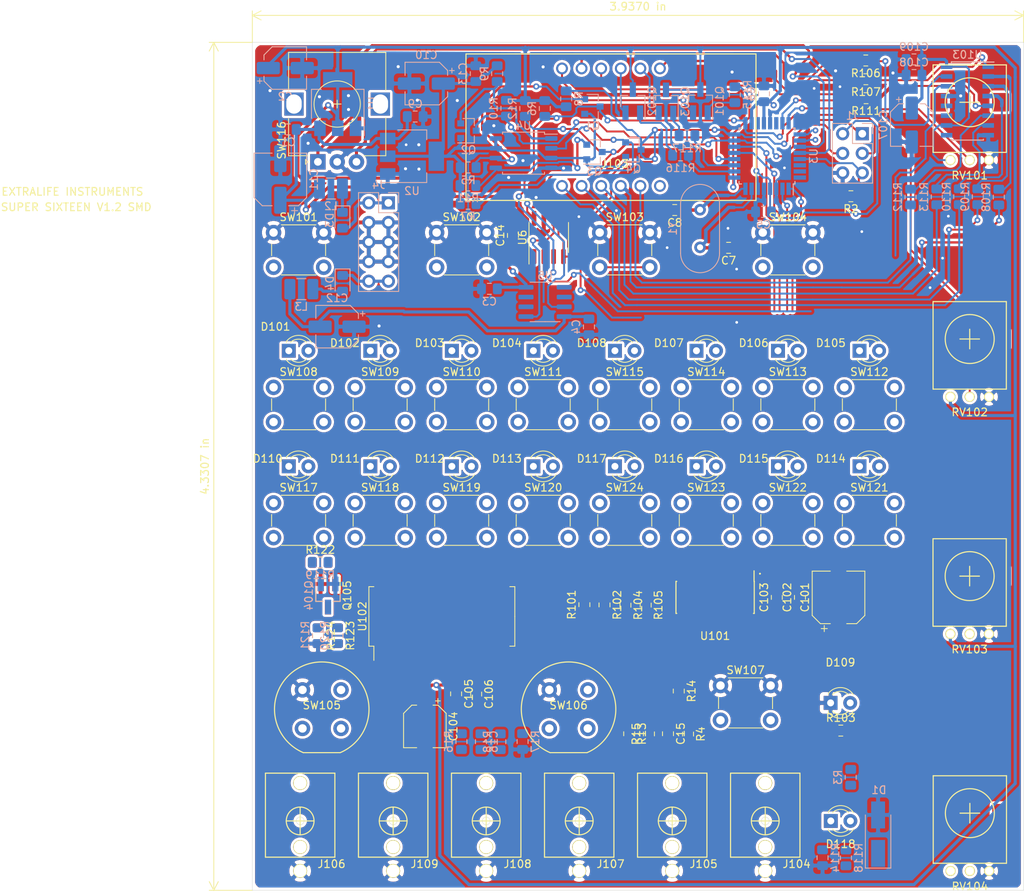
<source format=kicad_pcb>
(kicad_pcb (version 20171130) (host pcbnew "(5.1.5)-3")
  (layers (0 F.Cu signal) (31 B.Cu signal) (34 B.Paste user) (35 F.Paste user hide) (36 B.SilkS user) (37 F.SilkS user) (38 B.Mask user) (39 F.Mask user) (44 Edge.Cuts user))
  (net 0 "")
  (net 1 GND)
  (net 2 +5V)
  (net 3 Gate)
  (net 4 "Net-(D101-Pad2)")
  (net 5 "Net-(D101-Pad1)")
  (net 6 "Net-(D102-Pad1)")
  (net 7 "Net-(D103-Pad1)")
  (net 8 "Net-(D104-Pad1)")
  (net 9 "Net-(D105-Pad2)")
  (net 10 "Net-(D109-Pad2)")
  (net 11 "Net-(D110-Pad2)")
  (net 12 "Net-(D114-Pad2)")
  (net 13 "Net-(D118-Pad1)")
  (net 14 ENC1)
  (net 15 ENC2)
  (net 16 DIG3)
  (net 17 DIG2)
  (net 18 DIG1)
  (net 19 CS1A)
  (net 20 SCKA)
  (net 21 SPI_Reset)
  (net 22 CS0)
  (net 23 MISO)
  (net 24 MOSI)
  (net 25 SCK)
  (net 26 CS1)
  (net 27 ClockIn)
  (net 28 ResetIn)
  (net 29 CV)
  (net 30 Pitch)
  (net 31 ClockOut)
  (net 32 AD4)
  (net 33 AD3)
  (net 34 AD2)
  (net 35 AD1)
  (net 36 "Net-(J103-Pad1)")
  (net 37 "Net-(J103-Pad2)")
  (net 38 "Net-(J103-Pad3)")
  (net 39 "Net-(J103-Pad4)")
  (net 40 "Net-(J103-Pad5)")
  (net 41 "Net-(J103-Pad7)")
  (net 42 "Net-(J103-Pad8)")
  (net 43 "Net-(J103-Pad9)")
  (net 44 "Net-(J103-Pad10)")
  (net 45 "Net-(J103-Pad11)")
  (net 46 "Net-(J103-Pad12)")
  (net 47 "Net-(J104-Pad3)")
  (net 48 "Net-(J106-Pad3)")
  (net 49 "Net-(J109-Pad3)")
  (net 50 "Net-(Q101-Pad1)")
  (net 51 "Net-(Q102-Pad1)")
  (net 52 "Net-(Q103-Pad1)")
  (net 53 "Net-(Q104-Pad1)")
  (net 54 "Net-(Q105-Pad1)")
  (net 55 "Net-(R101-Pad1)")
  (net 56 "Net-(R102-Pad2)")
  (net 57 /A7)
  (net 58 "Net-(R104-Pad2)")
  (net 59 "Net-(R105-Pad2)")
  (net 60 "Net-(R106-Pad1)")
  (net 61 "Net-(R107-Pad1)")
  (net 62 "Net-(R108-Pad1)")
  (net 63 "Net-(R109-Pad1)")
  (net 64 "Net-(R110-Pad1)")
  (net 65 "Net-(R111-Pad1)")
  (net 66 "Net-(R112-Pad1)")
  (net 67 "Net-(R113-Pad1)")
  (net 68 /A0)
  (net 69 /A1)
  (net 70 /A2)
  (net 71 /A3)
  (net 72 /A4)
  (net 73 /A5)
  (net 74 /A6)
  (net 75 "Net-(SW108-Pad2)")
  (net 76 "Net-(SW108-Pad1)")
  (net 77 "Net-(SW109-Pad2)")
  (net 78 "Net-(SW111-Pad2)")
  (net 79 "Net-(SW112-Pad1)")
  (net 80 "Net-(SW117-Pad1)")
  (net 81 "Net-(SW121-Pad1)")
  (net 82 "Net-(U101-Pad9)")
  (net 83 +12V)
  (net 84 -12V)
  (net 85 "Net-(C7-Pad2)")
  (net 86 "Net-(C8-Pad1)")
  (net 87 +3V3)
  (net 88 "Net-(C15-Pad2)")
  (net 89 "Net-(C15-Pad1)")
  (net 90 "Net-(C16-Pad2)")
  (net 91 "Net-(C16-Pad1)")
  (net 92 "Net-(D3-Pad2)")
  (net 93 "Net-(D4-Pad1)")
  (net 94 RESET)
  (net 95 "Net-(J103-Pad6)")
  (net 96 "Net-(J104-Pad2)")
  (net 97 "Net-(J105-Pad2)")
  (net 98 "Net-(J106-Pad2)")
  (net 99 "Net-(J107-Pad2)")
  (net 100 "Net-(J108-Pad2)")
  (net 101 "Net-(J109-Pad2)")
  (net 102 "Net-(Q1-Pad2)")
  (net 103 CS2)
  (net 104 "Net-(Q2-Pad2)")
  (net 105 "Net-(Q3-Pad2)")
  (net 106 "Net-(Q4-Pad2)")
  (net 107 CS3)
  (net 108 "Net-(U3-Pad22)")
  (net 109 "Net-(U3-Pad19)")
  (net 110 "Net-(U5-Pad5)")
  (net 111 "Net-(U5-Pad3)")
  (net 112 "Net-(U102-Pad20)")
  (net 113 "Net-(U102-Pad19)")
  (net 114 "Net-(U103-Pad9)")
  (net 115 "Net-(R3-Pad1)")
  (net 116 "Net-(R4-Pad1)")
  (net 117 "Net-(D3-Pad1)")
  (net 118 "Net-(D4-Pad2)")
  (module Crystal:Crystal_HC49-4H_Vertical (layer B.Cu) (at 113.17 63.87 270)
    (fp_text reference Y1 (at 2.44 3.525 270) (layer B.SilkS) (effects (justify mirror)))
    (fp_text value 16MHz)
    (pad 2 thru_hole circle (at 4.88 0 270) (size 1.5 1.5) (drill 0.8) (layers *.Cu *.Mask) (net 85 "Net-(C7-Pad2)"))
    (pad 1 thru_hole circle (at 0 0 270) (size 1.5 1.5) (drill 0.8) (layers *.Cu *.Mask) (net 86 "Net-(C8-Pad1)"))
  )
  (module Package_QFP:TQFP-32_7x7mm_P0.8mm (layer B.Cu) (at 121.85 56.9 90)
    (fp_text reference U3 (at 0 6.05 90) (layer B.SilkS) (effects (justify mirror)))
    (fp_text value ATMega328P)
    (pad 32 smd rect (at -2.8 4.25) (size 1.6 0.55) (layers B.Cu B.Paste B.Mask) (net 116 "Net-(R4-Pad1)"))
    (pad 31 smd rect (at -2 4.25) (size 1.6 0.55) (layers B.Cu B.Paste B.Mask) (net 107 CS3))
    (pad 30 smd rect (at -1.2 4.25) (size 1.6 0.55) (layers B.Cu B.Paste B.Mask) (net 115 "Net-(R3-Pad1)"))
    (pad 29 smd rect (at -0.4 4.25) (size 1.6 0.55) (layers B.Cu B.Paste B.Mask) (net 94 RESET))
    (pad 28 smd rect (at 0.4 4.25) (size 1.6 0.55) (layers B.Cu B.Paste B.Mask) (net 15 ENC2))
    (pad 27 smd rect (at 1.2 4.25) (size 1.6 0.55) (layers B.Cu B.Paste B.Mask) (net 14 ENC1))
    (pad 26 smd rect (at 2 4.25) (size 1.6 0.55) (layers B.Cu B.Paste B.Mask) (net 32 AD4))
    (pad 25 smd rect (at 2.8 4.25) (size 1.6 0.55) (layers B.Cu B.Paste B.Mask) (net 33 AD3))
    (pad 24 smd rect (at 4.25 2.8 90) (size 1.6 0.55) (layers B.Cu B.Paste B.Mask) (net 34 AD2))
    (pad 23 smd rect (at 4.25 2 90) (size 1.6 0.55) (layers B.Cu B.Paste B.Mask) (net 35 AD1))
    (pad 22 smd rect (at 4.25 1.2 90) (size 1.6 0.55) (layers B.Cu B.Paste B.Mask) (net 108 "Net-(U3-Pad22)"))
    (pad 21 smd rect (at 4.25 0.4 90) (size 1.6 0.55) (layers B.Cu B.Paste B.Mask) (net 1 GND))
    (pad 20 smd rect (at 4.25 -0.4 90) (size 1.6 0.55) (layers B.Cu B.Paste B.Mask) (net 2 +5V))
    (pad 19 smd rect (at 4.25 -1.2 90) (size 1.6 0.55) (layers B.Cu B.Paste B.Mask) (net 109 "Net-(U3-Pad19)"))
    (pad 18 smd rect (at 4.25 -2 90) (size 1.6 0.55) (layers B.Cu B.Paste B.Mask) (net 2 +5V))
    (pad 17 smd rect (at 4.25 -2.8 90) (size 1.6 0.55) (layers B.Cu B.Paste B.Mask) (net 25 SCK))
    (pad 16 smd rect (at 2.8 -4.25) (size 1.6 0.55) (layers B.Cu B.Paste B.Mask) (net 23 MISO))
    (pad 15 smd rect (at 2 -4.25) (size 1.6 0.55) (layers B.Cu B.Paste B.Mask) (net 24 MOSI))
    (pad 14 smd rect (at 1.2 -4.25) (size 1.6 0.55) (layers B.Cu B.Paste B.Mask) (net 22 CS0))
    (pad 13 smd rect (at 0.4 -4.25) (size 1.6 0.55) (layers B.Cu B.Paste B.Mask) (net 26 CS1))
    (pad 12 smd rect (at -0.4 -4.25) (size 1.6 0.55) (layers B.Cu B.Paste B.Mask) (net 103 CS2))
    (pad 11 smd rect (at -1.2 -4.25) (size 1.6 0.55) (layers B.Cu B.Paste B.Mask) (net 16 DIG3))
    (pad 10 smd rect (at -2 -4.25) (size 1.6 0.55) (layers B.Cu B.Paste B.Mask) (net 17 DIG2))
    (pad 9 smd rect (at -2.8 -4.25) (size 1.6 0.55) (layers B.Cu B.Paste B.Mask) (net 18 DIG1))
    (pad 8 smd rect (at -4.25 -2.8 90) (size 1.6 0.55) (layers B.Cu B.Paste B.Mask) (net 86 "Net-(C8-Pad1)"))
    (pad 7 smd rect (at -4.25 -2 90) (size 1.6 0.55) (layers B.Cu B.Paste B.Mask) (net 85 "Net-(C7-Pad2)"))
    (pad 6 smd rect (at -4.25 -1.2 90) (size 1.6 0.55) (layers B.Cu B.Paste B.Mask) (net 2 +5V))
    (pad 5 smd rect (at -4.25 -0.4 90) (size 1.6 0.55) (layers B.Cu B.Paste B.Mask) (net 1 GND))
    (pad 4 smd rect (at -4.25 0.4 90) (size 1.6 0.55) (layers B.Cu B.Paste B.Mask) (net 2 +5V))
    (pad 3 smd rect (at -4.25 1.2 90) (size 1.6 0.55) (layers B.Cu B.Paste B.Mask) (net 1 GND))
    (pad 2 smd rect (at -4.25 2 90) (size 1.6 0.55) (layers B.Cu B.Paste B.Mask) (net 28 ResetIn))
    (pad 1 smd rect (at -4.25 2.8 90) (size 1.6 0.55) (layers B.Cu B.Paste B.Mask) (net 27 ClockIn))
  )
  (module Eurocad:Alpha9mmPot-SemiSMD4 (layer F.Cu) (at 148.13 80.64)
    (fp_text reference RV102 (at 0 9.5) (layer F.SilkS))
    (fp_text value R_POT)
    (pad "" smd roundrect (at 4 0) (size 2.2 2.4) (layers F.Cu F.Paste F.Mask) (roundrect_rratio 0.068))
    (pad "" smd roundrect (at -4 0) (size 2.2 2.4) (layers F.Cu F.Paste F.Mask) (roundrect_rratio 0.068))
    (pad 3 thru_hole circle (at 2.5 7.5) (size 1.3 1.3) (drill 1) (layers *.Cu *.Mask F.SilkS) (net 1 GND))
    (pad 2 thru_hole circle (at 0 7.5) (size 1.3 1.3) (drill 1) (layers *.Cu *.Mask F.SilkS) (net 34 AD2))
    (pad 1 thru_hole circle (at -2.5 7.5) (size 1.3 1.3) (drill 1) (layers *.Cu *.Mask F.SilkS) (net 2 +5V))
  )
  (module Capacitor_SMD:C_0805_2012Metric_Pad1.15x1.40mm_HandSolder (layer B.Cu) (at 121.45 48.83 270)
    (fp_text reference C6 (at 0 1.65 90) (layer B.SilkS) (effects (justify mirror)))
    (fp_text value 100nF)
    (pad 2 smd roundrect (at 1.025 0 270) (size 1.15 1.4) (layers B.Cu B.Paste B.Mask) (roundrect_rratio 0.217391) (net 2 +5V))
    (pad 1 smd roundrect (at -1.025 0 270) (size 1.15 1.4) (layers B.Cu B.Paste B.Mask) (roundrect_rratio 0.217391) (net 1 GND))
  )
  (module Capacitor_SMD:C_0805_2012Metric_Pad1.15x1.40mm_HandSolder (layer B.Cu) (at 121.39 64.15)
    (fp_text reference C5 (at 0 1.65) (layer B.SilkS) (effects (justify mirror)))
    (fp_text value 100nF)
    (pad 2 smd roundrect (at 1.025 0) (size 1.15 1.4) (layers B.Cu B.Paste B.Mask) (roundrect_rratio 0.217391) (net 2 +5V))
    (pad 1 smd roundrect (at -1.025 0) (size 1.15 1.4) (layers B.Cu B.Paste B.Mask) (roundrect_rratio 0.217391) (net 1 GND))
  )
  (module Capacitor_SMD:CP_Elec_6.3x7.7 (layer F.Cu) (at 131.12 114.16 90)
    (fp_text reference C101 (at 0 -4.35 90) (layer F.SilkS))
    (fp_text value 10uF)
    (pad 2 smd roundrect (at 2.7 0 90) (size 3.5 1.6) (layers F.Cu F.Paste F.Mask) (roundrect_rratio 0.15625) (net 1 GND))
    (pad 1 smd roundrect (at -2.7 0 90) (size 3.5 1.6) (layers F.Cu F.Paste F.Mask) (roundrect_rratio 0.15625) (net 2 +5V))
  )
  (module Capacitor_SMD:C_0805_2012Metric_Pad1.15x1.40mm_HandSolder (layer B.Cu) (at 84.76 132.875 90)
    (fp_text reference C16 (at 0 1.65 90) (layer B.SilkS) (effects (justify mirror)))
    (fp_text value 22pF)
    (pad 2 smd roundrect (at 1.025 0 90) (size 1.15 1.4) (layers B.Cu B.Paste B.Mask) (roundrect_rratio 0.217391) (net 90 "Net-(C16-Pad2)"))
    (pad 1 smd roundrect (at -1.025 0 90) (size 1.15 1.4) (layers B.Cu B.Paste B.Mask) (roundrect_rratio 0.217391) (net 91 "Net-(C16-Pad1)"))
  )
  (module Eurocad:Alpha9mmPot-SemiSMD4 (layer F.Cu) (at 148.15 142.15)
    (fp_text reference RV104 (at 0 9.5) (layer F.SilkS))
    (fp_text value R_POT)
    (pad "" smd roundrect (at 4 0) (size 2.2 2.4) (layers F.Cu F.Paste F.Mask) (roundrect_rratio 0.068))
    (pad "" smd roundrect (at -4 0) (size 2.2 2.4) (layers F.Cu F.Paste F.Mask) (roundrect_rratio 0.068))
    (pad 3 thru_hole circle (at 2.5 7.5) (size 1.3 1.3) (drill 1) (layers *.Cu *.Mask F.SilkS) (net 1 GND))
    (pad 2 thru_hole circle (at 0 7.5) (size 1.3 1.3) (drill 1) (layers *.Cu *.Mask F.SilkS) (net 32 AD4))
    (pad 1 thru_hole circle (at -2.5 7.5) (size 1.3 1.3) (drill 1) (layers *.Cu *.Mask F.SilkS) (net 2 +5V))
  )
  (module Eurocad:Alpha9mmPot-SemiSMD4 (layer F.Cu) (at 148.12 111.4)
    (fp_text reference RV103 (at 0 9.5) (layer F.SilkS))
    (fp_text value R_POT)
    (pad 1 thru_hole circle (at -2.5 7.5) (size 1.3 1.3) (drill 1) (layers *.Cu *.Mask F.SilkS) (net 2 +5V))
    (pad 2 thru_hole circle (at 0 7.5) (size 1.3 1.3) (drill 1) (layers *.Cu *.Mask F.SilkS) (net 33 AD3))
    (pad 3 thru_hole circle (at 2.5 7.5) (size 1.3 1.3) (drill 1) (layers *.Cu *.Mask F.SilkS) (net 1 GND))
    (pad "" smd roundrect (at -4 0) (size 2.2 2.4) (layers F.Cu F.Paste F.Mask) (roundrect_rratio 0.068))
    (pad "" smd roundrect (at 4 0) (size 2.2 2.4) (layers F.Cu F.Paste F.Mask) (roundrect_rratio 0.068))
  )
  (module Eurocad:Alpha9mmPot-SemiSMD4 (layer F.Cu) (at 148.13 49.93)
    (fp_text reference RV101 (at 0 9.5) (layer F.SilkS))
    (fp_text value R_POT)
    (pad "" smd roundrect (at 4 0) (size 2.2 2.4) (layers F.Cu F.Paste F.Mask) (roundrect_rratio 0.068))
    (pad "" smd roundrect (at -4 0) (size 2.2 2.4) (layers F.Cu F.Paste F.Mask) (roundrect_rratio 0.068))
    (pad 3 thru_hole circle (at 2.5 7.5) (size 1.3 1.3) (drill 1) (layers *.Cu *.Mask F.SilkS) (net 1 GND))
    (pad 2 thru_hole circle (at 0 7.5) (size 1.3 1.3) (drill 1) (layers *.Cu *.Mask F.SilkS) (net 35 AD1))
    (pad 1 thru_hole circle (at -2.5 7.5) (size 1.3 1.3) (drill 1) (layers *.Cu *.Mask F.SilkS) (net 2 +5V))
  )
  (module Capacitor_SMD:CP_Elec_5x5.7 (layer B.Cu) (at 140.62 52.88 270)
    (fp_text reference C107 (at 0 3.7 270) (layer B.SilkS) (effects (justify mirror)))
    (fp_text value 47uF)
    (pad 2 smd roundrect (at 2.2 0 270) (size 3 1.6) (layers B.Cu B.Paste B.Mask) (roundrect_rratio 0.15625) (net 1 GND))
    (pad 1 smd roundrect (at -2.2 0 270) (size 3 1.6) (layers B.Cu B.Paste B.Mask) (roundrect_rratio 0.15625) (net 2 +5V))
  )
  (module Capacitor_SMD:CP_Elec_5x5.7 (layer F.Cu) (at 77.49 130.9 270)
    (fp_text reference C104 (at 0 -3.7 90) (layer F.SilkS))
    (fp_text value 47uF)
    (pad 2 smd roundrect (at 2.2 0 270) (size 3 1.6) (layers F.Cu F.Paste F.Mask) (roundrect_rratio 0.15625) (net 1 GND))
    (pad 1 smd roundrect (at -2.2 0 270) (size 3 1.6) (layers F.Cu F.Paste F.Mask) (roundrect_rratio 0.15625) (net 2 +5V))
  )
  (module Capacitor_SMD:CP_Elec_5x5.7 (layer B.Cu) (at 66.11 79.04 180)
    (fp_text reference C12 (at 0 3.7) (layer B.SilkS) (effects (justify mirror)))
    (fp_text value 22uF)
    (pad 2 smd roundrect (at 2.2 0 180) (size 3 1.6) (layers B.Cu B.Paste B.Mask) (roundrect_rratio 0.15625) (net 84 -12V))
    (pad 1 smd roundrect (at -2.2 0 180) (size 3 1.6) (layers B.Cu B.Paste B.Mask) (roundrect_rratio 0.15625) (net 1 GND))
  )
  (module Capacitor_SMD:CP_Elec_6.3x7.7 (layer B.Cu) (at 58.75 59.94 90)
    (fp_text reference C11 (at 0 4.35 90) (layer B.SilkS) (effects (justify mirror)))
    (fp_text value 100uF)
    (pad 2 smd roundrect (at 2.7 0 90) (size 3.5 1.6) (layers B.Cu B.Paste B.Mask) (roundrect_rratio 0.15625) (net 1 GND))
    (pad 1 smd roundrect (at -2.7 0 90) (size 3.5 1.6) (layers B.Cu B.Paste B.Mask) (roundrect_rratio 0.15625) (net 83 +12V))
  )
  (module Capacitor_SMD:CP_Elec_5x5.7 (layer B.Cu) (at 77.68 47.5 180)
    (fp_text reference C10 (at 0 3.7) (layer B.SilkS) (effects (justify mirror)))
    (fp_text value 10uF)
    (pad 2 smd roundrect (at 2.2 0 180) (size 3 1.6) (layers B.Cu B.Paste B.Mask) (roundrect_rratio 0.15625) (net 1 GND))
    (pad 1 smd roundrect (at -2.2 0 180) (size 3 1.6) (layers B.Cu B.Paste B.Mask) (roundrect_rratio 0.15625) (net 87 +3V3))
  )
  (module Capacitor_SMD:CP_Elec_5x5.7 (layer B.Cu) (at 59.39 45.49)
    (fp_text reference C2 (at 0 3.7) (layer B.SilkS) (effects (justify mirror)))
    (fp_text value 22uF)
    (pad 2 smd roundrect (at 2.2 0) (size 3 1.6) (layers B.Cu B.Paste B.Mask) (roundrect_rratio 0.15625) (net 1 GND))
    (pad 1 smd roundrect (at -2.2 0) (size 3 1.6) (layers B.Cu B.Paste B.Mask) (roundrect_rratio 0.15625) (net 2 +5V))
  )
  (module Package_SO:SOIC-28W_7.5x18.7mm_P1.27mm (layer F.Cu) (at 79.69 116.63 90)
    (fp_text reference U102 (at 0 -10.3 90) (layer F.SilkS))
    (fp_text value MCP23S17)
    (pad 28 smd roundrect (at 4.8 -8.255 90) (size 1.8 0.6) (layers F.Cu F.Paste F.Mask) (net 76 "Net-(SW108-Pad1)"))
    (pad 27 smd roundrect (at 4.8 -6.985 90) (size 1.8 0.6) (layers F.Cu F.Paste F.Mask) (net 79 "Net-(SW112-Pad1)"))
    (pad 26 smd roundrect (at 4.8 -5.715 90) (size 1.8 0.6) (layers F.Cu F.Paste F.Mask) (net 80 "Net-(SW117-Pad1)"))
    (pad 25 smd roundrect (at 4.8 -4.445 90) (size 1.8 0.6) (layers F.Cu F.Paste F.Mask) (net 81 "Net-(SW121-Pad1)"))
    (pad 24 smd roundrect (at 4.8 -3.175 90) (size 1.8 0.6) (layers F.Cu F.Paste F.Mask) (net 75 "Net-(SW108-Pad2)"))
    (pad 23 smd roundrect (at 4.8 -1.905 90) (size 1.8 0.6) (layers F.Cu F.Paste F.Mask) (net 77 "Net-(SW109-Pad2)"))
    (pad 22 smd roundrect (at 4.8 -0.635 90) (size 1.8 0.6) (layers F.Cu F.Paste F.Mask) (net 77 "Net-(SW109-Pad2)"))
    (pad 21 smd roundrect (at 4.8 0.635 90) (size 1.8 0.6) (layers F.Cu F.Paste F.Mask) (net 78 "Net-(SW111-Pad2)"))
    (pad 20 smd roundrect (at 4.8 1.905 90) (size 1.8 0.6) (layers F.Cu F.Paste F.Mask) (net 112 "Net-(U102-Pad20)"))
    (pad 19 smd roundrect (at 4.8 3.175 90) (size 1.8 0.6) (layers F.Cu F.Paste F.Mask) (net 113 "Net-(U102-Pad19)"))
    (pad 18 smd roundrect (at 4.8 4.445 90) (size 1.8 0.6) (layers F.Cu F.Paste F.Mask) (net 21 SPI_Reset))
    (pad 17 smd roundrect (at 4.8 5.715 90) (size 1.8 0.6) (layers F.Cu F.Paste F.Mask) (net 1 GND))
    (pad 16 smd roundrect (at 4.8 6.985 90) (size 1.8 0.6) (layers F.Cu F.Paste F.Mask) (net 1 GND))
    (pad 15 smd roundrect (at 4.8 8.255 90) (size 1.8 0.6) (layers F.Cu F.Paste F.Mask) (net 1 GND))
    (pad 14 smd roundrect (at -4.8 8.255 90) (size 1.8 0.6) (layers F.Cu F.Paste F.Mask) (net 23 MISO))
    (pad 13 smd roundrect (at -4.8 6.985 90) (size 1.8 0.6) (layers F.Cu F.Paste F.Mask) (net 24 MOSI))
    (pad 12 smd roundrect (at -4.8 5.715 90) (size 1.8 0.6) (layers F.Cu F.Paste F.Mask) (net 25 SCK))
    (pad 11 smd roundrect (at -4.8 4.445 90) (size 1.8 0.6) (layers F.Cu F.Paste F.Mask) (net 22 CS0))
    (pad 10 smd roundrect (at -4.8 3.175 90) (size 1.8 0.6) (layers F.Cu F.Paste F.Mask) (net 1 GND))
    (pad 9 smd roundrect (at -4.8 1.905 90) (size 1.8 0.6) (layers F.Cu F.Paste F.Mask) (net 2 +5V))
    (pad 8 smd roundrect (at -4.8 0.635 90) (size 1.8 0.6) (layers F.Cu F.Paste F.Mask) (net 57 /A7))
    (pad 7 smd roundrect (at -4.8 -0.635 90) (size 1.8 0.6) (layers F.Cu F.Paste F.Mask) (net 74 /A6))
    (pad 6 smd roundrect (at -4.8 -1.905 90) (size 1.8 0.6) (layers F.Cu F.Paste F.Mask) (net 73 /A5))
    (pad 5 smd roundrect (at -4.8 -3.175 90) (size 1.8 0.6) (layers F.Cu F.Paste F.Mask) (net 72 /A4))
    (pad 4 smd roundrect (at -4.8 -4.445 90) (size 1.8 0.6) (layers F.Cu F.Paste F.Mask) (net 71 /A3))
    (pad 3 smd roundrect (at -4.8 -5.715 90) (size 1.8 0.6) (layers F.Cu F.Paste F.Mask) (net 70 /A2))
    (pad 2 smd roundrect (at -4.8 -6.985 90) (size 1.8 0.6) (layers F.Cu F.Paste F.Mask) (net 69 /A1))
    (pad 1 smd roundrect (at -4.8 -8.255 90) (size 1.8 0.6) (layers F.Cu F.Paste F.Mask) (net 68 /A0))
  )
  (module Package_SO:SOIC-8_3.9x4.9mm_P1.27mm (layer F.Cu) (at 93.55 67.47 90)
    (fp_text reference U6 (at 0 -3.4 90) (layer F.SilkS))
    (fp_text value MCP4822)
    (pad 8 smd roundrect (at 2.475 -1.905 90) (size 1.95 0.6) (layers F.Cu F.Paste F.Mask) (net 111 "Net-(U5-Pad3)"))
    (pad 7 smd roundrect (at 2.475 -0.635 90) (size 1.95 0.6) (layers F.Cu F.Paste F.Mask) (net 1 GND))
    (pad 6 smd roundrect (at 2.475 0.635 90) (size 1.95 0.6) (layers F.Cu F.Paste F.Mask) (net 110 "Net-(U5-Pad5)"))
    (pad 5 smd roundrect (at 2.475 1.905 90) (size 1.95 0.6) (layers F.Cu F.Paste F.Mask) (net 1 GND))
    (pad 4 smd roundrect (at -2.475 1.905 90) (size 1.95 0.6) (layers F.Cu F.Paste F.Mask) (net 24 MOSI))
    (pad 3 smd roundrect (at -2.475 0.635 90) (size 1.95 0.6) (layers F.Cu F.Paste F.Mask) (net 25 SCK))
    (pad 2 smd roundrect (at -2.475 -0.635 90) (size 1.95 0.6) (layers F.Cu F.Paste F.Mask) (net 107 CS3))
    (pad 1 smd roundrect (at -2.475 -1.905 90) (size 1.95 0.6) (layers F.Cu F.Paste F.Mask) (net 2 +5V))
  )
  (module Package_SO:SOIC-8_3.9x4.9mm_P1.27mm (layer B.Cu) (at 93.08 75.83 180)
    (fp_text reference U5 (at 0 3.4) (layer B.SilkS) (effects (justify mirror)))
    (fp_text value TL072)
    (pad 8 smd roundrect (at 2.475 1.905 180) (size 1.95 0.6) (layers B.Cu B.Paste B.Mask) (net 83 +12V))
    (pad 7 smd roundrect (at 2.475 0.635 180) (size 1.95 0.6) (layers B.Cu B.Paste B.Mask) (net 91 "Net-(C16-Pad1)"))
    (pad 6 smd roundrect (at 2.475 -0.635 180) (size 1.95 0.6) (layers B.Cu B.Paste B.Mask) (net 90 "Net-(C16-Pad2)"))
    (pad 5 smd roundrect (at 2.475 -1.905 180) (size 1.95 0.6) (layers B.Cu B.Paste B.Mask) (net 110 "Net-(U5-Pad5)"))
    (pad 4 smd roundrect (at -2.475 -1.905 180) (size 1.95 0.6) (layers B.Cu B.Paste B.Mask) (net 84 -12V))
    (pad 3 smd roundrect (at -2.475 -0.635 180) (size 1.95 0.6) (layers B.Cu B.Paste B.Mask) (net 111 "Net-(U5-Pad3)"))
    (pad 2 smd roundrect (at -2.475 0.635 180) (size 1.95 0.6) (layers B.Cu B.Paste B.Mask) (net 88 "Net-(C15-Pad2)"))
    (pad 1 smd roundrect (at -2.475 1.905 180) (size 1.95 0.6) (layers B.Cu B.Paste B.Mask) (net 89 "Net-(C15-Pad1)"))
  )
  (module Package_SO:SOIC-8_5.23x5.23mm_P1.27mm (layer B.Cu) (at 90.28 56.53 180)
    (fp_text reference U4 (at 0 3.56) (layer B.SilkS) (effects (justify mirror)))
    (fp_text value W25Q80DVSN)
    (pad 8 smd roundrect (at 3.6 1.905 180) (size 1.6 0.6) (layers B.Cu B.Paste B.Mask) (net 87 +3V3))
    (pad 7 smd roundrect (at 3.6 0.635 180) (size 1.6 0.6) (layers B.Cu B.Paste B.Mask) (net 87 +3V3))
    (pad 6 smd roundrect (at 3.6 -0.635 180) (size 1.6 0.6) (layers B.Cu B.Paste B.Mask) (net 102 "Net-(Q1-Pad2)"))
    (pad 5 smd roundrect (at 3.6 -1.905 180) (size 1.6 0.6) (layers B.Cu B.Paste B.Mask) (net 105 "Net-(Q3-Pad2)"))
    (pad 4 smd roundrect (at -3.6 -1.905 180) (size 1.6 0.6) (layers B.Cu B.Paste B.Mask) (net 1 GND))
    (pad 3 smd roundrect (at -3.6 -0.635 180) (size 1.6 0.6) (layers B.Cu B.Paste B.Mask) (net 87 +3V3))
    (pad 2 smd roundrect (at -3.6 0.635 180) (size 1.6 0.6) (layers B.Cu B.Paste B.Mask) (net 106 "Net-(Q4-Pad2)"))
    (pad 1 smd roundrect (at -3.6 1.905 180) (size 1.6 0.6) (layers B.Cu B.Paste B.Mask) (net 104 "Net-(Q2-Pad2)"))
  )
  (module Package_TO_SOT_SMD:SOT-223-3_TabPin2 (layer B.Cu) (at 75.82 56.93)
    (fp_text reference U2 (at 0 4.5) (layer B.SilkS) (effects (justify mirror)))
    (fp_text value AMS1117-3.3)
    (pad 1 smd rect (at -3.15 2.3) (size 2 1.5) (layers B.Cu B.Paste B.Mask) (net 1 GND))
    (pad 3 smd rect (at -3.15 -2.3) (size 2 1.5) (layers B.Cu B.Paste B.Mask) (net 83 +12V))
    (pad 2 smd rect (at -3.15 0) (size 2 1.5) (layers B.Cu B.Paste B.Mask) (net 87 +3V3))
    (pad 2 smd rect (at 3.15 0) (size 2 3.8) (layers B.Cu B.Paste B.Mask) (net 87 +3V3))
  )
  (module Package_TO_SOT_SMD:SOT-223-3_TabPin2 (layer B.Cu) (at 66.19 50.16 90)
    (fp_text reference U1 (at 0 4.5 90) (layer B.SilkS) (effects (justify mirror)))
    (fp_text value AMS1117-5.0)
    (pad 1 smd rect (at -3.15 2.3 90) (size 2 1.5) (layers B.Cu B.Paste B.Mask) (net 1 GND))
    (pad 3 smd rect (at -3.15 -2.3 90) (size 2 1.5) (layers B.Cu B.Paste B.Mask) (net 83 +12V))
    (pad 2 smd rect (at -3.15 0 90) (size 2 1.5) (layers B.Cu B.Paste B.Mask) (net 2 +5V))
    (pad 2 smd rect (at 3.15 0 90) (size 2 3.8) (layers B.Cu B.Paste B.Mask) (net 2 +5V))
  )
  (module Resistor_SMD:R_0805_2012Metric_Pad1.15x1.40mm_HandSolder (layer F.Cu) (at 63.65 119.135 270)
    (fp_text reference R124 (at 0 -1.65 90) (layer F.SilkS))
    (fp_text value 1M)
    (pad 2 smd roundrect (at 1.025 0 270) (size 1.15 1.4) (layers F.Cu F.Paste F.Mask) (roundrect_rratio 0.217391) (net 1 GND))
    (pad 1 smd roundrect (at -1.025 0 270) (size 1.15 1.4) (layers F.Cu F.Paste F.Mask) (roundrect_rratio 0.217391) (net 54 "Net-(Q105-Pad1)"))
  )
  (module Resistor_SMD:R_0805_2012Metric_Pad1.15x1.40mm_HandSolder (layer F.Cu) (at 66.17 119.125 270)
    (fp_text reference R123 (at 0 -1.65 90) (layer F.SilkS))
    (fp_text value 100k)
    (pad 2 smd roundrect (at 1.025 0 270) (size 1.15 1.4) (layers F.Cu F.Paste F.Mask) (roundrect_rratio 0.217391) (net 49 "Net-(J109-Pad3)"))
    (pad 1 smd roundrect (at -1.025 0 270) (size 1.15 1.4) (layers F.Cu F.Paste F.Mask) (roundrect_rratio 0.217391) (net 54 "Net-(Q105-Pad1)"))
  )
  (module Resistor_SMD:R_0805_2012Metric_Pad1.15x1.40mm_HandSolder (layer F.Cu) (at 63.93 109.63)
    (fp_text reference R122 (at 0 -1.65) (layer F.SilkS))
    (fp_text value 10k)
    (pad 2 smd roundrect (at 1.025 0) (size 1.15 1.4) (layers F.Cu F.Paste F.Mask) (roundrect_rratio 0.217391) (net 28 ResetIn))
    (pad 1 smd roundrect (at -1.025 0) (size 1.15 1.4) (layers F.Cu F.Paste F.Mask) (roundrect_rratio 0.217391) (net 2 +5V))
  )
  (module Resistor_SMD:R_0805_2012Metric_Pad1.15x1.40mm_HandSolder (layer B.Cu) (at 63.63 119.13 270)
    (fp_text reference R121 (at 0 1.65 270) (layer B.SilkS) (effects (justify mirror)))
    (fp_text value 1M)
    (pad 2 smd roundrect (at 1.025 0 270) (size 1.15 1.4) (layers B.Cu B.Paste B.Mask) (roundrect_rratio 0.217391) (net 1 GND))
    (pad 1 smd roundrect (at -1.025 0 270) (size 1.15 1.4) (layers B.Cu B.Paste B.Mask) (roundrect_rratio 0.217391) (net 53 "Net-(Q104-Pad1)"))
  )
  (module Resistor_SMD:R_0805_2012Metric_Pad1.15x1.40mm_HandSolder (layer B.Cu) (at 66.16 119.125 270)
    (fp_text reference R120 (at 0 1.65 270) (layer B.SilkS) (effects (justify mirror)))
    (fp_text value 100k)
    (pad 2 smd roundrect (at 1.025 0 270) (size 1.15 1.4) (layers B.Cu B.Paste B.Mask) (roundrect_rratio 0.217391) (net 48 "Net-(J106-Pad3)"))
    (pad 1 smd roundrect (at -1.025 0 270) (size 1.15 1.4) (layers B.Cu B.Paste B.Mask) (roundrect_rratio 0.217391) (net 53 "Net-(Q104-Pad1)"))
  )
  (module Resistor_SMD:R_0805_2012Metric_Pad1.15x1.40mm_HandSolder (layer B.Cu) (at 63.915 109.61)
    (fp_text reference R119 (at 0 1.65 180) (layer B.SilkS) (effects (justify mirror)))
    (fp_text value 10k)
    (pad 2 smd roundrect (at 1.025 0) (size 1.15 1.4) (layers B.Cu B.Paste B.Mask) (roundrect_rratio 0.217391) (net 27 ClockIn))
    (pad 1 smd roundrect (at -1.025 0) (size 1.15 1.4) (layers B.Cu B.Paste B.Mask) (roundrect_rratio 0.217391) (net 2 +5V))
  )
  (module Resistor_SMD:R_0805_2012Metric_Pad1.15x1.40mm_HandSolder (layer B.Cu) (at 132.08 147.95 90)
    (fp_text reference R118 (at 0 1.65 270) (layer B.SilkS) (effects (justify mirror)))
    (fp_text value 1k)
    (pad 2 smd roundrect (at 1.025 0 90) (size 1.15 1.4) (layers B.Cu B.Paste B.Mask) (roundrect_rratio 0.217391) (net 3 Gate))
    (pad 1 smd roundrect (at -1.025 0 90) (size 1.15 1.4) (layers B.Cu B.Paste B.Mask) (roundrect_rratio 0.217391) (net 47 "Net-(J104-Pad3)"))
  )
  (module Resistor_SMD:R_0805_2012Metric_Pad1.15x1.40mm_HandSolder (layer B.Cu) (at 111.475 54.25)
    (fp_text reference R117 (at 0 1.65 180) (layer B.SilkS) (effects (justify mirror)))
    (fp_text value 680R)
    (pad 2 smd roundrect (at 1.025 0) (size 1.15 1.4) (layers B.Cu B.Paste B.Mask) (roundrect_rratio 0.217391) (net 16 DIG3))
    (pad 1 smd roundrect (at -1.025 0) (size 1.15 1.4) (layers B.Cu B.Paste B.Mask) (roundrect_rratio 0.217391) (net 52 "Net-(Q103-Pad1)"))
  )
  (module Resistor_SMD:R_0805_2012Metric_Pad1.15x1.40mm_HandSolder (layer B.Cu) (at 110.635 56.81)
    (fp_text reference R116 (at 0 1.65 180) (layer B.SilkS) (effects (justify mirror)))
    (fp_text value 680R)
    (pad 2 smd roundrect (at 1.025 0) (size 1.15 1.4) (layers B.Cu B.Paste B.Mask) (roundrect_rratio 0.217391) (net 17 DIG2))
    (pad 1 smd roundrect (at -1.025 0) (size 1.15 1.4) (layers B.Cu B.Paste B.Mask) (roundrect_rratio 0.217391) (net 51 "Net-(Q102-Pad1)"))
  )
  (module Resistor_SMD:R_0805_2012Metric_Pad1.15x1.40mm_HandSolder (layer B.Cu) (at 117.68 48.95 90)
    (fp_text reference R115 (at 0 1.65 270) (layer B.SilkS) (effects (justify mirror)))
    (fp_text value 680R)
    (pad 2 smd roundrect (at 1.025 0 90) (size 1.15 1.4) (layers B.Cu B.Paste B.Mask) (roundrect_rratio 0.217391) (net 18 DIG1))
    (pad 1 smd roundrect (at -1.025 0 90) (size 1.15 1.4) (layers B.Cu B.Paste B.Mask) (roundrect_rratio 0.217391) (net 50 "Net-(Q101-Pad1)"))
  )
  (module Resistor_SMD:R_0805_2012Metric_Pad1.15x1.40mm_HandSolder (layer B.Cu) (at 129.05 147.925 90)
    (fp_text reference R114 (at 0 1.65 270) (layer B.SilkS) (effects (justify mirror)))
    (fp_text value 1k)
    (pad 2 smd roundrect (at 1.025 0 90) (size 1.15 1.4) (layers B.Cu B.Paste B.Mask) (roundrect_rratio 0.217391) (net 13 "Net-(D118-Pad1)"))
    (pad 1 smd roundrect (at -1.025 0 90) (size 1.15 1.4) (layers B.Cu B.Paste B.Mask) (roundrect_rratio 0.217391) (net 1 GND))
  )
  (module Resistor_SMD:R_0805_2012Metric_Pad1.15x1.40mm_HandSolder (layer B.Cu) (at 143.86 62.195 270)
    (fp_text reference R113 (at 0 1.65 90) (layer B.SilkS) (effects (justify mirror)))
    (fp_text value 100)
    (pad 2 smd roundrect (at 1.025 0 270) (size 1.15 1.4) (layers B.Cu B.Paste B.Mask) (roundrect_rratio 0.217391) (net 38 "Net-(J103-Pad3)"))
    (pad 1 smd roundrect (at -1.025 0 270) (size 1.15 1.4) (layers B.Cu B.Paste B.Mask) (roundrect_rratio 0.217391) (net 67 "Net-(R113-Pad1)"))
  )
  (module Resistor_SMD:R_0805_2012Metric_Pad1.15x1.40mm_HandSolder (layer B.Cu) (at 140.46 62.225 270)
    (fp_text reference R112 (at 0 1.65 90) (layer B.SilkS) (effects (justify mirror)))
    (fp_text value 100)
    (pad 2 smd roundrect (at 1.025 0 270) (size 1.15 1.4) (layers B.Cu B.Paste B.Mask) (roundrect_rratio 0.217391) (net 40 "Net-(J103-Pad5)"))
    (pad 1 smd roundrect (at -1.025 0 270) (size 1.15 1.4) (layers B.Cu B.Paste B.Mask) (roundrect_rratio 0.217391) (net 66 "Net-(R112-Pad1)"))
  )
  (module Resistor_SMD:R_0805_2012Metric_Pad1.15x1.40mm_HandSolder (layer F.Cu) (at 134.695 49.4 180)
    (fp_text reference R111 (at 0 -1.65) (layer F.SilkS))
    (fp_text value 100)
    (pad 2 smd roundrect (at 1.025 0 180) (size 1.15 1.4) (layers F.Cu F.Paste F.Mask) (roundrect_rratio 0.217391) (net 44 "Net-(J103-Pad10)"))
    (pad 1 smd roundrect (at -1.025 0 180) (size 1.15 1.4) (layers F.Cu F.Paste F.Mask) (roundrect_rratio 0.217391) (net 65 "Net-(R111-Pad1)"))
  )
  (module Resistor_SMD:R_0805_2012Metric_Pad1.15x1.40mm_HandSolder (layer B.Cu) (at 146.77 62.175 270)
    (fp_text reference R110 (at 0 1.65 90) (layer B.SilkS) (effects (justify mirror)))
    (fp_text value 100)
    (pad 2 smd roundrect (at 1.025 0 270) (size 1.15 1.4) (layers B.Cu B.Paste B.Mask) (roundrect_rratio 0.217391) (net 36 "Net-(J103-Pad1)"))
    (pad 1 smd roundrect (at -1.025 0 270) (size 1.15 1.4) (layers B.Cu B.Paste B.Mask) (roundrect_rratio 0.217391) (net 64 "Net-(R110-Pad1)"))
  )
  (module Resistor_SMD:R_0805_2012Metric_Pad1.15x1.40mm_HandSolder (layer B.Cu) (at 149.18 62.175 270)
    (fp_text reference R109 (at 0 1.65 90) (layer B.SilkS) (effects (justify mirror)))
    (fp_text value 100)
    (pad 2 smd roundrect (at 1.025 0 270) (size 1.15 1.4) (layers B.Cu B.Paste B.Mask) (roundrect_rratio 0.217391) (net 37 "Net-(J103-Pad2)"))
    (pad 1 smd roundrect (at -1.025 0 270) (size 1.15 1.4) (layers B.Cu B.Paste B.Mask) (roundrect_rratio 0.217391) (net 63 "Net-(R109-Pad1)"))
  )
  (module Resistor_SMD:R_0805_2012Metric_Pad1.15x1.40mm_HandSolder (layer B.Cu) (at 151.9 62.23 270)
    (fp_text reference R108 (at 0 1.65 90) (layer B.SilkS) (effects (justify mirror)))
    (fp_text value 100)
    (pad 2 smd roundrect (at 1.025 0 270) (size 1.15 1.4) (layers B.Cu B.Paste B.Mask) (roundrect_rratio 0.217391) (net 39 "Net-(J103-Pad4)"))
    (pad 1 smd roundrect (at -1.025 0 270) (size 1.15 1.4) (layers B.Cu B.Paste B.Mask) (roundrect_rratio 0.217391) (net 62 "Net-(R108-Pad1)"))
  )
  (module Resistor_SMD:R_0805_2012Metric_Pad1.15x1.40mm_HandSolder (layer F.Cu) (at 134.665 46.94 180)
    (fp_text reference R107 (at 0 -1.65) (layer F.SilkS))
    (fp_text value 100)
    (pad 2 smd roundrect (at 1.025 0 180) (size 1.15 1.4) (layers F.Cu F.Paste F.Mask) (roundrect_rratio 0.217391) (net 41 "Net-(J103-Pad7)"))
    (pad 1 smd roundrect (at -1.025 0 180) (size 1.15 1.4) (layers F.Cu F.Paste F.Mask) (roundrect_rratio 0.217391) (net 61 "Net-(R107-Pad1)"))
  )
  (module Resistor_SMD:R_0805_2012Metric_Pad1.15x1.40mm_HandSolder (layer F.Cu) (at 134.655 44.51 180)
    (fp_text reference R106 (at 0 -1.65) (layer F.SilkS))
    (fp_text value 100)
    (pad 2 smd roundrect (at 1.025 0 180) (size 1.15 1.4) (layers F.Cu F.Paste F.Mask) (roundrect_rratio 0.217391) (net 45 "Net-(J103-Pad11)"))
    (pad 1 smd roundrect (at -1.025 0 180) (size 1.15 1.4) (layers F.Cu F.Paste F.Mask) (roundrect_rratio 0.217391) (net 60 "Net-(R106-Pad1)"))
  )
  (module Resistor_SMD:R_0805_2012Metric_Pad1.15x1.40mm_HandSolder (layer F.Cu) (at 106.12 115.16 270)
    (fp_text reference R105 (at 0 -1.65 90) (layer F.SilkS))
    (fp_text value 100)
    (pad 2 smd roundrect (at 1.025 0 270) (size 1.15 1.4) (layers F.Cu F.Paste F.Mask) (roundrect_rratio 0.217391) (net 59 "Net-(R105-Pad2)"))
    (pad 1 smd roundrect (at -1.025 0 270) (size 1.15 1.4) (layers F.Cu F.Paste F.Mask) (roundrect_rratio 0.217391) (net 12 "Net-(D114-Pad2)"))
  )
  (module Resistor_SMD:R_0805_2012Metric_Pad1.15x1.40mm_HandSolder (layer F.Cu) (at 103.49 115.17 270)
    (fp_text reference R104 (at 0 -1.65 90) (layer F.SilkS))
    (fp_text value 100)
    (pad 2 smd roundrect (at 1.025 0 270) (size 1.15 1.4) (layers F.Cu F.Paste F.Mask) (roundrect_rratio 0.217391) (net 58 "Net-(R104-Pad2)"))
    (pad 1 smd roundrect (at -1.025 0 270) (size 1.15 1.4) (layers F.Cu F.Paste F.Mask) (roundrect_rratio 0.217391) (net 11 "Net-(D110-Pad2)"))
  )
  (module Resistor_SMD:R_0805_2012Metric_Pad1.15x1.40mm_HandSolder (layer F.Cu) (at 131.415 131.44)
    (fp_text reference R103 (at 0 -1.65) (layer F.SilkS))
    (fp_text value 1k)
    (pad 2 smd roundrect (at 1.025 0) (size 1.15 1.4) (layers F.Cu F.Paste F.Mask) (roundrect_rratio 0.217391) (net 10 "Net-(D109-Pad2)"))
    (pad 1 smd roundrect (at -1.025 0) (size 1.15 1.4) (layers F.Cu F.Paste F.Mask) (roundrect_rratio 0.217391) (net 57 /A7))
  )
  (module Resistor_SMD:R_0805_2012Metric_Pad1.15x1.40mm_HandSolder (layer F.Cu) (at 100.78 115.135 270)
    (fp_text reference R102 (at 0 -1.65 90) (layer F.SilkS))
    (fp_text value 100)
    (pad 2 smd roundrect (at 1.025 0 270) (size 1.15 1.4) (layers F.Cu F.Paste F.Mask) (roundrect_rratio 0.217391) (net 56 "Net-(R102-Pad2)"))
    (pad 1 smd roundrect (at -1.025 0 270) (size 1.15 1.4) (layers F.Cu F.Paste F.Mask) (roundrect_rratio 0.217391) (net 9 "Net-(D105-Pad2)"))
  )
  (module Resistor_SMD:R_0805_2012Metric_Pad1.15x1.40mm_HandSolder (layer F.Cu) (at 98.17 115.105 90)
    (fp_text reference R101 (at 0 -1.65 90) (layer F.SilkS))
    (fp_text value 100)
    (pad 2 smd roundrect (at 1.025 0 90) (size 1.15 1.4) (layers F.Cu F.Paste F.Mask) (roundrect_rratio 0.217391) (net 4 "Net-(D101-Pad2)"))
    (pad 1 smd roundrect (at -1.025 0 90) (size 1.15 1.4) (layers F.Cu F.Paste F.Mask) (roundrect_rratio 0.217391) (net 55 "Net-(R101-Pad1)"))
  )
  (module Resistor_SMD:R_0805_2012Metric_Pad1.15x1.40mm_HandSolder (layer B.Cu) (at 87.27 132.885 270)
    (fp_text reference R18 (at 0 1.65 90) (layer B.SilkS) (effects (justify mirror)))
    (fp_text value 10k)
    (pad 2 smd roundrect (at 1.025 0 270) (size 1.15 1.4) (layers B.Cu B.Paste B.Mask) (roundrect_rratio 0.217391) (net 29 CV))
    (pad 1 smd roundrect (at -1.025 0 270) (size 1.15 1.4) (layers B.Cu B.Paste B.Mask) (roundrect_rratio 0.217391) (net 90 "Net-(C16-Pad2)"))
  )
  (module Resistor_SMD:R_0805_2012Metric_Pad1.15x1.40mm_HandSolder (layer B.Cu) (at 90.16 132.855 90)
    (fp_text reference R17 (at 0 1.65 90) (layer B.SilkS) (effects (justify mirror)))
    (fp_text value 10k)
    (pad 2 smd roundrect (at 1.025 0 90) (size 1.15 1.4) (layers B.Cu B.Paste B.Mask) (roundrect_rratio 0.217391) (net 90 "Net-(C16-Pad2)"))
    (pad 1 smd roundrect (at -1.025 0 90) (size 1.15 1.4) (layers B.Cu B.Paste B.Mask) (roundrect_rratio 0.217391) (net 1 GND))
  )
  (module Resistor_SMD:R_0805_2012Metric_Pad1.15x1.40mm_HandSolder (layer B.Cu) (at 82.23 132.87 270)
    (fp_text reference R16 (at 0 1.65 90) (layer B.SilkS) (effects (justify mirror)))
    (fp_text value 1k)
    (pad 2 smd roundrect (at 1.025 0 270) (size 1.15 1.4) (layers B.Cu B.Paste B.Mask) (roundrect_rratio 0.217391) (net 29 CV))
    (pad 1 smd roundrect (at -1.025 0 270) (size 1.15 1.4) (layers B.Cu B.Paste B.Mask) (roundrect_rratio 0.217391) (net 91 "Net-(C16-Pad1)"))
  )
  (module Resistor_SMD:R_0805_2012Metric_Pad1.15x1.40mm_HandSolder (layer F.Cu) (at 106.54 131.865 90)
    (fp_text reference R15 (at 0 -1.65 90) (layer F.SilkS))
    (fp_text value 10k)
    (pad 2 smd roundrect (at 1.025 0 90) (size 1.15 1.4) (layers F.Cu F.Paste F.Mask) (roundrect_rratio 0.217391) (net 30 Pitch))
    (pad 1 smd roundrect (at -1.025 0 90) (size 1.15 1.4) (layers F.Cu F.Paste F.Mask) (roundrect_rratio 0.217391) (net 88 "Net-(C15-Pad2)"))
  )
  (module Resistor_SMD:R_0805_2012Metric_Pad1.15x1.40mm_HandSolder (layer F.Cu) (at 110.41 126.31 270)
    (fp_text reference R14 (at 0 -1.65 90) (layer F.SilkS))
    (fp_text value 10k)
    (pad 2 smd roundrect (at 1.025 0 270) (size 1.15 1.4) (layers F.Cu F.Paste F.Mask) (roundrect_rratio 0.217391) (net 88 "Net-(C15-Pad2)"))
    (pad 1 smd roundrect (at -1.025 0 270) (size 1.15 1.4) (layers F.Cu F.Paste F.Mask) (roundrect_rratio 0.217391) (net 1 GND))
  )
  (module Resistor_SMD:R_0805_2012Metric_Pad1.15x1.40mm_HandSolder (layer F.Cu) (at 103.98 131.85 270)
    (fp_text reference R13 (at 0 -1.65 90) (layer F.SilkS))
    (fp_text value 1k)
    (pad 2 smd roundrect (at 1.025 0 270) (size 1.15 1.4) (layers F.Cu F.Paste F.Mask) (roundrect_rratio 0.217391) (net 30 Pitch))
    (pad 1 smd roundrect (at -1.025 0 270) (size 1.15 1.4) (layers F.Cu F.Paste F.Mask) (roundrect_rratio 0.217391) (net 89 "Net-(C15-Pad1)"))
  )
  (module Resistor_SMD:R_0805_2012Metric_Pad1.15x1.40mm_HandSolder (layer B.Cu) (at 90.51 50.73 270)
    (fp_text reference R12 (at 0 1.65 90) (layer B.SilkS) (effects (justify mirror)))
    (fp_text value 1k)
    (pad 2 smd roundrect (at 1.025 0 270) (size 1.15 1.4) (layers B.Cu B.Paste B.Mask) (roundrect_rratio 0.217391) (net 24 MOSI))
    (pad 1 smd roundrect (at -1.025 0 270) (size 1.15 1.4) (layers B.Cu B.Paste B.Mask) (roundrect_rratio 0.217391) (net 2 +5V))
  )
  (module Resistor_SMD:R_0805_2012Metric_Pad1.15x1.40mm_HandSolder (layer B.Cu) (at 83.075 60.72)
    (fp_text reference R11 (at 0 1.65) (layer B.SilkS) (effects (justify mirror)))
    (fp_text value 1k)
    (pad 2 smd roundrect (at 1.025 0) (size 1.15 1.4) (layers B.Cu B.Paste B.Mask) (roundrect_rratio 0.217391) (net 105 "Net-(Q3-Pad2)"))
    (pad 1 smd roundrect (at -1.025 0) (size 1.15 1.4) (layers B.Cu B.Paste B.Mask) (roundrect_rratio 0.217391) (net 87 +3V3))
  )
  (module Resistor_SMD:R_0805_2012Metric_Pad1.15x1.40mm_HandSolder (layer B.Cu) (at 88.06 50.705 270)
    (fp_text reference R10 (at 0 1.65 90) (layer B.SilkS) (effects (justify mirror)))
    (fp_text value 1k)
    (pad 2 smd roundrect (at 1.025 0 270) (size 1.15 1.4) (layers B.Cu B.Paste B.Mask) (roundrect_rratio 0.217391) (net 103 CS2))
    (pad 1 smd roundrect (at -1.025 0 270) (size 1.15 1.4) (layers B.Cu B.Paste B.Mask) (roundrect_rratio 0.217391) (net 2 +5V))
  )
  (module Resistor_SMD:R_0805_2012Metric_Pad1.15x1.40mm_HandSolder (layer B.Cu) (at 86.86 46.215 270)
    (fp_text reference R9 (at 0 1.65 90) (layer B.SilkS) (effects (justify mirror)))
    (fp_text value 1k)
    (pad 2 smd roundrect (at 1.025 0 270) (size 1.15 1.4) (layers B.Cu B.Paste B.Mask) (roundrect_rratio 0.217391) (net 104 "Net-(Q2-Pad2)"))
    (pad 1 smd roundrect (at -1.025 0 270) (size 1.15 1.4) (layers B.Cu B.Paste B.Mask) (roundrect_rratio 0.217391) (net 87 +3V3))
  )
  (module Resistor_SMD:R_0805_2012Metric_Pad1.15x1.40mm_HandSolder (layer B.Cu) (at 95.81 49.485 90)
    (fp_text reference R8 (at 0 1.65 90) (layer B.SilkS) (effects (justify mirror)))
    (fp_text value 1k)
    (pad 2 smd roundrect (at 1.025 0 90) (size 1.15 1.4) (layers B.Cu B.Paste B.Mask) (roundrect_rratio 0.217391) (net 23 MISO))
    (pad 1 smd roundrect (at -1.025 0 90) (size 1.15 1.4) (layers B.Cu B.Paste B.Mask) (roundrect_rratio 0.217391) (net 2 +5V))
  )
  (module Resistor_SMD:R_0805_2012Metric_Pad1.15x1.40mm_HandSolder (layer B.Cu) (at 83.1 63.09)
    (fp_text reference R7 (at 0 1.65) (layer B.SilkS) (effects (justify mirror)))
    (fp_text value 1k)
    (pad 2 smd roundrect (at 1.025 0) (size 1.15 1.4) (layers B.Cu B.Paste B.Mask) (roundrect_rratio 0.217391) (net 106 "Net-(Q4-Pad2)"))
    (pad 1 smd roundrect (at -1.025 0) (size 1.15 1.4) (layers B.Cu B.Paste B.Mask) (roundrect_rratio 0.217391) (net 87 +3V3))
  )
  (module Resistor_SMD:R_0805_2012Metric_Pad1.15x1.40mm_HandSolder (layer B.Cu) (at 93.04 50.735 270)
    (fp_text reference R6 (at 0 1.65 90) (layer B.SilkS) (effects (justify mirror)))
    (fp_text value 1k)
    (pad 2 smd roundrect (at 1.025 0 270) (size 1.15 1.4) (layers B.Cu B.Paste B.Mask) (roundrect_rratio 0.217391) (net 25 SCK))
    (pad 1 smd roundrect (at -1.025 0 270) (size 1.15 1.4) (layers B.Cu B.Paste B.Mask) (roundrect_rratio 0.217391) (net 2 +5V))
  )
  (module Resistor_SMD:R_0805_2012Metric_Pad1.15x1.40mm_HandSolder (layer B.Cu) (at 83.105 58.39)
    (fp_text reference R5 (at 0 1.65) (layer B.SilkS) (effects (justify mirror)))
    (fp_text value 1k)
    (pad 2 smd roundrect (at 1.025 0) (size 1.15 1.4) (layers B.Cu B.Paste B.Mask) (roundrect_rratio 0.217391) (net 102 "Net-(Q1-Pad2)"))
    (pad 1 smd roundrect (at -1.025 0) (size 1.15 1.4) (layers B.Cu B.Paste B.Mask) (roundrect_rratio 0.217391) (net 87 +3V3))
  )
  (module Resistor_SMD:R_0805_2012Metric_Pad1.15x1.40mm_HandSolder (layer F.Cu) (at 111.61 131.885 270)
    (fp_text reference R4 (at 0 -1.65 90) (layer F.SilkS))
    (fp_text value 1k)
    (pad 2 smd roundrect (at 1.025 0 270) (size 1.15 1.4) (layers F.Cu F.Paste F.Mask) (roundrect_rratio 0.217391) (net 31 ClockOut))
    (pad 1 smd roundrect (at -1.025 0 270) (size 1.15 1.4) (layers F.Cu F.Paste F.Mask) (roundrect_rratio 0.217391) (net 116 "Net-(R4-Pad1)"))
  )
  (module Resistor_SMD:R_0805_2012Metric_Pad1.15x1.40mm_HandSolder (layer B.Cu) (at 132.7 137.5 270)
    (fp_text reference R3 (at 0 1.65 90) (layer B.SilkS) (effects (justify mirror)))
    (fp_text value 1k)
    (pad 2 smd roundrect (at 1.025 0 270) (size 1.15 1.4) (layers B.Cu B.Paste B.Mask) (roundrect_rratio 0.217391) (net 3 Gate))
    (pad 1 smd roundrect (at -1.025 0 270) (size 1.15 1.4) (layers B.Cu B.Paste B.Mask) (roundrect_rratio 0.217391) (net 115 "Net-(R3-Pad1)"))
  )
  (module Resistor_SMD:R_0805_2012Metric_Pad1.15x1.40mm_HandSolder (layer F.Cu) (at 132.725 62.12 180)
    (fp_text reference R2 (at 0 -1.65) (layer F.SilkS))
    (fp_text value 10k)
    (pad 2 smd roundrect (at 1.025 0 180) (size 1.15 1.4) (layers F.Cu F.Paste F.Mask) (roundrect_rratio 0.217391) (net 2 +5V))
    (pad 1 smd roundrect (at -1.025 0 180) (size 1.15 1.4) (layers F.Cu F.Paste F.Mask) (roundrect_rratio 0.217391) (net 94 RESET))
  )
  (module Package_TO_SOT_SMD:SOT-23 (layer B.Cu) (at 104.52 56.08)
    (fp_text reference Q4 (at 0 2.5) (layer B.SilkS) (effects (justify mirror)))
    (fp_text value 2N7002)
    (pad 3 smd rect (at 1 0) (size 0.9 0.8) (layers B.Cu B.Paste B.Mask) (net 23 MISO))
    (pad 2 smd rect (at -1 -0.95) (size 0.9 0.8) (layers B.Cu B.Paste B.Mask) (net 106 "Net-(Q4-Pad2)"))
    (pad 1 smd rect (at -1 0.95) (size 0.9 0.8) (layers B.Cu B.Paste B.Mask) (net 87 +3V3))
  )
  (module Package_TO_SOT_SMD:SOT-23 (layer B.Cu) (at 99.48 56.38)
    (fp_text reference Q3 (at 0 2.5) (layer B.SilkS) (effects (justify mirror)))
    (fp_text value 2N7002)
    (pad 3 smd rect (at 1 0) (size 0.9 0.8) (layers B.Cu B.Paste B.Mask) (net 24 MOSI))
    (pad 2 smd rect (at -1 -0.95) (size 0.9 0.8) (layers B.Cu B.Paste B.Mask) (net 105 "Net-(Q3-Pad2)"))
    (pad 1 smd rect (at -1 0.95) (size 0.9 0.8) (layers B.Cu B.Paste B.Mask) (net 87 +3V3))
  )
  (module Package_TO_SOT_SMD:SOT-23 (layer B.Cu) (at 83.14 53.62)
    (fp_text reference Q2 (at 0 2.5) (layer B.SilkS) (effects (justify mirror)))
    (fp_text value 2N7002)
    (pad 3 smd rect (at 1 0) (size 0.9 0.8) (layers B.Cu B.Paste B.Mask) (net 103 CS2))
    (pad 2 smd rect (at -1 -0.95) (size 0.9 0.8) (layers B.Cu B.Paste B.Mask) (net 104 "Net-(Q2-Pad2)"))
    (pad 1 smd rect (at -1 0.95) (size 0.9 0.8) (layers B.Cu B.Paste B.Mask) (net 87 +3V3))
  )
  (module Package_TO_SOT_SMD:SOT-23 (layer B.Cu) (at 99.21 50.48)
    (fp_text reference Q1 (at 0 2.5) (layer B.SilkS) (effects (justify mirror)))
    (fp_text value 2N7002)
    (pad 3 smd rect (at 1 0) (size 0.9 0.8) (layers B.Cu B.Paste B.Mask) (net 25 SCK))
    (pad 2 smd rect (at -1 -0.95) (size 0.9 0.8) (layers B.Cu B.Paste B.Mask) (net 102 "Net-(Q1-Pad2)"))
    (pad 1 smd rect (at -1 0.95) (size 0.9 0.8) (layers B.Cu B.Paste B.Mask) (net 87 +3V3))
  )
  (module Inductor_SMD:L_1210_3225Metric_Pad1.42x2.65mm_HandSolder (layer B.Cu) (at 61.4725 74.17)
    (fp_text reference L3 (at 0 2.28) (layer B.SilkS) (effects (justify mirror)))
    (fp_text value 220uH)
    (pad 2 smd roundrect (at 1.4875 0) (size 1.425 2.65) (layers B.Cu B.Paste B.Mask) (roundrect_rratio 0.175439) (net 118 "Net-(D4-Pad2)"))
    (pad 1 smd roundrect (at -1.4875 0) (size 1.425 2.65) (layers B.Cu B.Paste B.Mask) (roundrect_rratio 0.175439) (net 84 -12V))
  )
  (module Inductor_SMD:L_1210_3225Metric_Pad1.42x2.65mm_HandSolder (layer B.Cu) (at 65.3125 61.12)
    (fp_text reference L2 (at 0 2.28) (layer B.SilkS) (effects (justify mirror)))
    (fp_text value 220uH)
    (pad 2 smd roundrect (at 1.4875 0) (size 1.425 2.65) (layers B.Cu B.Paste B.Mask) (roundrect_rratio 0.175439) (net 117 "Net-(D3-Pad1)"))
    (pad 1 smd roundrect (at -1.4875 0) (size 1.425 2.65) (layers B.Cu B.Paste B.Mask) (roundrect_rratio 0.175439) (net 83 +12V))
  )
  (module Connector_PinHeader_2.54mm:PinHeader_2x05_P2.54mm_Vertical (layer B.Cu) (at 72.76 62.98 180)
    (fp_text reference J4 (at 1.27 2.33) (layer B.SilkS) (effects (justify mirror)))
    (fp_text value RED_STRIPE)
    (pad 10 thru_hole oval (at 2.54 -10.16 180) (size 1.7 1.7) (drill 1) (layers *.Cu *.Mask) (net 93 "Net-(D4-Pad1)"))
    (pad 9 thru_hole oval (at 0 -10.16 180) (size 1.7 1.7) (drill 1) (layers *.Cu *.Mask) (net 93 "Net-(D4-Pad1)"))
    (pad 8 thru_hole oval (at 2.54 -7.62 180) (size 1.7 1.7) (drill 1) (layers *.Cu *.Mask) (net 1 GND))
    (pad 7 thru_hole oval (at 0 -7.62 180) (size 1.7 1.7) (drill 1) (layers *.Cu *.Mask) (net 1 GND))
    (pad 6 thru_hole oval (at 2.54 -5.08 180) (size 1.7 1.7) (drill 1) (layers *.Cu *.Mask) (net 1 GND))
    (pad 5 thru_hole oval (at 0 -5.08 180) (size 1.7 1.7) (drill 1) (layers *.Cu *.Mask) (net 1 GND))
    (pad 4 thru_hole oval (at 2.54 -2.54 180) (size 1.7 1.7) (drill 1) (layers *.Cu *.Mask) (net 1 GND))
    (pad 3 thru_hole oval (at 0 -2.54 180) (size 1.7 1.7) (drill 1) (layers *.Cu *.Mask) (net 1 GND))
    (pad 2 thru_hole oval (at 2.54 0 180) (size 1.7 1.7) (drill 1) (layers *.Cu *.Mask) (net 92 "Net-(D3-Pad2)"))
    (pad 1 thru_hole rect (at 0 0 180) (size 1.7 1.7) (drill 1) (layers *.Cu *.Mask) (net 92 "Net-(D3-Pad2)"))
  )
  (module Connector_PinHeader_2.54mm:PinHeader_2x03_P2.54mm_Vertical (layer B.Cu) (at 134.2 54.01 180)
    (fp_text reference J1 (at 1.27 2.33) (layer B.SilkS) (effects (justify mirror)))
    (fp_text value "ICSP Header")
    (pad 6 thru_hole oval (at 2.54 -5.08 180) (size 1.7 1.7) (drill 1) (layers *.Cu *.Mask) (net 1 GND))
    (pad 5 thru_hole oval (at 0 -5.08 180) (size 1.7 1.7) (drill 1) (layers *.Cu *.Mask) (net 94 RESET))
    (pad 4 thru_hole oval (at 2.54 -2.54 180) (size 1.7 1.7) (drill 1) (layers *.Cu *.Mask) (net 24 MOSI))
    (pad 3 thru_hole oval (at 0 -2.54 180) (size 1.7 1.7) (drill 1) (layers *.Cu *.Mask) (net 25 SCK))
    (pad 2 thru_hole oval (at 2.54 0 180) (size 1.7 1.7) (drill 1) (layers *.Cu *.Mask) (net 2 +5V))
    (pad 1 thru_hole rect (at 0 0 180) (size 1.7 1.7) (drill 1) (layers *.Cu *.Mask) (net 23 MISO))
  )
  (module Diode_SMD:D_0805_2012Metric_Pad1.15x1.40mm_HandSolder (layer B.Cu) (at 66.82 73.415 270)
    (fp_text reference D4 (at 0 1.65 90) (layer B.SilkS) (effects (justify mirror)))
    (fp_text value 1N5819)
    (pad 2 smd roundrect (at 1.025 0 270) (size 1.15 1.4) (layers B.Cu B.Paste B.Mask) (roundrect_rratio 0.217391) (net 118 "Net-(D4-Pad2)"))
    (pad 1 smd roundrect (at -1.025 0 270) (size 1.15 1.4) (layers B.Cu B.Paste B.Mask) (roundrect_rratio 0.217391) (net 93 "Net-(D4-Pad1)"))
  )
  (module Diode_SMD:D_0805_2012Metric_Pad1.15x1.40mm_HandSolder (layer B.Cu) (at 66.8 65.235 270)
    (fp_text reference D3 (at 0 1.65 90) (layer B.SilkS) (effects (justify mirror)))
    (fp_text value 1N5819)
    (pad 2 smd roundrect (at 1.025 0 270) (size 1.15 1.4) (layers B.Cu B.Paste B.Mask) (roundrect_rratio 0.217391) (net 92 "Net-(D3-Pad2)"))
    (pad 1 smd roundrect (at -1.025 0 270) (size 1.15 1.4) (layers B.Cu B.Paste B.Mask) (roundrect_rratio 0.217391) (net 117 "Net-(D3-Pad1)"))
  )
  (module Capacitor_SMD:C_0805_2012Metric_Pad1.15x1.40mm_HandSolder (layer B.Cu) (at 140.905 44.37 180)
    (fp_text reference C109 (at 0 1.65) (layer B.SilkS) (effects (justify mirror)))
    (fp_text value 100pF)
    (pad 2 smd roundrect (at 1.025 0 180) (size 1.15 1.4) (layers B.Cu B.Paste B.Mask) (roundrect_rratio 0.217391) (net 1 GND))
    (pad 1 smd roundrect (at -1.025 0 180) (size 1.15 1.4) (layers B.Cu B.Paste B.Mask) (roundrect_rratio 0.217391) (net 2 +5V))
  )
  (module Capacitor_SMD:C_0805_2012Metric_Pad1.15x1.40mm_HandSolder (layer B.Cu) (at 140.91 46.4 180)
    (fp_text reference C108 (at 0 1.65) (layer B.SilkS) (effects (justify mirror)))
    (fp_text value 100nF)
    (pad 2 smd roundrect (at 1.025 0 180) (size 1.15 1.4) (layers B.Cu B.Paste B.Mask) (roundrect_rratio 0.217391) (net 1 GND))
    (pad 1 smd roundrect (at -1.025 0 180) (size 1.15 1.4) (layers B.Cu B.Paste B.Mask) (roundrect_rratio 0.217391) (net 2 +5V))
  )
  (module Capacitor_SMD:C_0805_2012Metric_Pad1.15x1.40mm_HandSolder (layer F.Cu) (at 84.14 126.7 270)
    (fp_text reference C106 (at 0 -1.65 90) (layer F.SilkS))
    (fp_text value 100pF)
    (pad 2 smd roundrect (at 1.025 0 270) (size 1.15 1.4) (layers F.Cu F.Paste F.Mask) (roundrect_rratio 0.217391) (net 1 GND))
    (pad 1 smd roundrect (at -1.025 0 270) (size 1.15 1.4) (layers F.Cu F.Paste F.Mask) (roundrect_rratio 0.217391) (net 2 +5V))
  )
  (module Capacitor_SMD:C_0805_2012Metric_Pad1.15x1.40mm_HandSolder (layer F.Cu) (at 81.54 126.67 270)
    (fp_text reference C105 (at 0 -1.65 90) (layer F.SilkS))
    (fp_text value 100nF)
    (pad 2 smd roundrect (at 1.025 0 270) (size 1.15 1.4) (layers F.Cu F.Paste F.Mask) (roundrect_rratio 0.217391) (net 1 GND))
    (pad 1 smd roundrect (at -1.025 0 270) (size 1.15 1.4) (layers F.Cu F.Paste F.Mask) (roundrect_rratio 0.217391) (net 2 +5V))
  )
  (module Capacitor_SMD:C_0805_2012Metric_Pad1.15x1.40mm_HandSolder (layer F.Cu) (at 123.12 114.16 90)
    (fp_text reference C103 (at 0 -1.65 90) (layer F.SilkS))
    (fp_text value 100pF)
    (pad 2 smd roundrect (at 1.025 0 90) (size 1.15 1.4) (layers F.Cu F.Paste F.Mask) (roundrect_rratio 0.217391) (net 1 GND))
    (pad 1 smd roundrect (at -1.025 0 90) (size 1.15 1.4) (layers F.Cu F.Paste F.Mask) (roundrect_rratio 0.217391) (net 2 +5V))
  )
  (module Capacitor_SMD:C_0805_2012Metric_Pad1.15x1.40mm_HandSolder (layer F.Cu) (at 126.12 114.16 90)
    (fp_text reference C102 (at 0 -1.65 90) (layer F.SilkS))
    (fp_text value 100nF)
    (pad 2 smd roundrect (at 1.025 0 90) (size 1.15 1.4) (layers F.Cu F.Paste F.Mask) (roundrect_rratio 0.217391) (net 1 GND))
    (pad 1 smd roundrect (at -1.025 0 90) (size 1.15 1.4) (layers F.Cu F.Paste F.Mask) (roundrect_rratio 0.217391) (net 2 +5V))
  )
  (module Capacitor_SMD:C_0805_2012Metric_Pad1.15x1.40mm_HandSolder (layer F.Cu) (at 109.01 131.845 270)
    (fp_text reference C15 (at 0 -1.65 90) (layer F.SilkS))
    (fp_text value 22pF)
    (pad 2 smd roundrect (at 1.025 0 270) (size 1.15 1.4) (layers F.Cu F.Paste F.Mask) (roundrect_rratio 0.217391) (net 88 "Net-(C15-Pad2)"))
    (pad 1 smd roundrect (at -1.025 0 270) (size 1.15 1.4) (layers F.Cu F.Paste F.Mask) (roundrect_rratio 0.217391) (net 89 "Net-(C15-Pad1)"))
  )
  (module Capacitor_SMD:C_0805_2012Metric_Pad1.15x1.40mm_HandSolder (layer F.Cu) (at 88.91 67.205 90)
    (fp_text reference C14 (at 0 -1.65 90) (layer F.SilkS))
    (fp_text value 100nF)
    (pad 2 smd roundrect (at 1.025 0 90) (size 1.15 1.4) (layers F.Cu F.Paste F.Mask) (roundrect_rratio 0.217391) (net 2 +5V))
    (pad 1 smd roundrect (at -1.025 0 90) (size 1.15 1.4) (layers F.Cu F.Paste F.Mask) (roundrect_rratio 0.217391) (net 1 GND))
  )
  (module Capacitor_SMD:C_0805_2012Metric_Pad1.15x1.40mm_HandSolder (layer B.Cu) (at 84.09 46.215 270)
    (fp_text reference C13 (at 0 1.65 90) (layer B.SilkS) (effects (justify mirror)))
    (fp_text value 100nF)
    (pad 2 smd roundrect (at 1.025 0 270) (size 1.15 1.4) (layers B.Cu B.Paste B.Mask) (roundrect_rratio 0.217391) (net 87 +3V3))
    (pad 1 smd roundrect (at -1.025 0 270) (size 1.15 1.4) (layers B.Cu B.Paste B.Mask) (roundrect_rratio 0.217391) (net 1 GND))
  )
  (module Capacitor_SMD:C_0805_2012Metric_Pad1.15x1.40mm_HandSolder (layer B.Cu) (at 76.235 51.78 180)
    (fp_text reference C9 (at 0 1.65) (layer B.SilkS) (effects (justify mirror)))
    (fp_text value 100nF)
    (pad 2 smd roundrect (at 1.025 0 180) (size 1.15 1.4) (layers B.Cu B.Paste B.Mask) (roundrect_rratio 0.217391) (net 83 +12V))
    (pad 1 smd roundrect (at -1.025 0 180) (size 1.15 1.4) (layers B.Cu B.Paste B.Mask) (roundrect_rratio 0.217391) (net 1 GND))
  )
  (module Capacitor_SMD:C_0805_2012Metric_Pad1.15x1.40mm_HandSolder (layer F.Cu) (at 109.885 63.91 180)
    (fp_text reference C8 (at 0 -1.65) (layer F.SilkS))
    (fp_text value 22pF)
    (pad 1 smd roundrect (at -1.025 0 180) (size 1.15 1.4) (layers F.Cu F.Paste F.Mask) (roundrect_rratio 0.217391) (net 86 "Net-(C8-Pad1)"))
    (pad 2 smd roundrect (at 1.025 0 180) (size 1.15 1.4) (layers F.Cu F.Paste F.Mask) (roundrect_rratio 0.217391) (net 1 GND))
  )
  (module Capacitor_SMD:C_0805_2012Metric_Pad1.15x1.40mm_HandSolder (layer F.Cu) (at 116.87 68.81 180)
    (fp_text reference C7 (at 0 -1.65) (layer F.SilkS))
    (fp_text value 22pF)
    (pad 1 smd roundrect (at -1.025 0 180) (size 1.15 1.4) (layers F.Cu F.Paste F.Mask) (roundrect_rratio 0.217391) (net 1 GND))
    (pad 2 smd roundrect (at 1.025 0 180) (size 1.15 1.4) (layers F.Cu F.Paste F.Mask) (roundrect_rratio 0.217391) (net 85 "Net-(C7-Pad2)"))
  )
  (module Capacitor_SMD:C_0805_2012Metric_Pad1.15x1.40mm_HandSolder (layer B.Cu) (at 98.76 79.06 270)
    (fp_text reference C4 (at 0 1.65 90) (layer B.SilkS) (effects (justify mirror)))
    (fp_text value 100nF)
    (pad 2 smd roundrect (at 1.025 0 270) (size 1.15 1.4) (layers B.Cu B.Paste B.Mask) (roundrect_rratio 0.217391) (net 1 GND))
    (pad 1 smd roundrect (at -1.025 0 270) (size 1.15 1.4) (layers B.Cu B.Paste B.Mask) (roundrect_rratio 0.217391) (net 84 -12V))
  )
  (module Capacitor_SMD:C_0805_2012Metric_Pad1.15x1.40mm_HandSolder (layer B.Cu) (at 85.855 74.13)
    (fp_text reference C3 (at 0 1.65) (layer B.SilkS) (effects (justify mirror)))
    (fp_text value 100nF)
    (pad 2 smd roundrect (at 1.025 0) (size 1.15 1.4) (layers B.Cu B.Paste B.Mask) (roundrect_rratio 0.217391) (net 83 +12V))
    (pad 1 smd roundrect (at -1.025 0) (size 1.15 1.4) (layers B.Cu B.Paste B.Mask) (roundrect_rratio 0.217391) (net 1 GND))
  )
  (module Capacitor_SMD:C_0805_2012Metric_Pad1.15x1.40mm_HandSolder (layer B.Cu) (at 59.785 53.45)
    (fp_text reference C1 (at 0 1.65) (layer B.SilkS) (effects (justify mirror)))
    (fp_text value 100nF)
    (pad 2 smd roundrect (at 1.025 0) (size 1.15 1.4) (layers B.Cu B.Paste B.Mask) (roundrect_rratio 0.217391) (net 83 +12V))
    (pad 1 smd roundrect (at -1.025 0) (size 1.15 1.4) (layers B.Cu B.Paste B.Mask) (roundrect_rratio 0.217391) (net 1 GND))
  )
  (module LEDs:LED_D3.0mm (layer F.Cu) (at 130.0946 127.844942)
    (fp_text reference D109 (at 1.27 -5.243742) (layer F.SilkS))
    (fp_text value GlideLED)
    (pad 2 thru_hole circle (at 2.54 0) (size 1.8 1.8) (drill 0.9) (layers *.Cu *.Mask) (net 10 "Net-(D109-Pad2)"))
    (pad 1 thru_hole rect (at 0 0) (size 1.8 1.8) (drill 0.9) (layers *.Cu *.Mask) (net 1 GND))
  )
  (module Buttons_Switches_THT:SW_PUSH_6mm (layer F.Cu) (at 100.155712 101.91)
    (fp_text reference SW124 (at 3.25 -2) (layer F.SilkS))
    (fp_text value SW_Push)
    (pad 2 thru_hole circle (at 0 4.5 90) (size 2 2) (drill 1.1) (layers *.Cu *.Mask) (net 78 "Net-(SW111-Pad2)"))
    (pad 1 thru_hole circle (at 0 0 90) (size 2 2) (drill 1.1) (layers *.Cu *.Mask) (net 81 "Net-(SW121-Pad1)"))
    (pad 2 thru_hole circle (at 6.5 4.5 90) (size 2 2) (drill 1.1) (layers *.Cu *.Mask) (net 78 "Net-(SW111-Pad2)"))
    (pad 1 thru_hole circle (at 6.5 0 90) (size 2 2) (drill 1.1) (layers *.Cu *.Mask) (net 81 "Net-(SW121-Pad1)"))
  )
  (module Buttons_Switches_THT:SW_PUSH_6mm (layer F.Cu) (at 110.72714 101.91)
    (fp_text reference SW123 (at 3.25 -2) (layer F.SilkS))
    (fp_text value SW_Push)
    (pad 2 thru_hole circle (at 0 4.5 90) (size 2 2) (drill 1.1) (layers *.Cu *.Mask) (net 77 "Net-(SW109-Pad2)"))
    (pad 1 thru_hole circle (at 0 0 90) (size 2 2) (drill 1.1) (layers *.Cu *.Mask) (net 81 "Net-(SW121-Pad1)"))
    (pad 2 thru_hole circle (at 6.5 4.5 90) (size 2 2) (drill 1.1) (layers *.Cu *.Mask) (net 77 "Net-(SW109-Pad2)"))
    (pad 1 thru_hole circle (at 6.5 0 90) (size 2 2) (drill 1.1) (layers *.Cu *.Mask) (net 81 "Net-(SW121-Pad1)"))
  )
  (module Buttons_Switches_THT:SW_PUSH_6mm (layer F.Cu) (at 121.298568 101.91)
    (fp_text reference SW122 (at 3.25 -2) (layer F.SilkS))
    (fp_text value SW_Push)
    (pad 2 thru_hole circle (at 0 4.5 90) (size 2 2) (drill 1.1) (layers *.Cu *.Mask) (net 77 "Net-(SW109-Pad2)"))
    (pad 1 thru_hole circle (at 0 0 90) (size 2 2) (drill 1.1) (layers *.Cu *.Mask) (net 81 "Net-(SW121-Pad1)"))
    (pad 2 thru_hole circle (at 6.5 4.5 90) (size 2 2) (drill 1.1) (layers *.Cu *.Mask) (net 77 "Net-(SW109-Pad2)"))
    (pad 1 thru_hole circle (at 6.5 0 90) (size 2 2) (drill 1.1) (layers *.Cu *.Mask) (net 81 "Net-(SW121-Pad1)"))
  )
  (module Buttons_Switches_THT:SW_PUSH_6mm (layer F.Cu) (at 131.87 101.91)
    (fp_text reference SW121 (at 3.25 -2) (layer F.SilkS))
    (fp_text value SW_Push)
    (pad 2 thru_hole circle (at 0 4.5 90) (size 2 2) (drill 1.1) (layers *.Cu *.Mask) (net 75 "Net-(SW108-Pad2)"))
    (pad 1 thru_hole circle (at 0 0 90) (size 2 2) (drill 1.1) (layers *.Cu *.Mask) (net 81 "Net-(SW121-Pad1)"))
    (pad 2 thru_hole circle (at 6.5 4.5 90) (size 2 2) (drill 1.1) (layers *.Cu *.Mask) (net 75 "Net-(SW108-Pad2)"))
    (pad 1 thru_hole circle (at 6.5 0 90) (size 2 2) (drill 1.1) (layers *.Cu *.Mask) (net 81 "Net-(SW121-Pad1)"))
  )
  (module Buttons_Switches_THT:SW_PUSH_6mm (layer F.Cu) (at 89.584284 101.91)
    (fp_text reference SW120 (at 3.25 -2) (layer F.SilkS))
    (fp_text value SW_Push)
    (pad 2 thru_hole circle (at 0 4.5 90) (size 2 2) (drill 1.1) (layers *.Cu *.Mask) (net 78 "Net-(SW111-Pad2)"))
    (pad 1 thru_hole circle (at 0 0 90) (size 2 2) (drill 1.1) (layers *.Cu *.Mask) (net 80 "Net-(SW117-Pad1)"))
    (pad 2 thru_hole circle (at 6.5 4.5 90) (size 2 2) (drill 1.1) (layers *.Cu *.Mask) (net 78 "Net-(SW111-Pad2)"))
    (pad 1 thru_hole circle (at 6.5 0 90) (size 2 2) (drill 1.1) (layers *.Cu *.Mask) (net 80 "Net-(SW117-Pad1)"))
  )
  (module Buttons_Switches_THT:SW_PUSH_6mm (layer F.Cu) (at 79.012856 101.91)
    (fp_text reference SW119 (at 3.25 -2) (layer F.SilkS))
    (fp_text value SW_Push)
    (pad 2 thru_hole circle (at 0 4.5 90) (size 2 2) (drill 1.1) (layers *.Cu *.Mask) (net 77 "Net-(SW109-Pad2)"))
    (pad 1 thru_hole circle (at 0 0 90) (size 2 2) (drill 1.1) (layers *.Cu *.Mask) (net 80 "Net-(SW117-Pad1)"))
    (pad 2 thru_hole circle (at 6.5 4.5 90) (size 2 2) (drill 1.1) (layers *.Cu *.Mask) (net 77 "Net-(SW109-Pad2)"))
    (pad 1 thru_hole circle (at 6.5 0 90) (size 2 2) (drill 1.1) (layers *.Cu *.Mask) (net 80 "Net-(SW117-Pad1)"))
  )
  (module Buttons_Switches_THT:SW_PUSH_6mm (layer F.Cu) (at 68.441428 101.91)
    (fp_text reference SW118 (at 3.25 -2) (layer F.SilkS))
    (fp_text value SW_Push)
    (pad 2 thru_hole circle (at 0 4.5 90) (size 2 2) (drill 1.1) (layers *.Cu *.Mask) (net 77 "Net-(SW109-Pad2)"))
    (pad 1 thru_hole circle (at 0 0 90) (size 2 2) (drill 1.1) (layers *.Cu *.Mask) (net 80 "Net-(SW117-Pad1)"))
    (pad 2 thru_hole circle (at 6.5 4.5 90) (size 2 2) (drill 1.1) (layers *.Cu *.Mask) (net 77 "Net-(SW109-Pad2)"))
    (pad 1 thru_hole circle (at 6.5 0 90) (size 2 2) (drill 1.1) (layers *.Cu *.Mask) (net 80 "Net-(SW117-Pad1)"))
  )
  (module Buttons_Switches_THT:SW_PUSH_6mm (layer F.Cu) (at 57.87 101.91)
    (fp_text reference SW117 (at 3.25 -2) (layer F.SilkS))
    (fp_text value SW_Push)
    (pad 2 thru_hole circle (at 0 4.5 90) (size 2 2) (drill 1.1) (layers *.Cu *.Mask) (net 75 "Net-(SW108-Pad2)"))
    (pad 1 thru_hole circle (at 0 0 90) (size 2 2) (drill 1.1) (layers *.Cu *.Mask) (net 80 "Net-(SW117-Pad1)"))
    (pad 2 thru_hole circle (at 6.5 4.5 90) (size 2 2) (drill 1.1) (layers *.Cu *.Mask) (net 75 "Net-(SW108-Pad2)"))
    (pad 1 thru_hole circle (at 6.5 0 90) (size 2 2) (drill 1.1) (layers *.Cu *.Mask) (net 80 "Net-(SW117-Pad1)"))
  )
  (module Buttons_Switches_THT:SW_PUSH_6mm (layer F.Cu) (at 100.155712 86.91)
    (fp_text reference SW115 (at 3.25 -2) (layer F.SilkS))
    (fp_text value SW_Push)
    (pad 2 thru_hole circle (at 0 4.5 90) (size 2 2) (drill 1.1) (layers *.Cu *.Mask) (net 78 "Net-(SW111-Pad2)"))
    (pad 1 thru_hole circle (at 0 0 90) (size 2 2) (drill 1.1) (layers *.Cu *.Mask) (net 79 "Net-(SW112-Pad1)"))
    (pad 2 thru_hole circle (at 6.5 4.5 90) (size 2 2) (drill 1.1) (layers *.Cu *.Mask) (net 78 "Net-(SW111-Pad2)"))
    (pad 1 thru_hole circle (at 6.5 0 90) (size 2 2) (drill 1.1) (layers *.Cu *.Mask) (net 79 "Net-(SW112-Pad1)"))
  )
  (module Buttons_Switches_THT:SW_PUSH_6mm (layer F.Cu) (at 110.72714 86.91)
    (fp_text reference SW114 (at 3.25 -2) (layer F.SilkS))
    (fp_text value SW_Push)
    (pad 2 thru_hole circle (at 0 4.5 90) (size 2 2) (drill 1.1) (layers *.Cu *.Mask) (net 77 "Net-(SW109-Pad2)"))
    (pad 1 thru_hole circle (at 0 0 90) (size 2 2) (drill 1.1) (layers *.Cu *.Mask) (net 79 "Net-(SW112-Pad1)"))
    (pad 2 thru_hole circle (at 6.5 4.5 90) (size 2 2) (drill 1.1) (layers *.Cu *.Mask) (net 77 "Net-(SW109-Pad2)"))
    (pad 1 thru_hole circle (at 6.5 0 90) (size 2 2) (drill 1.1) (layers *.Cu *.Mask) (net 79 "Net-(SW112-Pad1)"))
  )
  (module Buttons_Switches_THT:SW_PUSH_6mm (layer F.Cu) (at 121.298568 86.91)
    (fp_text reference SW113 (at 3.25 -2) (layer F.SilkS))
    (fp_text value SW_Push)
    (pad 2 thru_hole circle (at 0 4.5 90) (size 2 2) (drill 1.1) (layers *.Cu *.Mask) (net 77 "Net-(SW109-Pad2)"))
    (pad 1 thru_hole circle (at 0 0 90) (size 2 2) (drill 1.1) (layers *.Cu *.Mask) (net 79 "Net-(SW112-Pad1)"))
    (pad 2 thru_hole circle (at 6.5 4.5 90) (size 2 2) (drill 1.1) (layers *.Cu *.Mask) (net 77 "Net-(SW109-Pad2)"))
    (pad 1 thru_hole circle (at 6.5 0 90) (size 2 2) (drill 1.1) (layers *.Cu *.Mask) (net 79 "Net-(SW112-Pad1)"))
  )
  (module Buttons_Switches_THT:SW_PUSH_6mm (layer F.Cu) (at 131.87 86.91)
    (fp_text reference SW112 (at 3.25 -2) (layer F.SilkS))
    (fp_text value SW_Push)
    (pad 2 thru_hole circle (at 0 4.5 90) (size 2 2) (drill 1.1) (layers *.Cu *.Mask) (net 75 "Net-(SW108-Pad2)"))
    (pad 1 thru_hole circle (at 0 0 90) (size 2 2) (drill 1.1) (layers *.Cu *.Mask) (net 79 "Net-(SW112-Pad1)"))
    (pad 2 thru_hole circle (at 6.5 4.5 90) (size 2 2) (drill 1.1) (layers *.Cu *.Mask) (net 75 "Net-(SW108-Pad2)"))
    (pad 1 thru_hole circle (at 6.5 0 90) (size 2 2) (drill 1.1) (layers *.Cu *.Mask) (net 79 "Net-(SW112-Pad1)"))
  )
  (module Buttons_Switches_THT:SW_PUSH_6mm (layer F.Cu) (at 89.584284 86.91)
    (fp_text reference SW111 (at 3.25 -2) (layer F.SilkS))
    (fp_text value SW_Push)
    (pad 2 thru_hole circle (at 0 4.5 90) (size 2 2) (drill 1.1) (layers *.Cu *.Mask) (net 78 "Net-(SW111-Pad2)"))
    (pad 1 thru_hole circle (at 0 0 90) (size 2 2) (drill 1.1) (layers *.Cu *.Mask) (net 76 "Net-(SW108-Pad1)"))
    (pad 2 thru_hole circle (at 6.5 4.5 90) (size 2 2) (drill 1.1) (layers *.Cu *.Mask) (net 78 "Net-(SW111-Pad2)"))
    (pad 1 thru_hole circle (at 6.5 0 90) (size 2 2) (drill 1.1) (layers *.Cu *.Mask) (net 76 "Net-(SW108-Pad1)"))
  )
  (module Buttons_Switches_THT:SW_PUSH_6mm (layer F.Cu) (at 79.012856 86.91)
    (fp_text reference SW110 (at 3.25 -2) (layer F.SilkS))
    (fp_text value SW_Push)
    (pad 2 thru_hole circle (at 0 4.5 90) (size 2 2) (drill 1.1) (layers *.Cu *.Mask) (net 77 "Net-(SW109-Pad2)"))
    (pad 1 thru_hole circle (at 0 0 90) (size 2 2) (drill 1.1) (layers *.Cu *.Mask) (net 76 "Net-(SW108-Pad1)"))
    (pad 2 thru_hole circle (at 6.5 4.5 90) (size 2 2) (drill 1.1) (layers *.Cu *.Mask) (net 77 "Net-(SW109-Pad2)"))
    (pad 1 thru_hole circle (at 6.5 0 90) (size 2 2) (drill 1.1) (layers *.Cu *.Mask) (net 76 "Net-(SW108-Pad1)"))
  )
  (module Buttons_Switches_THT:SW_PUSH_6mm (layer F.Cu) (at 68.441428 86.91)
    (fp_text reference SW109 (at 3.25 -2) (layer F.SilkS))
    (fp_text value SW_Push)
    (pad 2 thru_hole circle (at 0 4.5 90) (size 2 2) (drill 1.1) (layers *.Cu *.Mask) (net 77 "Net-(SW109-Pad2)"))
    (pad 1 thru_hole circle (at 0 0 90) (size 2 2) (drill 1.1) (layers *.Cu *.Mask) (net 76 "Net-(SW108-Pad1)"))
    (pad 2 thru_hole circle (at 6.5 4.5 90) (size 2 2) (drill 1.1) (layers *.Cu *.Mask) (net 77 "Net-(SW109-Pad2)"))
    (pad 1 thru_hole circle (at 6.5 0 90) (size 2 2) (drill 1.1) (layers *.Cu *.Mask) (net 76 "Net-(SW108-Pad1)"))
  )
  (module Buttons_Switches_THT:SW_PUSH_6mm (layer F.Cu) (at 57.87 86.91)
    (fp_text reference SW108 (at 3.25 -2) (layer F.SilkS))
    (fp_text value SW_Push)
    (pad 2 thru_hole circle (at 0 4.5 90) (size 2 2) (drill 1.1) (layers *.Cu *.Mask) (net 75 "Net-(SW108-Pad2)"))
    (pad 1 thru_hole circle (at 0 0 90) (size 2 2) (drill 1.1) (layers *.Cu *.Mask) (net 76 "Net-(SW108-Pad1)"))
    (pad 2 thru_hole circle (at 6.5 4.5 90) (size 2 2) (drill 1.1) (layers *.Cu *.Mask) (net 75 "Net-(SW108-Pad2)"))
    (pad 1 thru_hole circle (at 6.5 0 90) (size 2 2) (drill 1.1) (layers *.Cu *.Mask) (net 76 "Net-(SW108-Pad1)"))
  )
  (module Buttons_Switches_THT:SW_PUSH_6mm (layer F.Cu) (at 115.81734 125.594942)
    (fp_text reference SW107 (at 3.25 -2) (layer F.SilkS))
    (fp_text value Glide)
    (pad 2 thru_hole circle (at 0 4.5 90) (size 2 2) (drill 1.1) (layers *.Cu *.Mask) (net 74 /A6))
    (pad 1 thru_hole circle (at 0 0 90) (size 2 2) (drill 1.1) (layers *.Cu *.Mask) (net 1 GND))
    (pad 2 thru_hole circle (at 6.5 4.5 90) (size 2 2) (drill 1.1) (layers *.Cu *.Mask) (net 74 /A6))
    (pad 1 thru_hole circle (at 6.5 0 90) (size 2 2) (drill 1.1) (layers *.Cu *.Mask) (net 1 GND))
  )
  (module Buttons_Switches_THT:SW_PUSH_6mm (layer F.Cu) (at 121.298568 66.82998)
    (fp_text reference SW104 (at 3.25 -2) (layer F.SilkS))
    (fp_text value Save)
    (pad 2 thru_hole circle (at 0 4.5 90) (size 2 2) (drill 1.1) (layers *.Cu *.Mask) (net 71 /A3))
    (pad 1 thru_hole circle (at 0 0 90) (size 2 2) (drill 1.1) (layers *.Cu *.Mask) (net 1 GND))
    (pad 2 thru_hole circle (at 6.5 4.5 90) (size 2 2) (drill 1.1) (layers *.Cu *.Mask) (net 71 /A3))
    (pad 1 thru_hole circle (at 6.5 0 90) (size 2 2) (drill 1.1) (layers *.Cu *.Mask) (net 1 GND))
  )
  (module Buttons_Switches_THT:SW_PUSH_6mm (layer F.Cu) (at 100.155712 66.82998)
    (fp_text reference SW103 (at 3.25 -2) (layer F.SilkS))
    (fp_text value Load)
    (pad 2 thru_hole circle (at 0 4.5 90) (size 2 2) (drill 1.1) (layers *.Cu *.Mask) (net 70 /A2))
    (pad 1 thru_hole circle (at 0 0 90) (size 2 2) (drill 1.1) (layers *.Cu *.Mask) (net 1 GND))
    (pad 2 thru_hole circle (at 6.5 4.5 90) (size 2 2) (drill 1.1) (layers *.Cu *.Mask) (net 70 /A2))
    (pad 1 thru_hole circle (at 6.5 0 90) (size 2 2) (drill 1.1) (layers *.Cu *.Mask) (net 1 GND))
  )
  (module Buttons_Switches_THT:SW_PUSH_6mm (layer F.Cu) (at 79.012856 66.82998)
    (fp_text reference SW102 (at 3.25 -2) (layer F.SilkS))
    (fp_text value Play)
    (pad 2 thru_hole circle (at 0 4.5 90) (size 2 2) (drill 1.1) (layers *.Cu *.Mask) (net 69 /A1))
    (pad 1 thru_hole circle (at 0 0 90) (size 2 2) (drill 1.1) (layers *.Cu *.Mask) (net 1 GND))
    (pad 2 thru_hole circle (at 6.5 4.5 90) (size 2 2) (drill 1.1) (layers *.Cu *.Mask) (net 69 /A1))
    (pad 1 thru_hole circle (at 6.5 0 90) (size 2 2) (drill 1.1) (layers *.Cu *.Mask) (net 1 GND))
  )
  (module Buttons_Switches_THT:SW_PUSH_6mm (layer F.Cu) (at 57.87 66.82998)
    (fp_text reference SW101 (at 3.25 -2) (layer F.SilkS))
    (fp_text value Shift)
    (pad 2 thru_hole circle (at 0 4.5 90) (size 2 2) (drill 1.1) (layers *.Cu *.Mask) (net 68 /A0))
    (pad 1 thru_hole circle (at 0 0 90) (size 2 2) (drill 1.1) (layers *.Cu *.Mask) (net 1 GND))
    (pad 2 thru_hole circle (at 6.5 4.5 90) (size 2 2) (drill 1.1) (layers *.Cu *.Mask) (net 68 /A0))
    (pad 1 thru_hole circle (at 6.5 0 90) (size 2 2) (drill 1.1) (layers *.Cu *.Mask) (net 1 GND))
  )
  (module Diodes_SMD:D_SMA_Handsoldering (layer B.Cu) (at 136.25 144.88 90)
    (fp_text reference D1 (at 5.72198 0.10668 180) (layer B.SilkS) (effects (justify mirror)))
    (fp_text value SS54)
    (pad 1 smd rect (at -2.5 0 90) (size 3.5 1.8) (layers B.Cu B.Paste B.Mask) (net 3 Gate))
    (pad 2 smd rect (at 2.5 0 90) (size 3.5 1.8) (layers B.Cu B.Paste B.Mask) (net 1 GND))
  )
  (module LEDs:LED_D3.0mm (layer F.Cu) (at 59.845 82.16)
    (fp_text reference D101 (at -1.725 -3.115001) (layer F.SilkS))
    (fp_text value LED)
    (pad 2 thru_hole circle (at 2.54 0) (size 1.8 1.8) (drill 0.9) (layers *.Cu *.Mask) (net 4 "Net-(D101-Pad2)"))
    (pad 1 thru_hole rect (at 0 0) (size 1.8 1.8) (drill 0.9) (layers *.Cu *.Mask) (net 5 "Net-(D101-Pad1)"))
  )
  (module LEDs:LED_D3.0mm (layer F.Cu) (at 70.416428 82.16)
    (fp_text reference D102 (at -3.296428 -1) (layer F.SilkS))
    (fp_text value LED)
    (pad 1 thru_hole rect (at 0 0) (size 1.8 1.8) (drill 0.9) (layers *.Cu *.Mask) (net 6 "Net-(D102-Pad1)"))
    (pad 2 thru_hole circle (at 2.54 0) (size 1.8 1.8) (drill 0.9) (layers *.Cu *.Mask) (net 4 "Net-(D101-Pad2)"))
  )
  (module LEDs:LED_D3.0mm (layer F.Cu) (at 80.987856 82.16)
    (fp_text reference D103 (at -2.867856 -1) (layer F.SilkS))
    (fp_text value LED)
    (pad 2 thru_hole circle (at 2.54 0) (size 1.8 1.8) (drill 0.9) (layers *.Cu *.Mask) (net 4 "Net-(D101-Pad2)"))
    (pad 1 thru_hole rect (at 0 0) (size 1.8 1.8) (drill 0.9) (layers *.Cu *.Mask) (net 7 "Net-(D103-Pad1)"))
  )
  (module LEDs:LED_D3.0mm (layer F.Cu) (at 91.559284 82.16)
    (fp_text reference D104 (at -3.439284 -1) (layer F.SilkS))
    (fp_text value LED)
    (pad 1 thru_hole rect (at 0 0) (size 1.8 1.8) (drill 0.9) (layers *.Cu *.Mask) (net 8 "Net-(D104-Pad1)"))
    (pad 2 thru_hole circle (at 2.54 0) (size 1.8 1.8) (drill 0.9) (layers *.Cu *.Mask) (net 4 "Net-(D101-Pad2)"))
  )
  (module LEDs:LED_D3.0mm (layer F.Cu) (at 133.845 82.16)
    (fp_text reference D105 (at -3.725 -1) (layer F.SilkS))
    (fp_text value LED)
    (pad 2 thru_hole circle (at 2.54 0) (size 1.8 1.8) (drill 0.9) (layers *.Cu *.Mask) (net 9 "Net-(D105-Pad2)"))
    (pad 1 thru_hole rect (at 0 0) (size 1.8 1.8) (drill 0.9) (layers *.Cu *.Mask) (net 5 "Net-(D101-Pad1)"))
  )
  (module LEDs:LED_D3.0mm (layer F.Cu) (at 123.273568 82.16)
    (fp_text reference D106 (at -3.153568 -1) (layer F.SilkS))
    (fp_text value LED)
    (pad 1 thru_hole rect (at 0 0) (size 1.8 1.8) (drill 0.9) (layers *.Cu *.Mask) (net 6 "Net-(D102-Pad1)"))
    (pad 2 thru_hole circle (at 2.54 0) (size 1.8 1.8) (drill 0.9) (layers *.Cu *.Mask) (net 9 "Net-(D105-Pad2)"))
  )
  (module LEDs:LED_D3.0mm (layer F.Cu) (at 112.70214 82.16)
    (fp_text reference D107 (at -3.58214 -1) (layer F.SilkS))
    (fp_text value LED)
    (pad 1 thru_hole rect (at 0 0) (size 1.8 1.8) (drill 0.9) (layers *.Cu *.Mask) (net 7 "Net-(D103-Pad1)"))
    (pad 2 thru_hole circle (at 2.54 0) (size 1.8 1.8) (drill 0.9) (layers *.Cu *.Mask) (net 9 "Net-(D105-Pad2)"))
  )
  (module LEDs:LED_D3.0mm (layer F.Cu) (at 102.130712 82.16)
    (fp_text reference D108 (at -3.010712 -1) (layer F.SilkS))
    (fp_text value LED)
    (pad 1 thru_hole rect (at 0 0) (size 1.8 1.8) (drill 0.9) (layers *.Cu *.Mask) (net 8 "Net-(D104-Pad1)"))
    (pad 2 thru_hole circle (at 2.54 0) (size 1.8 1.8) (drill 0.9) (layers *.Cu *.Mask) (net 9 "Net-(D105-Pad2)"))
  )
  (module LEDs:LED_D3.0mm (layer F.Cu) (at 59.845 97.16)
    (fp_text reference D110 (at -2.725 -1) (layer F.SilkS))
    (fp_text value LED)
    (pad 1 thru_hole rect (at 0 0) (size 1.8 1.8) (drill 0.9) (layers *.Cu *.Mask) (net 5 "Net-(D101-Pad1)"))
    (pad 2 thru_hole circle (at 2.54 0) (size 1.8 1.8) (drill 0.9) (layers *.Cu *.Mask) (net 11 "Net-(D110-Pad2)"))
  )
  (module LEDs:LED_D3.0mm (layer F.Cu) (at 70.416428 97.16)
    (fp_text reference D111 (at -3.296428 -1) (layer F.SilkS))
    (fp_text value LED)
    (pad 2 thru_hole circle (at 2.54 0) (size 1.8 1.8) (drill 0.9) (layers *.Cu *.Mask) (net 11 "Net-(D110-Pad2)"))
    (pad 1 thru_hole rect (at 0 0) (size 1.8 1.8) (drill 0.9) (layers *.Cu *.Mask) (net 6 "Net-(D102-Pad1)"))
  )
  (module LEDs:LED_D3.0mm (layer F.Cu) (at 80.987856 97.16)
    (fp_text reference D112 (at -2.867856 -1) (layer F.SilkS))
    (fp_text value LED)
    (pad 1 thru_hole rect (at 0 0) (size 1.8 1.8) (drill 0.9) (layers *.Cu *.Mask) (net 7 "Net-(D103-Pad1)"))
    (pad 2 thru_hole circle (at 2.54 0) (size 1.8 1.8) (drill 0.9) (layers *.Cu *.Mask) (net 11 "Net-(D110-Pad2)"))
  )
  (module LEDs:LED_D3.0mm (layer F.Cu) (at 91.559284 97.16)
    (fp_text reference D113 (at -3.439284 -1) (layer F.SilkS))
    (fp_text value LED)
    (pad 2 thru_hole circle (at 2.54 0) (size 1.8 1.8) (drill 0.9) (layers *.Cu *.Mask) (net 11 "Net-(D110-Pad2)"))
    (pad 1 thru_hole rect (at 0 0) (size 1.8 1.8) (drill 0.9) (layers *.Cu *.Mask) (net 8 "Net-(D104-Pad1)"))
  )
  (module LEDs:LED_D3.0mm (layer F.Cu) (at 133.845 97.16)
    (fp_text reference D114 (at -3.725 -1) (layer F.SilkS))
    (fp_text value LED)
    (pad 2 thru_hole circle (at 2.54 0) (size 1.8 1.8) (drill 0.9) (layers *.Cu *.Mask) (net 12 "Net-(D114-Pad2)"))
    (pad 1 thru_hole rect (at 0 0) (size 1.8 1.8) (drill 0.9) (layers *.Cu *.Mask) (net 5 "Net-(D101-Pad1)"))
  )
  (module LEDs:LED_D3.0mm (layer F.Cu) (at 123.273568 97.16)
    (fp_text reference D115 (at -3.153568 -1) (layer F.SilkS))
    (fp_text value LED)
    (pad 1 thru_hole rect (at 0 0) (size 1.8 1.8) (drill 0.9) (layers *.Cu *.Mask) (net 6 "Net-(D102-Pad1)"))
    (pad 2 thru_hole circle (at 2.54 0) (size 1.8 1.8) (drill 0.9) (layers *.Cu *.Mask) (net 12 "Net-(D114-Pad2)"))
  )
  (module LEDs:LED_D3.0mm (layer F.Cu) (at 112.70214 97.16)
    (fp_text reference D116 (at -3.58214 -1) (layer F.SilkS))
    (fp_text value LED)
    (pad 2 thru_hole circle (at 2.54 0) (size 1.8 1.8) (drill 0.9) (layers *.Cu *.Mask) (net 12 "Net-(D114-Pad2)"))
    (pad 1 thru_hole rect (at 0 0) (size 1.8 1.8) (drill 0.9) (layers *.Cu *.Mask) (net 7 "Net-(D103-Pad1)"))
  )
  (module LEDs:LED_D3.0mm (layer F.Cu) (at 102.130712 97.16)
    (fp_text reference D117 (at -3.010712 -1) (layer F.SilkS))
    (fp_text value LED)
    (pad 1 thru_hole rect (at 0 0) (size 1.8 1.8) (drill 0.9) (layers *.Cu *.Mask) (net 8 "Net-(D104-Pad1)"))
    (pad 2 thru_hole circle (at 2.54 0) (size 1.8 1.8) (drill 0.9) (layers *.Cu *.Mask) (net 12 "Net-(D114-Pad2)"))
  )
  (module LEDs:LED_D3.0mm (layer F.Cu) (at 130.12 143.16)
    (fp_text reference D118 (at 1.27 3) (layer F.SilkS))
    (fp_text value LED)
    (pad 2 thru_hole circle (at 2.54 0) (size 1.8 1.8) (drill 0.9) (layers *.Cu *.Mask) (net 3 Gate))
    (pad 1 thru_hole rect (at 0 0) (size 1.8 1.8) (drill 0.9) (layers *.Cu *.Mask) (net 13 "Net-(D118-Pad1)"))
  )
  (module Eurocad:BA56_3DIG_7SEG (layer F.Cu) (at 101.62 53.16)
    (fp_text reference J103 (at 0.5 4.75) (layer F.SilkS))
    (fp_text value BA56_3DIG_7SEG)
    (pad 12 thru_hole circle (at -6.35 -7.62) (size 1.524 1.524) (drill 1) (layers *.Cu *.Mask) (net 46 "Net-(J103-Pad12)"))
    (pad 11 thru_hole circle (at -3.81 -7.62) (size 1.524 1.524) (drill 1) (layers *.Cu *.Mask) (net 45 "Net-(J103-Pad11)"))
    (pad 10 thru_hole circle (at -1.27 -7.62) (size 1.524 1.524) (drill 1) (layers *.Cu *.Mask) (net 44 "Net-(J103-Pad10)"))
    (pad 9 thru_hole circle (at 1.27 -7.62) (size 1.524 1.524) (drill 1) (layers *.Cu *.Mask) (net 43 "Net-(J103-Pad9)"))
    (pad 8 thru_hole circle (at 3.81 -7.62) (size 1.524 1.524) (drill 1) (layers *.Cu *.Mask) (net 42 "Net-(J103-Pad8)"))
    (pad 7 thru_hole circle (at 6.35 -7.62) (size 1.524 1.524) (drill 1) (layers *.Cu *.Mask) (net 41 "Net-(J103-Pad7)"))
    (pad 6 thru_hole circle (at 6.35 7.62) (size 1.524 1.524) (drill 1) (layers *.Cu *.Mask) (net 95 "Net-(J103-Pad6)"))
    (pad 5 thru_hole circle (at 3.81 7.62) (size 1.524 1.524) (drill 1) (layers *.Cu *.Mask) (net 40 "Net-(J103-Pad5)"))
    (pad 4 thru_hole circle (at 1.27 7.62) (size 1.524 1.524) (drill 1) (layers *.Cu *.Mask) (net 39 "Net-(J103-Pad4)"))
    (pad 3 thru_hole circle (at -1.27 7.62) (size 1.524 1.524) (drill 1) (layers *.Cu *.Mask) (net 38 "Net-(J103-Pad3)"))
    (pad 2 thru_hole circle (at -3.81 7.62) (size 1.524 1.524) (drill 1) (layers *.Cu *.Mask) (net 37 "Net-(J103-Pad2)"))
    (pad 1 thru_hole circle (at -6.35 7.62) (size 1.524 1.524) (drill 1) (layers *.Cu *.Mask) (net 36 "Net-(J103-Pad1)"))
  )
  (module Eurocad:PJ301M-12 (layer F.Cu) (at 121.62 143.16)
    (fp_text reference J104 (at 4.064 5.588) (layer F.SilkS))
    (fp_text value "Gate Out")
    (pad 2 thru_hole circle (at 0 3.38) (size 1.8 1.8) (drill 1.6) (layers *.Cu *.Mask F.SilkS) (net 96 "Net-(J104-Pad2)"))
    (pad 1 thru_hole circle (at 0 6.48) (size 1.8 1.8) (drill 1.6) (layers *.Cu *.Mask F.SilkS) (net 1 GND))
    (pad 3 thru_hole circle (at 0 -4.92) (size 1.8 1.8) (drill 1.6) (layers *.Cu *.Mask F.SilkS) (net 47 "Net-(J104-Pad3)"))
  )
  (module Eurocad:PJ301M-12 (layer F.Cu) (at 109.56 143.16)
    (fp_text reference J105 (at 4.064 5.588) (layer F.SilkS))
    (fp_text value "Clock Out")
    (pad 2 thru_hole circle (at 0 3.38) (size 1.8 1.8) (drill 1.6) (layers *.Cu *.Mask F.SilkS) (net 97 "Net-(J105-Pad2)"))
    (pad 1 thru_hole circle (at 0 6.48) (size 1.8 1.8) (drill 1.6) (layers *.Cu *.Mask F.SilkS) (net 1 GND))
    (pad 3 thru_hole circle (at 0 -4.92) (size 1.8 1.8) (drill 1.6) (layers *.Cu *.Mask F.SilkS) (net 31 ClockOut))
  )
  (module Eurocad:PJ301M-12 (layer F.Cu) (at 61.32 143.16)
    (fp_text reference J106 (at 4.064 5.588) (layer F.SilkS))
    (fp_text value "Clock In")
    (pad 3 thru_hole circle (at 0 -4.92) (size 1.8 1.8) (drill 1.6) (layers *.Cu *.Mask F.SilkS) (net 48 "Net-(J106-Pad3)"))
    (pad 1 thru_hole circle (at 0 6.48) (size 1.8 1.8) (drill 1.6) (layers *.Cu *.Mask F.SilkS) (net 1 GND))
    (pad 2 thru_hole circle (at 0 3.38) (size 1.8 1.8) (drill 1.6) (layers *.Cu *.Mask F.SilkS) (net 98 "Net-(J106-Pad2)"))
  )
  (module Eurocad:PJ301M-12 (layer F.Cu) (at 97.5 143.16)
    (fp_text reference J107 (at 4.064 5.588) (layer F.SilkS))
    (fp_text value "Pitch Out")
    (pad 3 thru_hole circle (at 0 -4.92) (size 1.8 1.8) (drill 1.6) (layers *.Cu *.Mask F.SilkS) (net 30 Pitch))
    (pad 1 thru_hole circle (at 0 6.48) (size 1.8 1.8) (drill 1.6) (layers *.Cu *.Mask F.SilkS) (net 1 GND))
    (pad 2 thru_hole circle (at 0 3.38) (size 1.8 1.8) (drill 1.6) (layers *.Cu *.Mask F.SilkS) (net 99 "Net-(J107-Pad2)"))
  )
  (module Eurocad:PJ301M-12 (layer F.Cu) (at 85.44 143.16)
    (fp_text reference J108 (at 4.064 5.588) (layer F.SilkS))
    (fp_text value "CV Out")
    (pad 3 thru_hole circle (at 0 -4.92) (size 1.8 1.8) (drill 1.6) (layers *.Cu *.Mask F.SilkS) (net 29 CV))
    (pad 1 thru_hole circle (at 0 6.48) (size 1.8 1.8) (drill 1.6) (layers *.Cu *.Mask F.SilkS) (net 1 GND))
    (pad 2 thru_hole circle (at 0 3.38) (size 1.8 1.8) (drill 1.6) (layers *.Cu *.Mask F.SilkS) (net 100 "Net-(J108-Pad2)"))
  )
  (module Eurocad:PJ301M-12 (layer F.Cu) (at 73.38 143.16)
    (fp_text reference J109 (at 4.064 5.588) (layer F.SilkS))
    (fp_text value "Reset In")
    (pad 2 thru_hole circle (at 0 3.38) (size 1.8 1.8) (drill 1.6) (layers *.Cu *.Mask F.SilkS) (net 101 "Net-(J109-Pad2)"))
    (pad 1 thru_hole circle (at 0 6.48) (size 1.8 1.8) (drill 1.6) (layers *.Cu *.Mask F.SilkS) (net 1 GND))
    (pad 3 thru_hole circle (at 0 -4.92) (size 1.8 1.8) (drill 1.6) (layers *.Cu *.Mask F.SilkS) (net 49 "Net-(J109-Pad3)"))
  )
  (module TO_SOT_Packages_SMD:SOT-23_Handsoldering (layer B.Cu) (at 113.21 49.77 90)
    (fp_text reference Q101 (at 0 2.5 90) (layer B.SilkS) (effects (justify mirror)))
    (fp_text value MMBT3906)
    (pad 3 smd rect (at 1.5 0 90) (size 1.9 0.8) (layers B.Cu B.Paste B.Mask) (net 2 +5V))
    (pad 2 smd rect (at -1.5 -0.95 90) (size 1.9 0.8) (layers B.Cu B.Paste B.Mask) (net 46 "Net-(J103-Pad12)"))
    (pad 1 smd rect (at -1.5 0.95 90) (size 1.9 0.8) (layers B.Cu B.Paste B.Mask) (net 50 "Net-(Q101-Pad1)"))
  )
  (module TO_SOT_Packages_SMD:SOT-23_Handsoldering (layer B.Cu) (at 104.45 49.79 90)
    (fp_text reference Q102 (at 0 2.5 90) (layer B.SilkS) (effects (justify mirror)))
    (fp_text value MMBT3906)
    (pad 1 smd rect (at -1.5 0.95 90) (size 1.9 0.8) (layers B.Cu B.Paste B.Mask) (net 51 "Net-(Q102-Pad1)"))
    (pad 2 smd rect (at -1.5 -0.95 90) (size 1.9 0.8) (layers B.Cu B.Paste B.Mask) (net 43 "Net-(J103-Pad9)"))
    (pad 3 smd rect (at 1.5 0 90) (size 1.9 0.8) (layers B.Cu B.Paste B.Mask) (net 2 +5V))
  )
  (module TO_SOT_Packages_SMD:SOT-23_Handsoldering (layer B.Cu) (at 108.75 49.82 90)
    (fp_text reference Q103 (at 0 2.5 90) (layer B.SilkS) (effects (justify mirror)))
    (fp_text value MMBT3906)
    (pad 3 smd rect (at 1.5 0 90) (size 1.9 0.8) (layers B.Cu B.Paste B.Mask) (net 2 +5V))
    (pad 2 smd rect (at -1.5 -0.95 90) (size 1.9 0.8) (layers B.Cu B.Paste B.Mask) (net 42 "Net-(J103-Pad8)"))
    (pad 1 smd rect (at -1.5 0.95 90) (size 1.9 0.8) (layers B.Cu B.Paste B.Mask) (net 52 "Net-(Q103-Pad1)"))
  )
  (module TO_SOT_Packages_SMD:SOT-23_Handsoldering (layer B.Cu) (at 64.94 113.91 270)
    (fp_text reference Q104 (at 0 2.5 90) (layer B.SilkS) (effects (justify mirror)))
    (fp_text value MMBT3904)
    (pad 1 smd rect (at -1.5 0.95 270) (size 1.9 0.8) (layers B.Cu B.Paste B.Mask) (net 53 "Net-(Q104-Pad1)"))
    (pad 2 smd rect (at -1.5 -0.95 270) (size 1.9 0.8) (layers B.Cu B.Paste B.Mask) (net 1 GND))
    (pad 3 smd rect (at 1.5 0 270) (size 1.9 0.8) (layers B.Cu B.Paste B.Mask) (net 27 ClockIn))
  )
  (module TO_SOT_Packages_SMD:SOT-23_Handsoldering (layer F.Cu) (at 64.92 113.92 270)
    (fp_text reference Q105 (at 0 -2.5 90) (layer F.SilkS))
    (fp_text value MMBT3904)
    (pad 3 smd rect (at 1.5 0 270) (size 1.9 0.8) (layers F.Cu F.Paste F.Mask) (net 28 ResetIn))
    (pad 2 smd rect (at -1.5 0.95 270) (size 1.9 0.8) (layers F.Cu F.Paste F.Mask) (net 1 GND))
    (pad 1 smd rect (at -1.5 -0.95 270) (size 1.9 0.8) (layers F.Cu F.Paste F.Mask) (net 54 "Net-(Q105-Pad1)"))
  )
  (module Buttons_Switches_THT:Push_E-Switch_KS01Q01 (layer F.Cu) (at 61.62 126.16)
    (fp_text reference SW105 (at 2.5 2) (layer F.SilkS))
    (fp_text value Repeat)
    (pad 1 thru_hole circle (at 0 0) (size 2 2) (drill 1.1) (layers *.Cu *.Mask) (net 1 GND))
    (pad 2 thru_hole circle (at 5 0) (size 2 2) (drill 1.1) (layers *.Cu *.Mask) (net 72 /A4))
    (pad 4 thru_hole circle (at 5 5) (size 2 2) (drill 1.1) (layers *.Cu *.Mask))
    (pad 3 thru_hole circle (at 0 5) (size 2 2) (drill 1.1) (layers *.Cu *.Mask))
  )
  (module Buttons_Switches_THT:Push_E-Switch_KS01Q01 (layer F.Cu) (at 93.62 126.16)
    (fp_text reference SW106 (at 2.5 2) (layer F.SilkS))
    (fp_text value Mutate)
    (pad 3 thru_hole circle (at 0 5) (size 2 2) (drill 1.1) (layers *.Cu *.Mask))
    (pad 4 thru_hole circle (at 5 5) (size 2 2) (drill 1.1) (layers *.Cu *.Mask))
    (pad 2 thru_hole circle (at 5 0) (size 2 2) (drill 1.1) (layers *.Cu *.Mask) (net 73 /A5))
    (pad 1 thru_hole circle (at 0 0) (size 2 2) (drill 1.1) (layers *.Cu *.Mask) (net 1 GND))
  )
  (module Rotary_Encoder:RotaryEncoder_Alps_EC12E_Vertical_H20mm (layer F.Cu) (at 63.62 57.66 90)
    (fp_text reference SW116 (at 2.8 -4.7 90) (layer F.SilkS))
    (fp_text value Rotary_Encoder)
    (pad A thru_hole rect (at 0 0 90) (size 2 2) (drill 1) (layers *.Cu *.Mask) (net 14 ENC1))
    (pad C thru_hole circle (at 0 2.5 90) (size 2 2) (drill 1) (layers *.Cu *.Mask) (net 1 GND))
    (pad B thru_hole circle (at 0 5 90) (size 2 2) (drill 1) (layers *.Cu *.Mask) (net 15 ENC2))
    (pad MP thru_hole rect (at 7.5 -3.1 90) (size 3 2.5) (drill oval 2.5 2) (layers *.Cu *.Mask))
    (pad MP thru_hole rect (at 7.5 8.1 90) (size 3 2.5) (drill oval 2.5 2) (layers *.Cu *.Mask))
  )
  (module Housings_SOIC:SOIC-16_3.9x9.9mm_Pitch1.27mm (layer F.Cu) (at 115.12 114.16 270)
    (fp_text reference U101 (at 5 0 180) (layer F.SilkS))
    (fp_text value 74HC595)
    (pad 16 smd rect (at 2.7 -4.445 270) (size 1.5 0.6) (layers F.Cu F.Paste F.Mask) (net 2 +5V))
    (pad 15 smd rect (at 2.7 -3.175 270) (size 1.5 0.6) (layers F.Cu F.Paste F.Mask) (net 55 "Net-(R101-Pad1)"))
    (pad 14 smd rect (at 2.7 -1.905 270) (size 1.5 0.6) (layers F.Cu F.Paste F.Mask) (net 24 MOSI))
    (pad 13 smd rect (at 2.7 -0.635 270) (size 1.5 0.6) (layers F.Cu F.Paste F.Mask) (net 1 GND))
    (pad 12 smd rect (at 2.7 0.635 270) (size 1.5 0.6) (layers F.Cu F.Paste F.Mask) (net 26 CS1))
    (pad 11 smd rect (at 2.7 1.905 270) (size 1.5 0.6) (layers F.Cu F.Paste F.Mask) (net 25 SCK))
    (pad 10 smd rect (at 2.7 3.175 270) (size 1.5 0.6) (layers F.Cu F.Paste F.Mask) (net 2 +5V))
    (pad 9 smd rect (at 2.7 4.445 270) (size 1.5 0.6) (layers F.Cu F.Paste F.Mask) (net 82 "Net-(U101-Pad9)"))
    (pad 8 smd rect (at -2.7 4.445 270) (size 1.5 0.6) (layers F.Cu F.Paste F.Mask) (net 1 GND))
    (pad 7 smd rect (at -2.7 3.175 270) (size 1.5 0.6) (layers F.Cu F.Paste F.Mask) (net 8 "Net-(D104-Pad1)"))
    (pad 6 smd rect (at -2.7 1.905 270) (size 1.5 0.6) (layers F.Cu F.Paste F.Mask) (net 7 "Net-(D103-Pad1)"))
    (pad 5 smd rect (at -2.7 0.635 270) (size 1.5 0.6) (layers F.Cu F.Paste F.Mask) (net 6 "Net-(D102-Pad1)"))
    (pad 4 smd rect (at -2.7 -0.635 270) (size 1.5 0.6) (layers F.Cu F.Paste F.Mask) (net 5 "Net-(D101-Pad1)"))
    (pad 3 smd rect (at -2.7 -1.905 270) (size 1.5 0.6) (layers F.Cu F.Paste F.Mask) (net 59 "Net-(R105-Pad2)"))
    (pad 2 smd rect (at -2.7 -3.175 270) (size 1.5 0.6) (layers F.Cu F.Paste F.Mask) (net 58 "Net-(R104-Pad2)"))
    (pad 1 smd rect (at -2.7 -4.445 270) (size 1.5 0.6) (layers F.Cu F.Paste F.Mask) (net 56 "Net-(R102-Pad2)"))
  )
  (module Housings_SOIC:SOIC-16_3.9x9.9mm_Pitch1.27mm (layer B.Cu) (at 147.83 49.76 180)
    (fp_text reference U103 (at 0 6) (layer B.SilkS) (effects (justify mirror)))
    (fp_text value 74HC595)
    (pad 16 smd rect (at 2.7 4.445 180) (size 1.5 0.6) (layers B.Cu B.Paste B.Mask) (net 2 +5V))
    (pad 15 smd rect (at 2.7 3.175 180) (size 1.5 0.6) (layers B.Cu B.Paste B.Mask) (net 60 "Net-(R106-Pad1)"))
    (pad 14 smd rect (at 2.7 1.905 180) (size 1.5 0.6) (layers B.Cu B.Paste B.Mask) (net 82 "Net-(U101-Pad9)"))
    (pad 13 smd rect (at 2.7 0.635 180) (size 1.5 0.6) (layers B.Cu B.Paste B.Mask) (net 1 GND))
    (pad 12 smd rect (at 2.7 -0.635 180) (size 1.5 0.6) (layers B.Cu B.Paste B.Mask) (net 19 CS1A))
    (pad 11 smd rect (at 2.7 -1.905 180) (size 1.5 0.6) (layers B.Cu B.Paste B.Mask) (net 20 SCKA))
    (pad 10 smd rect (at 2.7 -3.175 180) (size 1.5 0.6) (layers B.Cu B.Paste B.Mask) (net 2 +5V))
    (pad 9 smd rect (at 2.7 -4.445 180) (size 1.5 0.6) (layers B.Cu B.Paste B.Mask) (net 114 "Net-(U103-Pad9)"))
    (pad 8 smd rect (at -2.7 -4.445 180) (size 1.5 0.6) (layers B.Cu B.Paste B.Mask) (net 1 GND))
    (pad 7 smd rect (at -2.7 -3.175 180) (size 1.5 0.6) (layers B.Cu B.Paste B.Mask) (net 67 "Net-(R113-Pad1)"))
    (pad 6 smd rect (at -2.7 -1.905 180) (size 1.5 0.6) (layers B.Cu B.Paste B.Mask) (net 66 "Net-(R112-Pad1)"))
    (pad 5 smd rect (at -2.7 -0.635 180) (size 1.5 0.6) (layers B.Cu B.Paste B.Mask) (net 65 "Net-(R111-Pad1)"))
    (pad 4 smd rect (at -2.7 0.635 180) (size 1.5 0.6) (layers B.Cu B.Paste B.Mask) (net 64 "Net-(R110-Pad1)"))
    (pad 3 smd rect (at -2.7 1.905 180) (size 1.5 0.6) (layers B.Cu B.Paste B.Mask) (net 63 "Net-(R109-Pad1)"))
    (pad 2 smd rect (at -2.7 3.175 180) (size 1.5 0.6) (layers B.Cu B.Paste B.Mask) (net 62 "Net-(R108-Pad1)"))
    (pad 1 smd rect (at -2.7 4.445 180) (size 1.5 0.6) (layers B.Cu B.Paste B.Mask) (net 61 "Net-(R107-Pad1)"))
  )
  (gr_circle (center 121.625223 143.16) (end 122.045223 143.44) (layer Edge.Cuts) (width 0.05))
  (gr_circle (center 109.565223 143.16) (end 109.985223 143.44) (layer Edge.Cuts) (width 0.05))
  (gr_circle (center 97.505223 143.16) (end 97.925223 143.44) (layer Edge.Cuts) (width 0.05))
  (gr_circle (center 85.445223 143.16) (end 85.865223 143.44) (layer Edge.Cuts) (width 0.05))
  (gr_circle (center 73.385223 143.15) (end 73.805223 143.43) (layer Edge.Cuts) (width 0.05))
  (gr_circle (center 61.325223 143.15) (end 61.745223 143.43) (layer Edge.Cuts) (width 0.05))
  (gr_text . (at 120.93544 110.678) (layer F.SilkS) (effects (font (size 1 1))))
  (dimension 100 (width 0.12) (layer F.SilkS) (gr_text "100.000 mm" (at 105.12 37.39) (layer F.SilkS) (effects (font (size 1 1) (thickness 0.15)))) (feature1 (pts (xy 155.12 42.16) (xy 155.12 38.073579))) (feature2 (pts (xy 55.12 42.16) (xy 55.12 38.073579))) (crossbar (pts (xy 55.12 38.66) (xy 155.12 38.66))) (arrow1a (pts (xy 155.12 38.66) (xy 153.993496 39.246421))) (arrow1b (pts (xy 155.12 38.66) (xy 153.993496 38.073579))) (arrow2a (pts (xy 55.12 38.66) (xy 56.246504 39.246421))) (arrow2b (pts (xy 55.12 38.66) (xy 56.246504 38.073579))))
  (gr_text "SUPER SIXTEEN V1.2 SMD" (at 32.29 63.53) (layer F.SilkS) (effects (font (size 1 1))))
  (gr_text "EXTRALIFE INSTRUMENTS" (at 31.79 61.53) (layer F.SilkS) (effects (font (size 1 1))))
  (dimension 110 (width 0.12) (layer F.SilkS) (gr_text "110.000 mm" (at 48.85 97.16 270) (layer F.SilkS) (effects (font (size 1 1) (thickness 0.15)))) (feature1 (pts (xy 55.12 152.16) (xy 49.533579 152.16))) (feature2 (pts (xy 55.12 42.16) (xy 49.533579 42.16))) (crossbar (pts (xy 50.12 42.16) (xy 50.12 152.16))) (arrow1a (pts (xy 50.12 152.16) (xy 49.533579 151.033496))) (arrow1b (pts (xy 50.12 152.16) (xy 50.706421 151.033496))) (arrow2a (pts (xy 50.12 42.16) (xy 49.533579 43.286504))) (arrow2b (pts (xy 50.12 42.16) (xy 50.706421 43.286504))))
  (gr_line (start 155.12 42.16) (end 55.12 42.16) (layer Edge.Cuts) (width 0.05))
  (gr_line (start 155.12 152.16) (end 155.12 42.16) (layer Edge.Cuts) (width 0.05))
  (gr_line (start 55.12 152.16) (end 155.12 152.16) (layer Edge.Cuts) (width 0.05))
  (gr_line (start 55.12 42.16) (end 55.12 152.16) (layer Edge.Cuts) (width 0.05))
  (via (at 57.41 48.42) (size 0.8) (drill 0.4) (layers F.Cu B.Cu) (net 1))
  (via (at 74.03 45.31) (size 0.8) (drill 0.4) (layers F.Cu B.Cu) (net 1))
  (via (at 62.35 55.25) (size 0.8) (drill 0.4) (layers F.Cu B.Cu) (net 1))
  (via (at 95.47 58.48) (size 0.8) (drill 0.4) (layers F.Cu B.Cu) (net 1))
  (via (at 90.21 57.5) (size 0.8) (drill 0.4) (layers F.Cu B.Cu) (net 1))
  (via (at 75.06 55.44) (size 0.75) (drill 0.35) (layers F.Cu B.Cu) (net 1))
  (via (at 76.7 55.44) (size 0.8) (drill 0.4) (layers F.Cu B.Cu) (net 1))
  (via (at 74.98 58.55) (size 0.8) (drill 0.4) (layers F.Cu B.Cu) (net 1))
  (via (at 76.72 58.6) (size 0.8) (drill 0.4) (layers F.Cu B.Cu) (net 1))
  (via (at 67.58 49.07) (size 0.8) (drill 0.4) (layers F.Cu B.Cu) (net 1))
  (via (at 67.59 50.87) (size 0.8) (drill 0.4) (layers F.Cu B.Cu) (net 1))
  (via (at 63.82 49.21) (size 0.8) (drill 0.4) (layers F.Cu B.Cu) (net 1))
  (via (at 71.55 78.95) (size 0.8) (drill 0.4) (layers F.Cu B.Cu) (net 1))
  (via (at 92.82 45.34) (size 0.8) (drill 0.4) (layers F.Cu B.Cu) (net 1))
  (segment (start 92.82 45.34) (end 92.82 45.905685) (width 0.25) (layer F.Cu) (net 1))
  (via (at 91.91 62.28) (size 0.8) (drill 0.4) (layers F.Cu B.Cu) (net 1))
  (via (at 86.43 52.97) (size 0.8) (drill 0.4) (layers F.Cu B.Cu) (net 1))
  (via (at 81.69 49.7) (size 0.8) (drill 0.4) (layers F.Cu B.Cu) (net 1))
  (via (at 76.51 49.66) (size 0.8) (drill 0.4) (layers F.Cu B.Cu) (net 1))
  (via (at 117.32 46.01) (size 0.8) (drill 0.4) (layers F.Cu B.Cu) (net 1))
  (via (at 130.74 45.85) (size 0.8) (drill 0.4) (layers F.Cu B.Cu) (net 1))
  (via (at 88.35 59.69) (size 0.8) (drill 0.4) (layers F.Cu B.Cu) (net 1))
  (via (at 138.18 46.13) (size 0.8) (drill 0.4) (layers F.Cu B.Cu) (net 1))
  (via (at 146.96 49.1) (size 0.8) (drill 0.4) (layers F.Cu B.Cu) (net 1))
  (via (at 117.91 71.57) (size 0.75) (drill 0.35) (layers F.Cu B.Cu) (net 1))
  (via (at 117.92 78.48) (size 0.75) (drill 0.35) (layers F.Cu B.Cu) (net 1))
  (via (at 108.9 68.79) (size 0.75) (drill 0.35) (layers F.Cu B.Cu) (net 1))
  (via (at 97.46 64.77) (size 0.75) (drill 0.35) (layers F.Cu B.Cu) (net 1))
  (segment (start 122.25 52.65) (end 122.25 51.6) (width 0.25) (layer B.Cu) (net 1))
  (segment (start 122.25 51.6) (end 122.25 51.46) (width 0.25) (layer B.Cu) (net 1))
  (segment (start 122.574999 51.135001) (end 123.005001 51.135001) (width 0.25) (layer B.Cu) (net 1))
  (segment (start 122.25 51.46) (end 122.574999 51.135001) (width 0.25) (layer B.Cu) (net 1))
  (via (at 134.14 66.71) (size 0.75) (drill 0.35) (layers F.Cu B.Cu) (net 1))
  (via (at 116.79 66.28) (size 0.75) (drill 0.35) (layers F.Cu B.Cu) (net 1))
  (via (at 102.32 63.98) (size 0.75) (drill 0.35) (layers F.Cu B.Cu) (net 1))
  (via (at 124.11 58.44) (size 0.75) (drill 0.35) (layers F.Cu B.Cu) (net 1))
  (segment (start 123.05 60.1) (end 123.24 59.91) (width 0.25) (layer B.Cu) (net 1))
  (segment (start 123.05 61.15) (end 123.05 60.1) (width 0.25) (layer B.Cu) (net 1))
  (segment (start 123.24 59.91) (end 123.47 59.91) (width 0.25) (layer B.Cu) (net 1))
  (segment (start 124.11 59.27) (end 124.11 58.44) (width 0.25) (layer B.Cu) (net 1))
  (segment (start 123.47 59.91) (end 124.11 59.27) (width 0.25) (layer B.Cu) (net 1))
  (via (at 127.96 48.13) (size 0.75) (drill 0.35) (layers F.Cu B.Cu) (net 1))
  (via (at 131.31 47.91) (size 0.75) (drill 0.35) (layers F.Cu B.Cu) (net 1))
  (via (at 142.99 73.98) (size 0.75) (drill 0.35) (layers F.Cu B.Cu) (net 1))
  (via (at 144.61 70.15) (size 0.75) (drill 0.35) (layers F.Cu B.Cu) (net 1))
  (via (at 145.36 64.71) (size 0.75) (drill 0.35) (layers F.Cu B.Cu) (net 1))
  (segment (start 66.19 51.91) (end 66.19 47.01) (width 0.4) (layer B.Cu) (net 2))
  (segment (start 66.08 53.31) (end 66.08 51.91) (width 0.4) (layer B.Cu) (net 2))
  (segment (start 57.51 44.82) (end 59.55 42.78) (width 0.4) (layer B.Cu) (net 2))
  (segment (start 57.51 45.62) (end 57.51 44.82) (width 0.4) (layer B.Cu) (net 2))
  (segment (start 154.03 138.3) (end 140.91 151.42) (width 0.4) (layer B.Cu) (net 2))
  (segment (start 140.91 151.42) (end 83.2 151.42) (width 0.4) (layer B.Cu) (net 2))
  (segment (start 83.2 151.42) (end 79.43 147.65) (width 0.4) (layer B.Cu) (net 2))
  (segment (start 79.43 147.65) (end 79.43 142.45) (width 0.4) (layer B.Cu) (net 2))
  (segment (start 79.43 142.45) (end 79.43 125.98) (width 0.4) (layer B.Cu) (net 2))
  (segment (start 79.43 125.98) (end 78.98 125.53) (width 0.4) (layer B.Cu) (net 2))
  (segment (start 78.98 125.53) (end 78.98 125.53) (width 0.4) (layer B.Cu) (net 2))
  (via (at 78.98 125.53) (size 0.8) (drill 0.4) (layers F.Cu B.Cu) (net 2))
  (segment (start 77.49 127.2) (end 77.49 128.7) (width 0.4) (layer F.Cu) (net 2))
  (segment (start 78.414315 125.53) (end 77.49 126.454315) (width 0.4) (layer F.Cu) (net 2))
  (segment (start 77.49 126.454315) (end 77.49 127.2) (width 0.4) (layer F.Cu) (net 2))
  (segment (start 78.98 125.53) (end 78.414315 125.53) (width 0.4) (layer F.Cu) (net 2))
  (segment (start 81.425 125.53) (end 81.54 125.645) (width 0.4) (layer F.Cu) (net 2))
  (segment (start 78.98 125.53) (end 81.425 125.53) (width 0.4) (layer F.Cu) (net 2))
  (segment (start 84.11 125.645) (end 84.14 125.675) (width 0.4) (layer F.Cu) (net 2))
  (segment (start 81.54 125.645) (end 84.11 125.645) (width 0.4) (layer F.Cu) (net 2))
  (segment (start 81.54 121.485) (end 81.595 121.43) (width 0.4) (layer F.Cu) (net 2))
  (segment (start 81.54 125.645) (end 81.54 121.485) (width 0.4) (layer F.Cu) (net 2))
  (segment (start 145.63 89.059238) (end 147.140762 90.57) (width 0.4) (layer B.Cu) (net 2))
  (segment (start 145.63 88.14) (end 145.63 89.059238) (width 0.4) (layer B.Cu) (net 2))
  (segment (start 147.140762 90.57) (end 154.03 90.57) (width 0.4) (layer B.Cu) (net 2))
  (segment (start 145.62 119.819238) (end 146.310762 120.51) (width 0.4) (layer B.Cu) (net 2))
  (segment (start 145.62 118.9) (end 145.62 119.819238) (width 0.4) (layer B.Cu) (net 2))
  (segment (start 154.03 120.51) (end 154.04 120.52) (width 0.4) (layer B.Cu) (net 2))
  (segment (start 146.310762 120.51) (end 154.03 120.51) (width 0.4) (layer B.Cu) (net 2))
  (segment (start 154.04 120.52) (end 154.03 138.3) (width 0.4) (layer B.Cu) (net 2))
  (segment (start 90.51 49.705) (end 90.51 43.5) (width 0.4) (layer B.Cu) (net 2))
  (segment (start 90.51 43.5) (end 90.51 42.78) (width 0.4) (layer B.Cu) (net 2))
  (segment (start 88.085 49.705) (end 88.06 49.68) (width 0.4) (layer B.Cu) (net 2))
  (segment (start 90.51 49.705) (end 88.085 49.705) (width 0.4) (layer B.Cu) (net 2))
  (segment (start 93.035 49.705) (end 93.04 49.71) (width 0.4) (layer B.Cu) (net 2))
  (segment (start 90.51 49.705) (end 93.035 49.705) (width 0.4) (layer B.Cu) (net 2))
  (segment (start 86.7 62.16) (end 77.75 62.16) (width 0.4) (layer F.Cu) (net 2))
  (segment (start 77.75 62.16) (end 77.75 62.13) (width 0.4) (layer F.Cu) (net 2))
  (segment (start 77.75 62.13) (end 75.39 59.77) (width 0.4) (layer F.Cu) (net 2))
  (segment (start 75.39 59.77) (end 61.45 59.77) (width 0.4) (layer F.Cu) (net 2))
  (segment (start 61.45 59.77) (end 61.04 59.36) (width 0.4) (layer F.Cu) (net 2))
  (segment (start 61.04 59.36) (end 61.04 54.22) (width 0.4) (layer F.Cu) (net 2))
  (segment (start 61.04 54.22) (end 64.95 50.31) (width 0.4) (layer F.Cu) (net 2))
  (segment (start 64.95 50.31) (end 64.95 50.31) (width 0.4) (layer F.Cu) (net 2))
  (via (at 64.95 50.31) (size 0.8) (drill 0.4) (layers F.Cu B.Cu) (net 2))
  (segment (start 64.95 50.31) (end 66.08 51.44) (width 0.4) (layer B.Cu) (net 2))
  (segment (start 139.75 42.78) (end 139.81 42.78) (width 0.4) (layer B.Cu) (net 2))
  (segment (start 139.43 42.78) (end 139.75 42.78) (width 0.4) (layer B.Cu) (net 2))
  (segment (start 88.91 65.605) (end 88.92 65.595) (width 0.4) (layer F.Cu) (net 2))
  (segment (start 88.91 66.18) (end 88.91 65.605) (width 0.4) (layer F.Cu) (net 2))
  (segment (start 88.92 65.595) (end 88.92 63.92) (width 0.4) (layer F.Cu) (net 2))
  (segment (start 87.16 62.16) (end 86.7 62.16) (width 0.4) (layer F.Cu) (net 2))
  (segment (start 88.92 63.92) (end 87.16 62.16) (width 0.4) (layer F.Cu) (net 2))
  (segment (start 89.61 66.18) (end 90.27 66.84) (width 0.4) (layer F.Cu) (net 2))
  (segment (start 88.91 66.18) (end 89.61 66.18) (width 0.4) (layer F.Cu) (net 2))
  (segment (start 90.27 68.57) (end 91.645 69.945) (width 0.4) (layer F.Cu) (net 2))
  (segment (start 90.27 66.84) (end 90.27 68.57) (width 0.4) (layer F.Cu) (net 2))
  (segment (start 94.54 50.51) (end 95.81 50.51) (width 0.4) (layer B.Cu) (net 2))
  (segment (start 93.04 49.71) (end 93.74 49.71) (width 0.4) (layer B.Cu) (net 2))
  (segment (start 93.74 49.71) (end 94.54 50.51) (width 0.4) (layer B.Cu) (net 2))
  (segment (start 122.15 49.855) (end 123.58 48.425) (width 0.4) (layer B.Cu) (net 2))
  (segment (start 121.45 49.855) (end 122.15 49.855) (width 0.4) (layer B.Cu) (net 2))
  (segment (start 121.45 49.855) (end 121.45 52.65) (width 0.4) (layer B.Cu) (net 2))
  (segment (start 119.85 52.65) (end 119.85 50.83) (width 0.4) (layer B.Cu) (net 2))
  (segment (start 119.85 50.83) (end 120.56 50.12) (width 0.4) (layer B.Cu) (net 2))
  (segment (start 120.75 49.855) (end 121.45 49.855) (width 0.4) (layer B.Cu) (net 2))
  (segment (start 120.56 50.045) (end 120.75 49.855) (width 0.4) (layer B.Cu) (net 2))
  (segment (start 120.56 50.12) (end 120.56 50.045) (width 0.4) (layer B.Cu) (net 2))
  (segment (start 66.19 45.94) (end 66.17 45.96) (width 0.4) (layer B.Cu) (net 2))
  (segment (start 66.08 47.01) (end 66.17 45.96) (width 0.4) (layer B.Cu) (net 2))
  (segment (start 66.17 45.96) (end 66.08 45.61) (width 0.4) (layer B.Cu) (net 2))
  (segment (start 66.08 46.9) (end 66.19 47.01) (width 0.4) (layer B.Cu) (net 2))
  (segment (start 66.08 45.61) (end 66.08 46.9) (width 0.4) (layer B.Cu) (net 2))
  (segment (start 66.08 53.2) (end 66.19 53.31) (width 0.4) (layer B.Cu) (net 2))
  (segment (start 66.08 51.93) (end 66.08 53.31) (width 0.4) (layer B.Cu) (net 2))
  (segment (start 66.08 51.93) (end 66.08 53.2) (width 0.4) (layer B.Cu) (net 2))
  (segment (start 66.08 51.44) (end 66.08 51.93) (width 0.4) (layer B.Cu) (net 2))
  (segment (start 66.08 51.93) (end 66.08 52.03) (width 0.4) (layer B.Cu) (net 2))
  (segment (start 66.08 52.03) (end 66.33 52.28) (width 0.4) (layer B.Cu) (net 2))
  (segment (start 104.45 47.09) (end 104.16 46.8) (width 0.25) (layer B.Cu) (net 2))
  (segment (start 104.45 48.29) (end 104.45 47.09) (width 0.25) (layer B.Cu) (net 2))
  (segment (start 104.16 43.09) (end 104.16 42.78) (width 0.25) (layer B.Cu) (net 2))
  (segment (start 113.16 48.32) (end 113.21 48.27) (width 0.25) (layer B.Cu) (net 2))
  (segment (start 108.75 48.32) (end 113.16 48.32) (width 0.25) (layer B.Cu) (net 2))
  (segment (start 120.65 61.15) (end 120.65 59.74) (width 0.25) (layer B.Cu) (net 2))
  (segment (start 120.47 58.84) (end 120.47 58.84) (width 0.25) (layer B.Cu) (net 2))
  (via (at 120.47 58.84) (size 0.8) (drill 0.4) (layers F.Cu B.Cu) (net 2))
  (segment (start 120.47 58.84) (end 120.47 58.274315) (width 0.25) (layer F.Cu) (net 2))
  (segment (start 120.47 58.274315) (end 120.47 50.3) (width 0.25) (layer F.Cu) (net 2))
  (segment (start 120.47 50.3) (end 120.81 49.96) (width 0.25) (layer F.Cu) (net 2))
  (segment (start 120.81 49.96) (end 122.36 49.96) (width 0.25) (layer F.Cu) (net 2))
  (segment (start 122.36 49.96) (end 122.71 50.31) (width 0.25) (layer F.Cu) (net 2))
  (segment (start 122.71 50.31) (end 122.71 50.31) (width 0.25) (layer F.Cu) (net 2))
  (via (at 122.71 50.31) (size 0.8) (drill 0.4) (layers F.Cu B.Cu) (net 2))
  (segment (start 121.33 59.7) (end 120.47 58.84) (width 0.25) (layer B.Cu) (net 2))
  (segment (start 120.47 59.56) (end 120.47 58.84) (width 0.25) (layer B.Cu) (net 2))
  (segment (start 120.65 59.74) (end 120.47 59.56) (width 0.25) (layer B.Cu) (net 2))
  (segment (start 122.25 60.03) (end 122.25 61.15) (width 0.25) (layer B.Cu) (net 2))
  (segment (start 121.92 59.7) (end 122.25 60.03) (width 0.25) (layer B.Cu) (net 2))
  (segment (start 121.92 59.7) (end 121.33 59.7) (width 0.25) (layer B.Cu) (net 2))
  (segment (start 122.25 61.15) (end 122.25 63.66) (width 0.25) (layer B.Cu) (net 2))
  (segment (start 122.25 63.66) (end 122.62 64.03) (width 0.25) (layer B.Cu) (net 2))
  (segment (start 122.255 49.855) (end 122.71 50.31) (width 0.25) (layer B.Cu) (net 2))
  (segment (start 121.45 49.855) (end 122.255 49.855) (width 0.25) (layer B.Cu) (net 2))
  (segment (start 154.03 46.66) (end 154.04 120.52) (width 0.4) (layer B.Cu) (net 2))
  (segment (start 154.03 45.47) (end 154.03 46.66) (width 0.4) (layer B.Cu) (net 2))
  (segment (start 151.34 42.78) (end 154.03 45.47) (width 0.4) (layer B.Cu) (net 2))
  (segment (start 141.93 43.67) (end 141.92 43.66) (width 0.4) (layer B.Cu) (net 2))
  (segment (start 141.93 44.37) (end 141.93 43.67) (width 0.4) (layer B.Cu) (net 2))
  (segment (start 141.92 43.66) (end 141.92 42.78) (width 0.4) (layer B.Cu) (net 2))
  (segment (start 139.75 42.78) (end 141.92 42.78) (width 0.4) (layer B.Cu) (net 2))
  (segment (start 141.92 42.78) (end 151.34 42.78) (width 0.4) (layer B.Cu) (net 2))
  (segment (start 141.93 46.395) (end 141.935 46.4) (width 0.4) (layer B.Cu) (net 2))
  (segment (start 141.93 44.37) (end 141.93 46.395) (width 0.4) (layer B.Cu) (net 2))
  (segment (start 144.885 44.37) (end 145.13 44.615) (width 0.4) (layer B.Cu) (net 2))
  (segment (start 145.13 44.615) (end 145.13 45.315) (width 0.4) (layer B.Cu) (net 2))
  (segment (start 141.93 44.37) (end 144.885 44.37) (width 0.4) (layer B.Cu) (net 2))
  (segment (start 141.935 49.365) (end 140.62 50.68) (width 0.4) (layer B.Cu) (net 2))
  (segment (start 141.935 46.4) (end 141.935 49.365) (width 0.4) (layer B.Cu) (net 2))
  (segment (start 148.03 45.65) (end 147.695 45.315) (width 0.25) (layer B.Cu) (net 2))
  (segment (start 148.03 51.94) (end 148.03 45.65) (width 0.25) (layer B.Cu) (net 2))
  (segment (start 147.695 45.315) (end 145.13 45.315) (width 0.25) (layer B.Cu) (net 2))
  (segment (start 145.13 52.935) (end 147.035 52.935) (width 0.25) (layer B.Cu) (net 2))
  (segment (start 147.035 52.935) (end 148.03 51.94) (width 0.25) (layer B.Cu) (net 2))
  (segment (start 143.4 56.72) (end 144.11 57.43) (width 0.25) (layer B.Cu) (net 2))
  (segment (start 143.4 53.665) (end 143.4 56.72) (width 0.25) (layer B.Cu) (net 2))
  (segment (start 144.11 57.43) (end 145.63 57.43) (width 0.25) (layer B.Cu) (net 2))
  (segment (start 145.13 52.935) (end 144.13 52.935) (width 0.25) (layer B.Cu) (net 2))
  (segment (start 144.13 52.935) (end 143.4 53.665) (width 0.25) (layer B.Cu) (net 2))
  (segment (start 131.66 54.01) (end 133.31 52.36) (width 0.25) (layer B.Cu) (net 2))
  (segment (start 133.31 52.36) (end 135.41 52.36) (width 0.25) (layer B.Cu) (net 2))
  (segment (start 135.41 52.36) (end 136.14 53.09) (width 0.25) (layer B.Cu) (net 2))
  (segment (start 136.14 53.09) (end 136.14 63.05) (width 0.25) (layer B.Cu) (net 2))
  (segment (start 136.14 63.05) (end 134.78 64.41) (width 0.25) (layer B.Cu) (net 2))
  (segment (start 134.78 64.41) (end 133.36 64.41) (width 0.25) (layer B.Cu) (net 2))
  (segment (start 133.36 64.41) (end 133.36 64.41) (width 0.25) (layer B.Cu) (net 2))
  (via (at 133.36 64.41) (size 0.75) (drill 0.35) (layers F.Cu B.Cu) (net 2))
  (segment (start 133.29 64.41) (end 133.36 64.41) (width 0.25) (layer F.Cu) (net 2))
  (segment (start 131.7 62.82) (end 133.29 64.41) (width 0.25) (layer F.Cu) (net 2))
  (segment (start 131.7 62.12) (end 131.7 62.82) (width 0.25) (layer F.Cu) (net 2))
  (segment (start 122.415 64.85) (end 122.495 64.93) (width 0.25) (layer B.Cu) (net 2))
  (segment (start 122.495 64.93) (end 126.1 64.93) (width 0.25) (layer B.Cu) (net 2))
  (segment (start 126.8 64.23) (end 133.18 64.23) (width 0.25) (layer B.Cu) (net 2))
  (segment (start 133.18 64.23) (end 133.36 64.41) (width 0.25) (layer B.Cu) (net 2))
  (segment (start 122.415 64.15) (end 122.415 64.85) (width 0.25) (layer B.Cu) (net 2))
  (segment (start 126.1 64.93) (end 126.8 64.23) (width 0.25) (layer B.Cu) (net 2))
  (segment (start 90.51 43.27) (end 90.12 42.88) (width 0.45) (layer B.Cu) (net 2))
  (segment (start 90.51 43.5) (end 90.51 43.27) (width 0.45) (layer B.Cu) (net 2))
  (segment (start 90.51 43.3) (end 90.94 42.87) (width 0.45) (layer B.Cu) (net 2))
  (segment (start 90.51 43.5) (end 90.51 43.3) (width 0.45) (layer B.Cu) (net 2))
  (segment (start 90.12 42.88) (end 90.94 42.87) (width 0.4) (layer B.Cu) (net 2))
  (segment (start 66.19 42.78) (end 66.19 43.26) (width 0.4) (layer B.Cu) (net 2))
  (segment (start 66.19 43.26) (end 66.19 43.09) (width 0.45) (layer B.Cu) (net 2))
  (segment (start 66.19 43.26) (end 66.19 45.94) (width 0.4) (layer B.Cu) (net 2))
  (segment (start 66.19 43.09) (end 65.87 42.77) (width 0.45) (layer B.Cu) (net 2))
  (segment (start 59.55 42.78) (end 65.87 42.77) (width 0.4) (layer B.Cu) (net 2))
  (segment (start 66.2 43.09) (end 66.53 42.76) (width 0.45) (layer B.Cu) (net 2))
  (segment (start 66.19 43.09) (end 66.2 43.09) (width 0.45) (layer B.Cu) (net 2))
  (segment (start 65.87 42.77) (end 66.53 42.76) (width 0.4) (layer B.Cu) (net 2))
  (segment (start 66.53 42.76) (end 90.12 42.88) (width 0.4) (layer B.Cu) (net 2))
  (segment (start 104.16 43.18) (end 103.87 42.89) (width 0.45) (layer B.Cu) (net 2))
  (segment (start 104.16 46.8) (end 104.16 43.65) (width 0.25) (layer B.Cu) (net 2))
  (segment (start 104.16 43.65) (end 104.16 43.18) (width 0.45) (layer B.Cu) (net 2))
  (segment (start 90.94 42.87) (end 103.87 42.89) (width 0.4) (layer B.Cu) (net 2))
  (segment (start 104.16 43.22) (end 104.5 42.88) (width 0.45) (layer B.Cu) (net 2))
  (segment (start 104.16 43.31) (end 104.16 43.22) (width 0.45) (layer B.Cu) (net 2))
  (segment (start 104.16 43.65) (end 104.16 43.31) (width 0.25) (layer B.Cu) (net 2))
  (segment (start 104.16 43.31) (end 104.16 43.09) (width 0.25) (layer B.Cu) (net 2))
  (segment (start 103.87 42.89) (end 104.5 42.88) (width 0.4) (layer B.Cu) (net 2))
  (segment (start 113.21 43.21) (end 112.87 42.87) (width 0.45) (layer B.Cu) (net 2))
  (segment (start 113.21 43.59) (end 113.21 43.21) (width 0.45) (layer B.Cu) (net 2))
  (segment (start 104.5 42.88) (end 112.87 42.87) (width 0.4) (layer B.Cu) (net 2))
  (segment (start 113.21 48.27) (end 113.21 43.59) (width 0.25) (layer B.Cu) (net 2))
  (segment (start 113.21 43.37) (end 113.21 43.17) (width 0.45) (layer B.Cu) (net 2))
  (segment (start 113.21 43.59) (end 113.21 43.37) (width 0.25) (layer B.Cu) (net 2))
  (segment (start 113.21 43.37) (end 113.21 42.78) (width 0.25) (layer B.Cu) (net 2))
  (segment (start 113.21 43.17) (end 113.51 42.87) (width 0.45) (layer B.Cu) (net 2))
  (segment (start 112.87 42.87) (end 113.51 42.87) (width 0.4) (layer B.Cu) (net 2))
  (segment (start 123.58 43.25) (end 123.19 42.86) (width 0.45) (layer B.Cu) (net 2))
  (segment (start 123.58 43.68) (end 123.58 43.25) (width 0.45) (layer B.Cu) (net 2))
  (segment (start 123.58 48.425) (end 123.58 43.68) (width 0.4) (layer B.Cu) (net 2))
  (segment (start 123.58 43.68) (end 123.58 42.78) (width 0.4) (layer B.Cu) (net 2))
  (segment (start 113.51 42.87) (end 123.19 42.86) (width 0.4) (layer B.Cu) (net 2))
  (segment (start 123.58 43.68) (end 123.58 43.26) (width 0.45) (layer B.Cu) (net 2))
  (segment (start 123.19 42.86) (end 124.02 42.82) (width 0.4) (layer B.Cu) (net 2))
  (segment (start 123.58 43.26) (end 124.02 42.82) (width 0.45) (layer B.Cu) (net 2))
  (segment (start 124.02 42.82) (end 139.43 42.78) (width 0.4) (layer B.Cu) (net 2))
  (segment (start 63.62 57.66) (end 63.62 56.26) (width 0.4) (layer F.Cu) (net 14))
  (segment (start 68.965 50.915) (end 68.965 44.205) (width 0.4) (layer F.Cu) (net 14))
  (segment (start 63.62 56.26) (end 68.965 50.915) (width 0.4) (layer F.Cu) (net 14))
  (segment (start 68.965 44.205) (end 70.43 42.74) (width 0.4) (layer F.Cu) (net 14))
  (segment (start 125.19 46.58) (end 125.19 46.58) (width 0.3) (layer B.Cu) (net 14))
  (via (at 125.19 46.58) (size 0.8) (drill 0.4) (layers F.Cu B.Cu) (net 14))
  (segment (start 125.589999 46.180001) (end 125.589999 45.740001) (width 0.3) (layer F.Cu) (net 14))
  (segment (start 125.19 46.58) (end 125.589999 46.180001) (width 0.3) (layer F.Cu) (net 14))
  (segment (start 125.589999 45.740001) (end 127.28 44.05) (width 0.3) (layer F.Cu) (net 14))
  (segment (start 127.28 44.05) (end 127.28 43.26) (width 0.3) (layer F.Cu) (net 14))
  (segment (start 127.28 43.26) (end 126.79 42.77) (width 0.3) (layer F.Cu) (net 14))
  (segment (start 126.56 42.54) (end 126.79 42.77) (width 0.3) (layer F.Cu) (net 14))
  (segment (start 70.43 42.74) (end 70.63 42.54) (width 0.3) (layer F.Cu) (net 14))
  (segment (start 70.63 42.54) (end 126.56 42.54) (width 0.3) (layer F.Cu) (net 14))
  (segment (start 126.1 55.7) (end 128.55 55.7) (width 0.25) (layer B.Cu) (net 14))
  (segment (start 128.55 55.7) (end 129.19 55.06) (width 0.25) (layer B.Cu) (net 14))
  (segment (start 129.19 55.06) (end 129.19 47.37) (width 0.25) (layer B.Cu) (net 14))
  (segment (start 128.4 46.58) (end 125.19 46.58) (width 0.25) (layer B.Cu) (net 14))
  (segment (start 129.19 47.37) (end 128.4 46.58) (width 0.25) (layer B.Cu) (net 14))
  (segment (start 68.62 56.245787) (end 69.78 55.085787) (width 0.4) (layer F.Cu) (net 15))
  (segment (start 68.62 57.66) (end 68.62 56.245787) (width 0.4) (layer F.Cu) (net 15))
  (segment (start 69.78 55.085787) (end 69.78 46.14) (width 0.4) (layer F.Cu) (net 15))
  (segment (start 124.33 43.58) (end 125.07 44.32) (width 0.3) (layer F.Cu) (net 15))
  (segment (start 125.07 44.32) (end 125.07 44.32) (width 0.3) (layer F.Cu) (net 15))
  (via (at 125.07 44.32) (size 0.8) (drill 0.4) (layers F.Cu B.Cu) (net 15))
  (segment (start 128.45 56.5) (end 126.1 56.5) (width 0.3) (layer B.Cu) (net 15))
  (segment (start 69.78 46.14) (end 69.78 44.53) (width 0.3) (layer F.Cu) (net 15))
  (segment (start 69.78 44.53) (end 71.24 43.07) (width 0.3) (layer F.Cu) (net 15))
  (segment (start 123.82 43.07) (end 124.33 43.58) (width 0.3) (layer F.Cu) (net 15))
  (segment (start 71.24 43.07) (end 123.82 43.07) (width 0.3) (layer F.Cu) (net 15))
  (segment (start 128.45 56.5) (end 129.38 56.5) (width 0.25) (layer B.Cu) (net 15))
  (segment (start 129.38 56.5) (end 129.92 55.96) (width 0.25) (layer B.Cu) (net 15))
  (segment (start 129.92 55.96) (end 129.92 46.79) (width 0.25) (layer B.Cu) (net 15))
  (segment (start 127.45 44.32) (end 125.07 44.32) (width 0.25) (layer B.Cu) (net 15))
  (segment (start 129.92 46.79) (end 127.45 44.32) (width 0.25) (layer B.Cu) (net 15))
  (segment (start 112.5 55.06) (end 112.5 54.25) (width 0.25) (layer B.Cu) (net 16))
  (segment (start 117.6 58.1) (end 114.2 58.1) (width 0.25) (layer B.Cu) (net 16))
  (segment (start 114.2 58.1) (end 114.17 58.07) (width 0.25) (layer B.Cu) (net 16))
  (segment (start 114.17 58.07) (end 113.64 57.45) (width 0.25) (layer B.Cu) (net 16))
  (segment (start 113.64 56.2) (end 112.5 55.06) (width 0.25) (layer B.Cu) (net 16))
  (segment (start 113.64 57.45) (end 113.64 56.2) (width 0.25) (layer B.Cu) (net 16))
  (segment (start 116.55 58.9) (end 117.6 58.9) (width 0.25) (layer B.Cu) (net 17))
  (segment (start 113.05 58.9) (end 116.55 58.9) (width 0.25) (layer B.Cu) (net 17))
  (segment (start 111.66 57.51) (end 113.05 58.9) (width 0.25) (layer B.Cu) (net 17))
  (segment (start 111.66 56.81) (end 111.66 57.51) (width 0.25) (layer B.Cu) (net 17))
  (segment (start 118.38 47.925) (end 119.325 48.87) (width 0.25) (layer B.Cu) (net 18))
  (segment (start 117.68 47.925) (end 118.38 47.925) (width 0.25) (layer B.Cu) (net 18))
  (segment (start 119.325 48.87) (end 119.56 48.87) (width 0.25) (layer B.Cu) (net 18))
  (segment (start 119.56 48.87) (end 119.56 48.87) (width 0.25) (layer B.Cu) (net 18))
  (via (at 119.56 48.87) (size 0.8) (drill 0.4) (layers F.Cu B.Cu) (net 18))
  (segment (start 119.56 49.435685) (end 119.54 49.455685) (width 0.25) (layer F.Cu) (net 18))
  (segment (start 119.56 48.87) (end 119.56 49.435685) (width 0.25) (layer F.Cu) (net 18))
  (segment (start 117.47 60.93) (end 117.47 60.93) (width 0.25) (layer F.Cu) (net 18))
  (via (at 117.47 60.93) (size 0.8) (drill 0.4) (layers F.Cu B.Cu) (net 18))
  (segment (start 117.6 60.8) (end 117.47 60.93) (width 0.25) (layer B.Cu) (net 18))
  (segment (start 117.6 59.7) (end 117.6 60.8) (width 0.25) (layer B.Cu) (net 18))
  (segment (start 117.47 53.99) (end 117.47 60.93) (width 0.25) (layer F.Cu) (net 18))
  (segment (start 119.56 49.435685) (end 119.56 51.9) (width 0.25) (layer F.Cu) (net 18))
  (segment (start 119.56 51.9) (end 117.47 53.99) (width 0.25) (layer F.Cu) (net 18))
  (segment (start 117.6 55.7) (end 120.93 55.7) (width 0.25) (layer B.Cu) (net 22))
  (segment (start 120.93 55.7) (end 121.77 56.54) (width 0.25) (layer B.Cu) (net 22))
  (segment (start 121.77 56.54) (end 121.77 56.54) (width 0.25) (layer B.Cu) (net 22))
  (via (at 121.77 56.54) (size 0.8) (drill 0.4) (layers F.Cu B.Cu) (net 22))
  (segment (start 121.77 56.54) (end 121.77 57.105685) (width 0.25) (layer F.Cu) (net 22))
  (segment (start 121.77 57.105685) (end 121.77 64.54) (width 0.25) (layer F.Cu) (net 22))
  (segment (start 121.77 64.54) (end 122.8 65.57) (width 0.25) (layer F.Cu) (net 22))
  (segment (start 122.8 65.57) (end 122.8 69.98) (width 0.25) (layer F.Cu) (net 22))
  (segment (start 122.8 69.98) (end 122.8 77.05) (width 0.25) (layer F.Cu) (net 22))
  (segment (start 105.52 55.38) (end 106.75 54.15) (width 0.3) (layer B.Cu) (net 23))
  (segment (start 105.52 56.08) (end 105.52 55.38) (width 0.3) (layer B.Cu) (net 23))
  (segment (start 106.75 54.15) (end 106.75 54.14) (width 0.3) (layer B.Cu) (net 23))
  (segment (start 106.75 54.14) (end 107.08 53.81) (width 0.3) (layer B.Cu) (net 23))
  (via (at 107.31 53.52) (size 0.8) (drill 0.4) (layers F.Cu B.Cu) (net 23))
  (segment (start 115.06 53.5) (end 115.06 53.5) (width 0.3) (layer F.Cu) (net 23))
  (via (at 115.06 53.5) (size 0.8) (drill 0.4) (layers F.Cu B.Cu) (net 23))
  (segment (start 115.06 53.5) (end 116.18 53.5) (width 0.3) (layer B.Cu) (net 23))
  (segment (start 116.18 53.5) (end 116.72 54.04) (width 0.3) (layer B.Cu) (net 23))
  (segment (start 117.54 54.04) (end 117.6 54.1) (width 0.3) (layer B.Cu) (net 23))
  (segment (start 116.72 54.04) (end 117.54 54.04) (width 0.3) (layer B.Cu) (net 23))
  (segment (start 107.33 53.81) (end 107.33 53.81) (width 0.3) (layer B.Cu) (net 23))
  (segment (start 115.04 53.52) (end 115.06 53.5) (width 0.25) (layer F.Cu) (net 23))
  (segment (start 107.31 53.52) (end 115.04 53.52) (width 0.25) (layer F.Cu) (net 23))
  (segment (start 101.68 51.47) (end 103.73 53.52) (width 0.25) (layer B.Cu) (net 23))
  (segment (start 103.73 53.52) (end 104.35 53.52) (width 0.25) (layer B.Cu) (net 23))
  (segment (start 96.51 48.46) (end 96.52 48.45) (width 0.25) (layer B.Cu) (net 23))
  (segment (start 105.52 54.69) (end 105.52 55.38) (width 0.25) (layer B.Cu) (net 23))
  (segment (start 101.68 49.37) (end 101.68 51.47) (width 0.25) (layer B.Cu) (net 23))
  (segment (start 95.81 48.46) (end 96.51 48.46) (width 0.25) (layer B.Cu) (net 23))
  (segment (start 100.76 48.45) (end 101.68 49.37) (width 0.25) (layer B.Cu) (net 23))
  (segment (start 104.35 53.52) (end 105.52 54.69) (width 0.25) (layer B.Cu) (net 23))
  (segment (start 96.52 48.45) (end 100.76 48.45) (width 0.25) (layer B.Cu) (net 23))
  (segment (start 107.31 53.52) (end 107.31 54.085685) (width 0.25) (layer B.Cu) (net 23))
  (segment (start 107.31 54.085685) (end 107.31 57.27) (width 0.25) (layer B.Cu) (net 23))
  (segment (start 107.31 57.27) (end 107.31 57.27) (width 0.25) (layer B.Cu) (net 23))
  (via (at 107.31 57.27) (size 0.8) (drill 0.4) (layers F.Cu B.Cu) (net 23))
  (segment (start 106.06 57.27) (end 106.744315 57.27) (width 0.25) (layer B.Cu) (net 23))
  (segment (start 106.744315 57.27) (end 107.31 57.27) (width 0.25) (layer B.Cu) (net 23))
  (segment (start 105.52 56.73) (end 106.06 57.27) (width 0.25) (layer B.Cu) (net 23))
  (segment (start 105.52 56.08) (end 105.52 56.73) (width 0.25) (layer B.Cu) (net 23))
  (segment (start 118.99999 54.44999) (end 121.98999 54.44999) (width 0.25) (layer B.Cu) (net 23))
  (segment (start 117.6 54.1) (end 118.65 54.1) (width 0.25) (layer B.Cu) (net 23))
  (segment (start 118.65 54.1) (end 118.99999 54.44999) (width 0.25) (layer B.Cu) (net 23))
  (segment (start 121.98999 54.44999) (end 122.85 55.31) (width 0.25) (layer B.Cu) (net 23))
  (segment (start 122.85 55.31) (end 123.28 55.31) (width 0.25) (layer B.Cu) (net 23))
  (segment (start 123.28 55.31) (end 124.08 55.31) (width 0.25) (layer B.Cu) (net 23))
  (segment (start 124.08 55.31) (end 124.1 55.33) (width 0.25) (layer B.Cu) (net 23))
  (segment (start 124.08 55.31) (end 124.08 55.31) (width 0.25) (layer B.Cu) (net 23))
  (via (at 124.08 55.31) (size 0.8) (drill 0.4) (layers F.Cu B.Cu) (net 23))
  (segment (start 134.2 54.01) (end 133.88 54.01) (width 0.25) (layer F.Cu) (net 23))
  (segment (start 106.910001 57.669999) (end 107.31 57.27) (width 0.25) (layer F.Cu) (net 23))
  (segment (start 103.450001 57.669999) (end 106.910001 57.669999) (width 0.25) (layer F.Cu) (net 23))
  (segment (start 101.64 62.28) (end 101.64 59.48) (width 0.25) (layer F.Cu) (net 23))
  (segment (start 98.45 72.31) (end 98.45 65.47) (width 0.25) (layer F.Cu) (net 23))
  (segment (start 101.64 59.48) (end 103.450001 57.669999) (width 0.25) (layer F.Cu) (net 23))
  (segment (start 98.45 65.47) (end 101.64 62.28) (width 0.25) (layer F.Cu) (net 23))
  (segment (start 98.43 72.33) (end 98.43 72.32) (width 0.25) (layer F.Cu) (net 23))
  (segment (start 98.43 72.32) (end 98.44 72.31) (width 0.25) (layer F.Cu) (net 23))
  (segment (start 98.44 72.31) (end 98.45 72.31) (width 0.25) (layer F.Cu) (net 23))
  (segment (start 124.479999 54.910001) (end 124.479999 54.100001) (width 0.25) (layer F.Cu) (net 23))
  (segment (start 124.08 55.31) (end 124.479999 54.910001) (width 0.25) (layer F.Cu) (net 23))
  (segment (start 124.479999 54.100001) (end 126.35 52.23) (width 0.25) (layer F.Cu) (net 23))
  (segment (start 132.02 52.23) (end 132.61 52.82) (width 0.25) (layer F.Cu) (net 23))
  (segment (start 126.35 52.23) (end 132.02 52.23) (width 0.25) (layer F.Cu) (net 23))
  (segment (start 133.88 54.01) (end 132.61 52.82) (width 0.25) (layer F.Cu) (net 23))
  (segment (start 95.455 69.945) (end 95.455 68.26) (width 0.25) (layer F.Cu) (net 24))
  (segment (start 95.455 68.26) (end 95.455 67.905) (width 0.25) (layer F.Cu) (net 24))
  (segment (start 94.81001 67.26001) (end 94.81001 63.01001) (width 0.25) (layer F.Cu) (net 24))
  (segment (start 95.455 67.905) (end 94.81001 67.26001) (width 0.25) (layer F.Cu) (net 24))
  (segment (start 94.81001 63.01001) (end 93.61 61.81) (width 0.25) (layer F.Cu) (net 24))
  (segment (start 93.61 61.81) (end 93.61 59.78) (width 0.25) (layer F.Cu) (net 24))
  (segment (start 93.61 59.78) (end 94.06 59.33) (width 0.25) (layer F.Cu) (net 24))
  (segment (start 94.06 59.33) (end 99.56 59.33) (width 0.25) (layer F.Cu) (net 24))
  (segment (start 99.56 59.33) (end 100.61 58.28) (width 0.25) (layer F.Cu) (net 24))
  (segment (start 100.61 58.28) (end 100.61 57.69) (width 0.25) (layer F.Cu) (net 24))
  (segment (start 100.61 57.69) (end 101.94 56.36) (width 0.25) (layer F.Cu) (net 24))
  (segment (start 101.94 56.36) (end 101.94 56.36) (width 0.25) (layer F.Cu) (net 24))
  (via (at 101.94 56.36) (size 0.8) (drill 0.4) (layers F.Cu B.Cu) (net 24))
  (segment (start 100.5 56.36) (end 100.48 56.38) (width 0.25) (layer B.Cu) (net 24))
  (segment (start 101.94 56.36) (end 100.5 56.36) (width 0.25) (layer B.Cu) (net 24))
  (segment (start 90.51 52.33) (end 91.57 53.39) (width 0.25) (layer B.Cu) (net 24))
  (segment (start 90.51 51.755) (end 90.51 52.33) (width 0.25) (layer B.Cu) (net 24))
  (segment (start 91.57 53.39) (end 95.36 53.39) (width 0.25) (layer B.Cu) (net 24))
  (via (at 95.41 53.39) (size 0.8) (drill 0.4) (layers F.Cu B.Cu) (net 24))
  (segment (start 97.234315 53.39) (end 95.36 53.39) (width 0.25) (layer F.Cu) (net 24))
  (segment (start 101.94 56.36) (end 100.204315 56.36) (width 0.25) (layer F.Cu) (net 24))
  (segment (start 100.204315 56.36) (end 97.234315 53.39) (width 0.25) (layer F.Cu) (net 24))
  (segment (start 101.94 56.36) (end 102.505685 56.36) (width 0.3) (layer F.Cu) (net 24))
  (via (at 114.22 55.38) (size 0.8) (drill 0.4) (layers F.Cu B.Cu) (net 24))
  (segment (start 117.5 54.8) (end 117.6 54.9) (width 0.3) (layer B.Cu) (net 24))
  (segment (start 113.63 55.41) (end 103.48 55.41) (width 0.25) (layer F.Cu) (net 24))
  (segment (start 102.505685 56.36) (end 103.48 55.41) (width 0.3) (layer F.Cu) (net 24))
  (segment (start 113.654315 55.38) (end 114.22 55.38) (width 0.25) (layer F.Cu) (net 24))
  (segment (start 113.63 55.404315) (end 113.654315 55.38) (width 0.25) (layer F.Cu) (net 24))
  (segment (start 113.63 55.41) (end 113.63 55.404315) (width 0.25) (layer F.Cu) (net 24))
  (segment (start 114.7 54.9) (end 114.22 55.38) (width 0.25) (layer B.Cu) (net 24))
  (segment (start 117.6 54.9) (end 114.7 54.9) (width 0.25) (layer B.Cu) (net 24))
  (via (at 123.06 56.94) (size 0.8) (drill 0.4) (layers F.Cu B.Cu) (net 24))
  (segment (start 117.6 54.9) (end 118.99 54.9) (width 0.25) (layer B.Cu) (net 24))
  (segment (start 118.99 54.9) (end 119.26 55.17) (width 0.25) (layer B.Cu) (net 24))
  (segment (start 119.26 55.17) (end 121.78 55.17) (width 0.25) (layer B.Cu) (net 24))
  (segment (start 122.660001 56.050001) (end 121.78 55.17) (width 0.25) (layer B.Cu) (net 24))
  (segment (start 122.660001 56.540001) (end 122.660001 56.050001) (width 0.25) (layer B.Cu) (net 24))
  (segment (start 123.06 56.94) (end 122.660001 56.540001) (width 0.25) (layer B.Cu) (net 24))
  (segment (start 95.755 69.945) (end 95.76 69.95) (width 0.25) (layer F.Cu) (net 24))
  (segment (start 95.455 69.945) (end 95.755 69.945) (width 0.25) (layer F.Cu) (net 24))
  (segment (start 95.76 69.95) (end 97.36 69.95) (width 0.25) (layer F.Cu) (net 24))
  (via (at 97.68 74.3) (size 0.75) (drill 0.35) (layers F.Cu B.Cu) (net 24))
  (segment (start 97.68 70.27) (end 97.36 69.95) (width 0.25) (layer F.Cu) (net 24))
  (segment (start 97.68 74.3) (end 97.68 70.27) (width 0.25) (layer F.Cu) (net 24))
  (segment (start 123.06 56.94) (end 123.97 56.94) (width 0.25) (layer F.Cu) (net 24))
  (segment (start 123.97 56.94) (end 125.25 55.66) (width 0.25) (layer F.Cu) (net 24))
  (segment (start 125.25 55.66) (end 125.25 54.5) (width 0.25) (layer F.Cu) (net 24))
  (segment (start 125.25 54.5) (end 126.91 52.84) (width 0.25) (layer F.Cu) (net 24))
  (segment (start 126.91 52.84) (end 129.3 52.84) (width 0.25) (layer F.Cu) (net 24))
  (segment (start 103.14 77.86) (end 105.49 77.86) (width 0.25) (layer B.Cu) (net 24))
  (segment (start 101.77033 77.86) (end 103.14 77.86) (width 0.25) (layer B.Cu) (net 24))
  (segment (start 98.21033 74.3) (end 101.77033 77.86) (width 0.25) (layer B.Cu) (net 24))
  (segment (start 97.68 74.3) (end 98.21033 74.3) (width 0.25) (layer B.Cu) (net 24))
  (segment (start 130.457919 56.55) (end 129.98 56.072081) (width 0.25) (layer F.Cu) (net 24))
  (segment (start 131.66 56.55) (end 130.457919 56.55) (width 0.25) (layer F.Cu) (net 24))
  (segment (start 129.98 53.52) (end 129.3 52.84) (width 0.25) (layer F.Cu) (net 24))
  (segment (start 129.98 56.072081) (end 129.98 53.52) (width 0.25) (layer F.Cu) (net 24))
  (segment (start 97.36 50.48) (end 97.12 50.72) (width 0.25) (layer B.Cu) (net 25))
  (segment (start 96.63 51.76) (end 93.74 51.76) (width 0.25) (layer B.Cu) (net 25))
  (segment (start 93.74 51.76) (end 93.04 51.76) (width 0.25) (layer B.Cu) (net 25))
  (segment (start 100.21 50.48) (end 97.36 50.48) (width 0.25) (layer B.Cu) (net 25))
  (segment (start 97.12 51.27) (end 96.63 51.76) (width 0.25) (layer B.Cu) (net 25))
  (segment (start 97.12 50.72) (end 97.12 51.27) (width 0.25) (layer B.Cu) (net 25))
  (segment (start 93.04 51.76) (end 94.25 51.76) (width 0.25) (layer B.Cu) (net 25))
  (segment (start 94.25 51.76) (end 94.7 52.21) (width 0.25) (layer B.Cu) (net 25))
  (segment (start 94.7 52.21) (end 94.7 52.21) (width 0.25) (layer B.Cu) (net 25))
  (via (at 94.56 51.97) (size 0.8) (drill 0.4) (layers F.Cu B.Cu) (net 25))
  (segment (start 91.62 55.29) (end 91.62 59.02) (width 0.25) (layer F.Cu) (net 25))
  (segment (start 91.62 59.02) (end 90.4 60.24) (width 0.25) (layer F.Cu) (net 25))
  (segment (start 90.4 60.24) (end 90.4 61.49) (width 0.25) (layer F.Cu) (net 25))
  (segment (start 91.62 55.29) (end 91.62 53.29) (width 0.25) (layer F.Cu) (net 25))
  (segment (start 92.84 52.07) (end 94.54 52.07) (width 0.25) (layer F.Cu) (net 25))
  (segment (start 91.62 53.29) (end 92.84 52.07) (width 0.25) (layer F.Cu) (net 25))
  (segment (start 90.4 61.49) (end 90.34 61.49) (width 0.25) (layer F.Cu) (net 25))
  (segment (start 90.34 61.49) (end 89.68 62.15) (width 0.25) (layer F.Cu) (net 25))
  (segment (start 89.68 62.15) (end 89.68 62.15) (width 0.25) (layer F.Cu) (net 25))
  (via (at 89.68 62.15) (size 0.8) (drill 0.4) (layers F.Cu B.Cu) (net 25))
  (segment (start 94.15 71.99) (end 94.15 71.99) (width 0.25) (layer B.Cu) (net 25))
  (via (at 94.15 71.99) (size 0.8) (drill 0.4) (layers F.Cu B.Cu) (net 25))
  (segment (start 94.185 71.955) (end 94.15 71.99) (width 0.25) (layer F.Cu) (net 25))
  (segment (start 94.185 69.945) (end 94.185 71.955) (width 0.25) (layer F.Cu) (net 25))
  (segment (start 100.21 51.13) (end 101.17 52.09) (width 0.25) (layer B.Cu) (net 25))
  (segment (start 100.21 50.48) (end 100.21 51.13) (width 0.25) (layer B.Cu) (net 25))
  (segment (start 101.17 52.09) (end 101.17 52.28) (width 0.25) (layer B.Cu) (net 25))
  (segment (start 101.17 52.28) (end 101.17 52.28) (width 0.25) (layer B.Cu) (net 25))
  (via (at 101.17 52.28) (size 0.8) (drill 0.4) (layers F.Cu B.Cu) (net 25))
  (segment (start 101.735685 52.28) (end 101.745685 52.29) (width 0.25) (layer F.Cu) (net 25))
  (segment (start 101.17 52.28) (end 101.735685 52.28) (width 0.25) (layer F.Cu) (net 25))
  (segment (start 101.745685 52.29) (end 117.56 52.29) (width 0.25) (layer F.Cu) (net 25))
  (segment (start 117.56 52.29) (end 117.56 52.29) (width 0.25) (layer F.Cu) (net 25))
  (via (at 117.56 52.29) (size 0.8) (drill 0.4) (layers F.Cu B.Cu) (net 25))
  (segment (start 118.69 52.29) (end 119.05 52.65) (width 0.25) (layer B.Cu) (net 25))
  (segment (start 117.56 52.29) (end 118.69 52.29) (width 0.25) (layer B.Cu) (net 25))
  (segment (start 119.05 53.7) (end 119.29 53.94) (width 0.25) (layer B.Cu) (net 25))
  (segment (start 119.05 52.65) (end 119.05 53.7) (width 0.25) (layer B.Cu) (net 25))
  (segment (start 119.29 53.94) (end 122.67 53.94) (width 0.25) (layer B.Cu) (net 25))
  (segment (start 122.67 53.94) (end 123.13 54.4) (width 0.25) (layer B.Cu) (net 25))
  (segment (start 123.13 54.4) (end 123.5 54.4) (width 0.25) (layer B.Cu) (net 25))
  (segment (start 123.5 54.4) (end 123.5 54.4) (width 0.25) (layer B.Cu) (net 25))
  (via (at 123.5 54.4) (size 0.8) (drill 0.4) (layers F.Cu B.Cu) (net 25))
  (segment (start 94.15 71.99) (end 93.750001 72.389999) (width 0.25) (layer B.Cu) (net 25))
  (segment (start 93.750001 72.389999) (end 92.89 73.25) (width 0.25) (layer B.Cu) (net 25))
  (segment (start 92.89 73.25) (end 92.89 75.85) (width 0.25) (layer B.Cu) (net 25))
  (segment (start 89.68 63.38) (end 89.68 62.15) (width 0.25) (layer B.Cu) (net 25))
  (segment (start 94.15 71.99) (end 94.15 67.85) (width 0.25) (layer B.Cu) (net 25))
  (segment (start 94.15 67.85) (end 89.68 63.38) (width 0.25) (layer B.Cu) (net 25))
  (segment (start 123.899999 54.000001) (end 123.899999 53.140001) (width 0.25) (layer F.Cu) (net 25))
  (segment (start 123.5 54.4) (end 123.899999 54.000001) (width 0.25) (layer F.Cu) (net 25))
  (segment (start 123.899999 53.140001) (end 125.48 51.56) (width 0.25) (layer F.Cu) (net 25))
  (segment (start 125.48 51.56) (end 132.08 51.56) (width 0.25) (layer F.Cu) (net 25))
  (segment (start 132.08 51.56) (end 132.49 51.97) (width 0.25) (layer F.Cu) (net 25))
  (segment (start 132.49 51.97) (end 135.07 51.97) (width 0.25) (layer F.Cu) (net 25))
  (segment (start 135.07 51.97) (end 135.82 52.72) (width 0.25) (layer F.Cu) (net 25))
  (segment (start 135.82 52.72) (end 135.82 56.4) (width 0.25) (layer F.Cu) (net 25))
  (segment (start 135.67 56.55) (end 134.2 56.55) (width 0.25) (layer F.Cu) (net 25))
  (segment (start 135.82 56.4) (end 135.67 56.55) (width 0.25) (layer F.Cu) (net 25))
  (segment (start 121.64 58.11) (end 121.64 58.11) (width 0.25) (layer B.Cu) (net 26))
  (via (at 122.79 59.19) (size 0.8) (drill 0.4) (layers F.Cu B.Cu) (net 26))
  (segment (start 121.64 58.11) (end 121.71 58.11) (width 0.25) (layer B.Cu) (net 26))
  (segment (start 121.71 58.11) (end 122.79 59.19) (width 0.25) (layer B.Cu) (net 26))
  (segment (start 117.6 56.5) (end 120.03 56.5) (width 0.25) (layer B.Cu) (net 26))
  (segment (start 120.03 56.5) (end 121.64 58.11) (width 0.25) (layer B.Cu) (net 26))
  (segment (start 122.79 59.755685) (end 122.78 59.765685) (width 0.25) (layer F.Cu) (net 26))
  (segment (start 122.79 59.19) (end 122.79 59.755685) (width 0.25) (layer F.Cu) (net 26))
  (segment (start 122.78 59.765685) (end 122.78 63.75) (width 0.25) (layer F.Cu) (net 26))
  (segment (start 122.78 63.75) (end 123.48 64.45) (width 0.25) (layer F.Cu) (net 26))
  (segment (start 123.48 64.45) (end 123.48 69.93) (width 0.25) (layer F.Cu) (net 26))
  (segment (start 123.48 69.93) (end 123.48 77.01) (width 0.25) (layer F.Cu) (net 26))
  (segment (start 125.175 61.15) (end 126.26 62.235) (width 0.25) (layer B.Cu) (net 27))
  (segment (start 124.65 61.15) (end 125.175 61.15) (width 0.25) (layer B.Cu) (net 27))
  (segment (start 126.26 62.235) (end 126.26 62.85) (width 0.25) (layer B.Cu) (net 27))
  (segment (start 126.26 62.85) (end 126.26 62.85) (width 0.25) (layer B.Cu) (net 27))
  (via (at 126.26 62.85) (size 0.75) (drill 0.35) (layers F.Cu B.Cu) (net 27))
  (segment (start 126.26 62.85) (end 126.26 63.38033) (width 0.25) (layer F.Cu) (net 27))
  (segment (start 126.26 63.38033) (end 126.26 64.25) (width 0.25) (layer F.Cu) (net 27))
  (segment (start 126.26 64.25) (end 126.26 64.7) (width 0.25) (layer F.Cu) (net 27))
  (segment (start 126.26 64.7) (end 125.15 65.81) (width 0.25) (layer F.Cu) (net 27))
  (segment (start 125.15 69.69) (end 125.15 76.99) (width 0.25) (layer F.Cu) (net 27))
  (segment (start 125.15 69.69) (end 125.15 69.89) (width 0.25) (layer F.Cu) (net 27))
  (segment (start 125.15 65.81) (end 125.15 69.69) (width 0.25) (layer F.Cu) (net 27))
  (segment (start 123.85 61.15) (end 123.85 62.72) (width 0.25) (layer B.Cu) (net 28))
  (segment (start 123.85 62.72) (end 124.33 63.2) (width 0.25) (layer B.Cu) (net 28))
  (segment (start 124.33 63.2) (end 124.46 63.33) (width 0.25) (layer B.Cu) (net 28))
  (segment (start 124.46 63.33) (end 124.46 63.33) (width 0.25) (layer B.Cu) (net 28))
  (via (at 124.46 63.33) (size 0.75) (drill 0.35) (layers F.Cu B.Cu) (net 28))
  (segment (start 124.46 63.33) (end 124.46 69.88) (width 0.25) (layer F.Cu) (net 28))
  (segment (start 124.46 69.88) (end 124.46 77.05) (width 0.25) (layer F.Cu) (net 28))
  (segment (start 127.15 54.9) (end 127.25 54.8) (width 0.25) (layer B.Cu) (net 32))
  (segment (start 126.1 54.9) (end 127.15 54.9) (width 0.25) (layer B.Cu) (net 32))
  (segment (start 127.25 54.8) (end 128.12 54.8) (width 0.25) (layer B.Cu) (net 32))
  (segment (start 128.12 54.8) (end 128.12 54.8) (width 0.25) (layer B.Cu) (net 32))
  (via (at 128.12 54.8) (size 0.75) (drill 0.35) (layers F.Cu B.Cu) (net 32))
  (segment (start 127.15 54.1) (end 127.67 53.58) (width 0.25) (layer B.Cu) (net 33))
  (segment (start 126.1 54.1) (end 127.15 54.1) (width 0.25) (layer B.Cu) (net 33))
  (segment (start 127.67 53.58) (end 128.13 53.58) (width 0.25) (layer B.Cu) (net 33))
  (segment (start 128.13 53.58) (end 128.13 53.58) (width 0.25) (layer B.Cu) (net 33))
  (via (at 128.13 53.58) (size 0.75) (drill 0.35) (layers F.Cu B.Cu) (net 33))
  (segment (start 124.65 52.65) (end 124.65 51.71) (width 0.25) (layer B.Cu) (net 34))
  (segment (start 124.65 51.71) (end 124.83 51.53) (width 0.25) (layer B.Cu) (net 34))
  (via (at 126.39 50.72) (size 0.8) (drill 0.4) (layers F.Cu B.Cu) (net 34))
  (segment (start 125.824315 50.72) (end 126.39 50.72) (width 0.25) (layer B.Cu) (net 34))
  (segment (start 125.53 50.72) (end 125.824315 50.72) (width 0.25) (layer B.Cu) (net 34))
  (segment (start 124.65 51.6) (end 125.53 50.72) (width 0.25) (layer B.Cu) (net 34))
  (segment (start 124.65 52.65) (end 124.65 51.6) (width 0.25) (layer B.Cu) (net 34))
  (segment (start 132.63 51.27) (end 132.08 50.72) (width 0.25) (layer F.Cu) (net 34))
  (segment (start 132.75359 51.27) (end 132.63 51.27) (width 0.25) (layer F.Cu) (net 34))
  (segment (start 148.13 88.14) (end 148.13 76.72) (width 0.25) (layer F.Cu) (net 34))
  (segment (start 148.13 76.72) (end 140.48 69.07) (width 0.25) (layer F.Cu) (net 34))
  (segment (start 132.7636 51.28001) (end 132.75359 51.27) (width 0.25) (layer F.Cu) (net 34))
  (segment (start 140.48 69.07) (end 140.49 55.99) (width 0.25) (layer F.Cu) (net 34))
  (segment (start 132.08 50.72) (end 126.39 50.72) (width 0.25) (layer F.Cu) (net 34))
  (segment (start 140.49 55.99) (end 135.76001 51.28001) (width 0.25) (layer F.Cu) (net 34))
  (segment (start 135.76001 51.28001) (end 132.7636 51.28001) (width 0.25) (layer F.Cu) (net 34))
  (segment (start 125.59 49.68) (end 125.59 49.68) (width 0.25) (layer B.Cu) (net 35))
  (via (at 125.59 49.68) (size 0.75) (drill 0.35) (layers F.Cu B.Cu) (net 35))
  (segment (start 123.85 51.42) (end 125.59 49.68) (width 0.25) (layer B.Cu) (net 35))
  (segment (start 123.85 52.65) (end 123.85 51.42) (width 0.25) (layer B.Cu) (net 35))
  (segment (start 141.53 50.83) (end 148.13 57.43) (width 0.25) (layer F.Cu) (net 35))
  (segment (start 132.95 50.83) (end 141.53 50.83) (width 0.25) (layer F.Cu) (net 35))
  (segment (start 131.8 49.68) (end 132.95 50.83) (width 0.25) (layer F.Cu) (net 35))
  (segment (start 125.59 49.68) (end 131.8 49.68) (width 0.25) (layer F.Cu) (net 35))
  (segment (start 104.98 76.24) (end 144.94 76.24) (width 0.25) (layer B.Cu) (net 36))
  (segment (start 103.44 76.25) (end 104.98 76.24) (width 0.25) (layer B.Cu) (net 36))
  (segment (start 101.85 74.66) (end 103.44 76.25) (width 0.25) (layer B.Cu) (net 36))
  (segment (start 101.85 65.81) (end 101.85 74.66) (width 0.25) (layer B.Cu) (net 36))
  (segment (start 146.77 74.41) (end 146.77 63.2) (width 0.25) (layer B.Cu) (net 36))
  (segment (start 96.357001 61.867001) (end 96.367001 61.867001) (width 0.25) (layer B.Cu) (net 36))
  (segment (start 96.367001 61.867001) (end 97.68 63.18) (width 0.25) (layer B.Cu) (net 36))
  (segment (start 95.27 60.78) (end 96.357001 61.867001) (width 0.25) (layer B.Cu) (net 36))
  (segment (start 97.68 63.18) (end 99.26 63.18) (width 0.25) (layer B.Cu) (net 36))
  (segment (start 144.94 76.24) (end 146.77 74.41) (width 0.25) (layer B.Cu) (net 36))
  (segment (start 99.26 63.18) (end 101.85 65.81) (width 0.25) (layer B.Cu) (net 36))
  (segment (start 97.81 60.78) (end 102.32 65.29) (width 0.25) (layer B.Cu) (net 37))
  (segment (start 102.32 65.29) (end 102.58 65.55) (width 0.25) (layer B.Cu) (net 37))
  (segment (start 102.58 65.55) (end 102.68 65.65) (width 0.25) (layer B.Cu) (net 37))
  (segment (start 102.68 65.65) (end 102.68 72.83) (width 0.25) (layer B.Cu) (net 37))
  (segment (start 102.68 72.83) (end 102.68 74.3) (width 0.25) (layer B.Cu) (net 37))
  (segment (start 102.68 74.3) (end 103.9 75.52) (width 0.25) (layer B.Cu) (net 37))
  (segment (start 103.9 75.52) (end 105.02 75.52) (width 0.25) (layer B.Cu) (net 37))
  (segment (start 105.02 75.52) (end 127.77 75.52) (width 0.25) (layer B.Cu) (net 37))
  (segment (start 127.77 75.52) (end 142.95 75.52) (width 0.25) (layer B.Cu) (net 37))
  (segment (start 142.95 75.52) (end 145.41 73.06) (width 0.25) (layer B.Cu) (net 37))
  (segment (start 145.41 71.59) (end 145.41 71.59) (width 0.25) (layer B.Cu) (net 37))
  (segment (start 149.13 65.22) (end 149.13 65.22) (width 0.25) (layer F.Cu) (net 37))
  (via (at 149.13 65.22) (size 0.75) (drill 0.35) (layers F.Cu B.Cu) (net 37))
  (segment (start 149.13 63.25) (end 149.18 63.2) (width 0.25) (layer B.Cu) (net 37))
  (segment (start 149.13 65.22) (end 149.13 63.25) (width 0.25) (layer B.Cu) (net 37))
  (segment (start 145.45 66.45) (end 145.45 66.45) (width 0.25) (layer B.Cu) (net 37))
  (via (at 145.45 66.45) (size 0.75) (drill 0.35) (layers F.Cu B.Cu) (net 37))
  (segment (start 147.9 66.45) (end 149.13 65.22) (width 0.25) (layer F.Cu) (net 37))
  (segment (start 145.45 66.45) (end 147.9 66.45) (width 0.25) (layer F.Cu) (net 37))
  (segment (start 145.45 66.98033) (end 145.42 67.01033) (width 0.35) (layer B.Cu) (net 37))
  (segment (start 145.45 66.45) (end 145.45 66.98033) (width 0.35) (layer B.Cu) (net 37))
  (segment (start 145.42 67.01033) (end 145.42 73.11) (width 0.35) (layer B.Cu) (net 37))
  (segment (start 145.41 73.06) (end 145.42 73.11) (width 0.25) (layer B.Cu) (net 37))
  (segment (start 103.37 73.6) (end 103.37 63.79) (width 0.25) (layer B.Cu) (net 38))
  (segment (start 101.98 62.41) (end 101.111999 61.541999) (width 0.25) (layer B.Cu) (net 38))
  (segment (start 104.52 74.75) (end 103.37 73.6) (width 0.25) (layer B.Cu) (net 38))
  (segment (start 101.111999 61.541999) (end 100.35 60.78) (width 0.25) (layer B.Cu) (net 38))
  (segment (start 143.86 63.795) (end 143.85 63.805) (width 0.25) (layer B.Cu) (net 38))
  (segment (start 103.37 63.79) (end 101.99 62.41) (width 0.25) (layer B.Cu) (net 38))
  (segment (start 140.77 74.75) (end 104.52 74.75) (width 0.25) (layer B.Cu) (net 38))
  (segment (start 143.86 63.22) (end 143.86 63.795) (width 0.25) (layer B.Cu) (net 38))
  (segment (start 143.85 71.67) (end 140.77 74.75) (width 0.25) (layer B.Cu) (net 38))
  (segment (start 101.99 62.41) (end 101.98 62.41) (width 0.25) (layer B.Cu) (net 38))
  (segment (start 143.85 63.805) (end 143.85 71.67) (width 0.25) (layer B.Cu) (net 38))
  (segment (start 103.6 61.17) (end 103.87 61.44) (width 0.25) (layer B.Cu) (net 39))
  (segment (start 103.28 61.17) (end 103.6 61.17) (width 0.25) (layer B.Cu) (net 39))
  (segment (start 102.89 60.78) (end 103.28 61.17) (width 0.25) (layer B.Cu) (net 39))
  (segment (start 102.89 60.78) (end 103.651999 61.541999) (width 0.25) (layer B.Cu) (net 39))
  (segment (start 103.651999 61.541999) (end 104.15 62.04) (width 0.25) (layer B.Cu) (net 39))
  (segment (start 104.15 72.92) (end 104.15 73.18) (width 0.25) (layer B.Cu) (net 39))
  (segment (start 104.15 62.04) (end 104.15 72.92) (width 0.25) (layer B.Cu) (net 39))
  (segment (start 104.15 73.18) (end 104.92 73.95) (width 0.25) (layer B.Cu) (net 39))
  (segment (start 104.92 73.95) (end 127.83 73.95) (width 0.25) (layer B.Cu) (net 39))
  (segment (start 131.56 73.95) (end 131.57 73.96) (width 0.25) (layer B.Cu) (net 39))
  (segment (start 127.83 73.95) (end 131.56 73.95) (width 0.25) (layer B.Cu) (net 39))
  (segment (start 131.57 73.96) (end 139.04 73.96) (width 0.25) (layer B.Cu) (net 39))
  (segment (start 139.04 73.96) (end 140.76 72.24) (width 0.25) (layer B.Cu) (net 39))
  (segment (start 140.76 72.24) (end 140.76 72.24) (width 0.25) (layer B.Cu) (net 39))
  (segment (start 151.93 65.25) (end 151.93 65.25) (width 0.25) (layer F.Cu) (net 39))
  (via (at 151.93 65.25) (size 0.75) (drill 0.35) (layers F.Cu B.Cu) (net 39))
  (segment (start 151.93 63.285) (end 151.9 63.255) (width 0.25) (layer B.Cu) (net 39))
  (segment (start 151.93 65.25) (end 151.93 63.285) (width 0.25) (layer B.Cu) (net 39))
  (segment (start 140.76 72.24) (end 141.93 71.07) (width 0.35) (layer B.Cu) (net 39))
  (segment (start 141.93 71.07) (end 141.93 68.11) (width 0.35) (layer B.Cu) (net 39))
  (segment (start 141.93 68.11) (end 141.93 68.11) (width 0.35) (layer B.Cu) (net 39))
  (via (at 141.93 68.11) (size 0.75) (drill 0.35) (layers F.Cu B.Cu) (net 39))
  (segment (start 149.07 68.11) (end 151.93 65.25) (width 0.3) (layer F.Cu) (net 39))
  (segment (start 141.93 68.11) (end 149.07 68.11) (width 0.3) (layer F.Cu) (net 39))
  (segment (start 140.46 70.38) (end 140.46 63.25) (width 0.25) (layer B.Cu) (net 40))
  (segment (start 137.51 73.33) (end 140.46 70.38) (width 0.25) (layer B.Cu) (net 40))
  (segment (start 104.785 72.48) (end 105.635 73.33) (width 0.25) (layer B.Cu) (net 40))
  (segment (start 105.43 60.78) (end 105.43 64.77) (width 0.25) (layer B.Cu) (net 40))
  (segment (start 105.43 64.77) (end 104.785 65.415) (width 0.25) (layer B.Cu) (net 40))
  (segment (start 105.635 73.33) (end 137.51 73.33) (width 0.25) (layer B.Cu) (net 40))
  (segment (start 104.785 65.415) (end 104.785 72.48) (width 0.25) (layer B.Cu) (net 40))
  (segment (start 108.94 44.57) (end 107.97 45.54) (width 0.3) (layer F.Cu) (net 41))
  (segment (start 121.71 44.57) (end 108.94 44.57) (width 0.3) (layer F.Cu) (net 41))
  (segment (start 123.02 45.88) (end 121.71 44.57) (width 0.3) (layer F.Cu) (net 41))
  (segment (start 123.02 46.67) (end 123.02 45.88) (width 0.3) (layer F.Cu) (net 41))
  (segment (start 123.02 47.05) (end 123.02 46.67) (width 0.25) (layer F.Cu) (net 41))
  (segment (start 124.24 48.27) (end 123.02 47.05) (width 0.25) (layer F.Cu) (net 41))
  (segment (start 126.77 48.27) (end 124.24 48.27) (width 0.25) (layer F.Cu) (net 41))
  (segment (start 130.5 47.06) (end 127.98 47.06) (width 0.25) (layer F.Cu) (net 41))
  (segment (start 127.98 47.06) (end 126.77 48.27) (width 0.25) (layer F.Cu) (net 41))
  (segment (start 130.62 46.94) (end 133.64 46.94) (width 0.25) (layer F.Cu) (net 41))
  (segment (start 130.5 47.06) (end 130.62 46.94) (width 0.25) (layer F.Cu) (net 41))
  (segment (start 106.63 50.8) (end 106.63 46.74) (width 0.25) (layer B.Cu) (net 42))
  (segment (start 107.8 51.32) (end 107.15 51.32) (width 0.25) (layer B.Cu) (net 42))
  (segment (start 106.63 46.74) (end 105.43 45.54) (width 0.25) (layer B.Cu) (net 42))
  (segment (start 107.15 51.32) (end 106.63 50.8) (width 0.25) (layer B.Cu) (net 42))
  (segment (start 102.89 50.68) (end 103.5 51.29) (width 0.25) (layer B.Cu) (net 43))
  (segment (start 102.89 45.54) (end 102.89 50.68) (width 0.25) (layer B.Cu) (net 43))
  (segment (start 133.11 49.14) (end 133.67 49.7) (width 0.25) (layer F.Cu) (net 44))
  (segment (start 132.89 48.89) (end 133.11 49.11) (width 0.25) (layer F.Cu) (net 44))
  (segment (start 123.53 48.89) (end 132.89 48.89) (width 0.25) (layer F.Cu) (net 44))
  (segment (start 133.11 49.11) (end 133.11 49.14) (width 0.25) (layer F.Cu) (net 44))
  (segment (start 122.41 47.77) (end 123.53 48.89) (width 0.25) (layer F.Cu) (net 44))
  (segment (start 100.35 47.19) (end 101.41 48.25) (width 0.25) (layer F.Cu) (net 44))
  (segment (start 101.41 48.25) (end 117.73 48.25) (width 0.25) (layer F.Cu) (net 44))
  (segment (start 118.21 47.77) (end 122.41 47.77) (width 0.25) (layer F.Cu) (net 44))
  (segment (start 100.35 45.54) (end 100.35 47.19) (width 0.25) (layer F.Cu) (net 44))
  (segment (start 117.73 48.25) (end 118.21 47.77) (width 0.25) (layer F.Cu) (net 44))
  (segment (start 122.81 43.63) (end 123.57 44.39) (width 0.3) (layer F.Cu) (net 45))
  (segment (start 98.64237 43.63) (end 122.81 43.63) (width 0.3) (layer F.Cu) (net 45))
  (segment (start 97.81 45.54) (end 97.81 44.46237) (width 0.3) (layer F.Cu) (net 45))
  (segment (start 97.81 44.46237) (end 98.64237 43.63) (width 0.3) (layer F.Cu) (net 45))
  (segment (start 123.57 44.39) (end 123.57 44.4) (width 0.3) (layer F.Cu) (net 45))
  (segment (start 123.57 44.4) (end 124.01 44.84) (width 0.3) (layer F.Cu) (net 45))
  (segment (start 129.65 44.59) (end 133.63 44.59) (width 0.25) (layer F.Cu) (net 45))
  (segment (start 124.01 46.84) (end 124.01 46.86) (width 0.25) (layer F.Cu) (net 45))
  (segment (start 124.01 44.84) (end 124.01 46.84) (width 0.3) (layer F.Cu) (net 45))
  (segment (start 124.01 46.86) (end 124.62 47.47) (width 0.25) (layer F.Cu) (net 45))
  (segment (start 126.76 47.47) (end 127.11 47.12) (width 0.25) (layer F.Cu) (net 45))
  (segment (start 124.62 47.47) (end 126.76 47.47) (width 0.25) (layer F.Cu) (net 45))
  (segment (start 127.11 47.12) (end 129.65 44.59) (width 0.25) (layer F.Cu) (net 45))
  (segment (start 95.27 45.54) (end 95.27 46.61763) (width 0.25) (layer F.Cu) (net 46))
  (segment (start 95.27 46.61763) (end 95.27 47.21) (width 0.25) (layer F.Cu) (net 46))
  (segment (start 95.27 47.21) (end 97.72 49.66) (width 0.25) (layer F.Cu) (net 46))
  (segment (start 97.72 49.66) (end 111 49.66) (width 0.25) (layer F.Cu) (net 46))
  (segment (start 111 49.66) (end 111 49.66) (width 0.25) (layer F.Cu) (net 46))
  (via (at 111 49.66) (size 0.8) (drill 0.4) (layers F.Cu B.Cu) (net 46))
  (segment (start 111 50.01) (end 112.26 51.27) (width 0.25) (layer B.Cu) (net 46))
  (segment (start 111 49.66) (end 111 50.01) (width 0.25) (layer B.Cu) (net 46))
  (segment (start 114.16 51.27) (end 114.16 50.76) (width 0.25) (layer B.Cu) (net 50))
  (segment (start 114.16 50.76) (end 115.03 49.89) (width 0.25) (layer B.Cu) (net 50))
  (segment (start 115.03 49.89) (end 115.115 49.975) (width 0.25) (layer B.Cu) (net 50))
  (segment (start 115.115 49.975) (end 117.68 49.975) (width 0.25) (layer B.Cu) (net 50))
  (segment (start 105.505001 52.595001) (end 105.4 52.49) (width 0.25) (layer B.Cu) (net 51))
  (segment (start 108.83 55.515) (end 108.83 53.33) (width 0.25) (layer B.Cu) (net 51))
  (segment (start 109.965 56.65) (end 108.83 55.515) (width 0.25) (layer B.Cu) (net 51))
  (segment (start 108.83 53.33) (end 108.095001 52.595001) (width 0.25) (layer B.Cu) (net 51))
  (segment (start 105.4 52.49) (end 105.4 51.29) (width 0.25) (layer B.Cu) (net 51))
  (segment (start 108.095001 52.595001) (end 105.505001 52.595001) (width 0.25) (layer B.Cu) (net 51))
  (segment (start 110.45 54.25) (end 110.45 53.1) (width 0.25) (layer B.Cu) (net 52))
  (segment (start 110.45 53.1) (end 109.71 52.36) (width 0.25) (layer B.Cu) (net 52))
  (segment (start 109.71 51.33) (end 109.7 51.32) (width 0.25) (layer B.Cu) (net 52))
  (segment (start 109.71 52.36) (end 109.71 51.33) (width 0.25) (layer B.Cu) (net 52))
  (segment (start 145.13 46.585) (end 144.13 46.585) (width 0.25) (layer B.Cu) (net 60))
  (segment (start 137.19 44.6) (end 137.19 44.6) (width 0.25) (layer B.Cu) (net 60))
  (via (at 137.19 44.6) (size 0.8) (drill 0.4) (layers F.Cu B.Cu) (net 60))
  (segment (start 135.69 44.6) (end 135.68 44.59) (width 0.25) (layer F.Cu) (net 60))
  (segment (start 137.19 44.6) (end 135.69 44.6) (width 0.25) (layer F.Cu) (net 60))
  (segment (start 144.13 46.585) (end 143.4025 47.3125) (width 0.25) (layer B.Cu) (net 60))
  (segment (start 142.22 52.86) (end 138.26 52.86) (width 0.25) (layer B.Cu) (net 60))
  (segment (start 137.19 51.79) (end 137.19 44.6) (width 0.25) (layer B.Cu) (net 60))
  (segment (start 138.26 52.86) (end 137.19 51.79) (width 0.25) (layer B.Cu) (net 60))
  (segment (start 143.4025 47.3125) (end 143.4025 47.3175) (width 0.25) (layer B.Cu) (net 60))
  (segment (start 143.4025 47.3175) (end 142.76 47.96) (width 0.25) (layer B.Cu) (net 60))
  (segment (start 142.76 52.32) (end 142.22 52.86) (width 0.25) (layer B.Cu) (net 60))
  (segment (start 142.76 47.96) (end 142.76 52.32) (width 0.25) (layer B.Cu) (net 60))
  (segment (start 135.695 47.06) (end 142.66 47.06) (width 0.25) (layer F.Cu) (net 61))
  (segment (start 142.66 47.06) (end 144.38 45.34) (width 0.25) (layer F.Cu) (net 61))
  (segment (start 144.38 45.34) (end 148.5 45.34) (width 0.25) (layer F.Cu) (net 61))
  (segment (start 148.5 45.34) (end 149.74 44.1) (width 0.25) (layer F.Cu) (net 61))
  (segment (start 149.74 44.1) (end 149.74 44.1) (width 0.25) (layer F.Cu) (net 61))
  (via (at 149.74 44.1) (size 0.8) (drill 0.4) (layers F.Cu B.Cu) (net 61))
  (segment (start 149.74 44.525) (end 150.53 45.315) (width 0.25) (layer B.Cu) (net 61))
  (segment (start 149.74 44.1) (end 149.74 44.525) (width 0.25) (layer B.Cu) (net 61))
  (segment (start 152.6 61.205) (end 153.406852 60.398149) (width 0.25) (layer B.Cu) (net 62))
  (segment (start 151.9 61.205) (end 152.6 61.205) (width 0.25) (layer B.Cu) (net 62))
  (segment (start 153.406852 60.398149) (end 153.405018 46.855018) (width 0.25) (layer B.Cu) (net 62))
  (segment (start 153.405018 46.855018) (end 153.135 46.585) (width 0.25) (layer B.Cu) (net 62))
  (segment (start 153.30499 46.75499) (end 153.30499 46.855018) (width 0.45) (layer B.Cu) (net 62))
  (segment (start 153.135 46.585) (end 153.30499 46.75499) (width 0.45) (layer B.Cu) (net 62))
  (segment (start 153.135 46.585) (end 150.53 46.585) (width 0.45) (layer B.Cu) (net 62))
  (segment (start 151.73 47.855) (end 152.525 47.855) (width 0.45) (layer B.Cu) (net 63))
  (segment (start 150.53 47.855) (end 151.73 47.855) (width 0.45) (layer B.Cu) (net 63))
  (segment (start 152.855185 48.145185) (end 152.855204 48.285217) (width 0.45) (layer B.Cu) (net 63))
  (segment (start 152.525 47.855) (end 152.565 47.855) (width 0.45) (layer B.Cu) (net 63))
  (segment (start 152.565 47.855) (end 152.855185 48.145185) (width 0.45) (layer B.Cu) (net 63))
  (segment (start 152.955248 48.615248) (end 152.955249 48.620001) (width 0.25) (layer B.Cu) (net 63))
  (segment (start 152.855185 48.145185) (end 152.855185 48.515185) (width 0.25) (layer B.Cu) (net 63))
  (segment (start 152.855185 48.515185) (end 152.955248 48.615248) (width 0.25) (layer B.Cu) (net 63))
  (segment (start 149.18 61.15) (end 149.18 60.575) (width 0.25) (layer B.Cu) (net 63))
  (segment (start 152.955203 48.285203) (end 152.525 47.855) (width 0.25) (layer B.Cu) (net 63))
  (segment (start 149.18 60.575) (end 149.6425 60.1125) (width 0.25) (layer B.Cu) (net 63))
  (segment (start 149.6425 60.1125) (end 152.3175 60.1125) (width 0.25) (layer B.Cu) (net 63))
  (segment (start 152.3175 60.1125) (end 152.956718 59.473283) (width 0.25) (layer B.Cu) (net 63))
  (segment (start 152.956718 59.473283) (end 152.955203 48.285203) (width 0.25) (layer B.Cu) (net 63))
  (segment (start 146.77 61.15) (end 146.77 60.575) (width 0.25) (layer B.Cu) (net 64))
  (segment (start 152.28 49.675) (end 152.28 49.89) (width 0.45) (layer B.Cu) (net 64))
  (segment (start 151.73 49.125) (end 152.28 49.675) (width 0.45) (layer B.Cu) (net 64))
  (segment (start 150.53 49.125) (end 151.73 49.125) (width 0.45) (layer B.Cu) (net 64))
  (segment (start 152.32 59.25) (end 152.3 50.42) (width 0.25) (layer B.Cu) (net 64))
  (segment (start 152.32 50.4) (end 152.3 50.42) (width 0.25) (layer B.Cu) (net 64))
  (segment (start 152.32 49.95) (end 152.28 49.91) (width 0.4) (layer B.Cu) (net 64))
  (segment (start 152.32 50.12) (end 152.32 49.95) (width 0.4) (layer B.Cu) (net 64))
  (segment (start 152.28 49.91) (end 152.28 49.89) (width 0.25) (layer B.Cu) (net 64))
  (segment (start 152.28 49.91) (end 152.28 50.4) (width 0.4) (layer B.Cu) (net 64))
  (segment (start 152.32 50.12) (end 152.26 50.42) (width 0.25) (layer B.Cu) (net 64))
  (segment (start 152.28 50.4) (end 152.26 50.42) (width 0.4) (layer B.Cu) (net 64))
  (segment (start 152.26 50.42) (end 152.32 50.4) (width 0.25) (layer B.Cu) (net 64))
  (segment (start 149.33609 59.7825) (end 149.4561 59.66249) (width 0.25) (layer B.Cu) (net 64))
  (segment (start 147.5625 59.7825) (end 149.33609 59.7825) (width 0.25) (layer B.Cu) (net 64))
  (segment (start 146.77 60.575) (end 147.5625 59.7825) (width 0.25) (layer B.Cu) (net 64))
  (segment (start 151.90751 59.66249) (end 152.32 59.25) (width 0.25) (layer B.Cu) (net 64))
  (segment (start 149.4561 59.66249) (end 151.90751 59.66249) (width 0.25) (layer B.Cu) (net 64))
  (segment (start 136.295 49.7) (end 138.185 47.81) (width 0.25) (layer F.Cu) (net 65))
  (segment (start 135.72 49.7) (end 136.295 49.7) (width 0.25) (layer F.Cu) (net 65))
  (segment (start 138.185 47.81) (end 145.8 47.81) (width 0.25) (layer F.Cu) (net 65))
  (segment (start 145.8 47.81) (end 146.27 47.81) (width 0.25) (layer F.Cu) (net 65))
  (segment (start 136.295 49.4) (end 137.885 47.81) (width 0.25) (layer F.Cu) (net 65))
  (segment (start 137.885 47.81) (end 138.185 47.81) (width 0.25) (layer F.Cu) (net 65))
  (segment (start 135.72 49.4) (end 136.295 49.4) (width 0.25) (layer F.Cu) (net 65))
  (segment (start 146.27 47.81) (end 147.57 47.81) (width 0.25) (layer F.Cu) (net 65))
  (segment (start 147.57 47.81) (end 148.7 48.94) (width 0.25) (layer F.Cu) (net 65))
  (segment (start 148.7 48.94) (end 148.7 50.21) (width 0.25) (layer F.Cu) (net 65))
  (segment (start 148.7 50.21) (end 148.89 50.4) (width 0.25) (layer F.Cu) (net 65))
  (segment (start 148.89 50.4) (end 148.89 50.4) (width 0.25) (layer F.Cu) (net 65))
  (via (at 148.89 50.4) (size 0.75) (drill 0.35) (layers F.Cu B.Cu) (net 65))
  (segment (start 150.525 50.4) (end 150.53 50.395) (width 0.25) (layer B.Cu) (net 65))
  (segment (start 148.89 50.4) (end 150.525 50.4) (width 0.25) (layer B.Cu) (net 65))
  (segment (start 141.16 61.2) (end 143.61 58.75) (width 0.25) (layer B.Cu) (net 66))
  (segment (start 140.46 61.2) (end 141.16 61.2) (width 0.25) (layer B.Cu) (net 66))
  (segment (start 143.61 58.75) (end 146.4 58.75) (width 0.25) (layer B.Cu) (net 66))
  (segment (start 146.4 58.75) (end 146.93 58.22) (width 0.25) (layer B.Cu) (net 66))
  (segment (start 146.97 54.225) (end 146.97 56.55) (width 0.25) (layer B.Cu) (net 66))
  (segment (start 149.53 51.665) (end 146.97 54.225) (width 0.25) (layer B.Cu) (net 66))
  (segment (start 146.93 58.22) (end 146.97 56.55) (width 0.25) (layer B.Cu) (net 66))
  (segment (start 150.53 51.665) (end 149.53 51.665) (width 0.25) (layer B.Cu) (net 66))
  (segment (start 146.97 56.55) (end 146.93 56.57) (width 0.25) (layer B.Cu) (net 66))
  (segment (start 143.86 60.595) (end 145.122509 59.332491) (width 0.25) (layer B.Cu) (net 67))
  (segment (start 143.86 61.17) (end 143.86 60.595) (width 0.25) (layer B.Cu) (net 67))
  (segment (start 145.122509 59.332491) (end 148.967509 59.332491) (width 0.25) (layer B.Cu) (net 67))
  (segment (start 148.967509 59.332491) (end 149.41 58.89) (width 0.25) (layer B.Cu) (net 67))
  (segment (start 149.53 52.935) (end 148.58 53.885) (width 0.25) (layer B.Cu) (net 67))
  (segment (start 150.53 52.935) (end 149.53 52.935) (width 0.25) (layer B.Cu) (net 67))
  (segment (start 148.58 53.885) (end 148.58 55.5) (width 0.25) (layer B.Cu) (net 67))
  (segment (start 149.4 56.32) (end 149.4 58.95) (width 0.25) (layer B.Cu) (net 67))
  (segment (start 148.58 55.5) (end 149.4 56.32) (width 0.25) (layer B.Cu) (net 67))
  (segment (start 149.41 58.89) (end 149.4 58.95) (width 0.25) (layer B.Cu) (net 67))
  (segment (start 149.4 58.95) (end 149.41 57.43) (width 0.25) (layer B.Cu) (net 67))
  (segment (start 101.569925 71.32998) (end 106.655712 71.32998) (width 0.25) (layer F.Cu) (net 70))
  (segment (start 100.155712 71.32998) (end 101.569925 71.32998) (width 0.25) (layer F.Cu) (net 70))
  (segment (start 144.13 47.855) (end 143.605 48.38) (width 0.25) (layer B.Cu) (net 82))
  (segment (start 145.13 47.855) (end 144.13 47.855) (width 0.25) (layer B.Cu) (net 82))
  (segment (start 143.605 52.225) (end 143.605 52.505) (width 0.25) (layer B.Cu) (net 82))
  (segment (start 143.605 48.38) (end 143.605 52.225) (width 0.25) (layer B.Cu) (net 82))
  (segment (start 143.605 52.505) (end 142.42 53.69) (width 0.25) (layer B.Cu) (net 82))
  (segment (start 142.42 53.69) (end 142.42 54.04) (width 0.25) (layer B.Cu) (net 82))
  (segment (start 142.42 57.23) (end 142.37 57.23) (width 0.25) (layer B.Cu) (net 82))
  (segment (start 142.42 54.04) (end 142.42 57.23) (width 0.25) (layer B.Cu) (net 82))
  (segment (start 142.37 57.23) (end 140.55 59.05) (width 0.25) (layer B.Cu) (net 82))
  (segment (start 140.55 59.05) (end 139.11 59.05) (width 0.25) (layer B.Cu) (net 82))
  (segment (start 138.505 59.655) (end 138.505 69.82) (width 0.25) (layer B.Cu) (net 82))
  (segment (start 139.11 59.05) (end 138.505 59.655) (width 0.25) (layer B.Cu) (net 82))
  (segment (start 62.305 62.64) (end 63.825 61.12) (width 0.4) (layer B.Cu) (net 83))
  (segment (start 58.75 62.64) (end 62.305 62.64) (width 0.4) (layer B.Cu) (net 83))
  (segment (start 60.81 60.58) (end 60.81 53.45) (width 0.4) (layer B.Cu) (net 83))
  (segment (start 58.75 62.64) (end 60.81 60.58) (width 0.4) (layer B.Cu) (net 83))
  (segment (start 63.64 53.45) (end 63.78 53.31) (width 0.4) (layer B.Cu) (net 83))
  (segment (start 60.81 53.45) (end 63.64 53.45) (width 0.4) (layer B.Cu) (net 83))
  (segment (start 63.78 54.71) (end 64.47 55.4) (width 0.4) (layer B.Cu) (net 83))
  (segment (start 63.78 53.31) (end 63.78 54.71) (width 0.4) (layer B.Cu) (net 83))
  (segment (start 64.47 55.4) (end 70.46 55.4) (width 0.4) (layer B.Cu) (net 83))
  (segment (start 71.23 54.63) (end 72.67 54.63) (width 0.4) (layer B.Cu) (net 83))
  (segment (start 70.46 55.4) (end 71.23 54.63) (width 0.4) (layer B.Cu) (net 83))
  (segment (start 75.21 53.49) (end 75.21 52.48) (width 0.4) (layer B.Cu) (net 83))
  (segment (start 74.07 54.63) (end 75.21 53.49) (width 0.4) (layer B.Cu) (net 83))
  (segment (start 75.21 52.48) (end 75.21 51.78) (width 0.4) (layer B.Cu) (net 83))
  (segment (start 72.67 54.63) (end 74.07 54.63) (width 0.4) (layer B.Cu) (net 83))
  (segment (start 87.085 73.925) (end 86.88 74.13) (width 0.4) (layer B.Cu) (net 83))
  (segment (start 90.605 73.925) (end 87.085 73.925) (width 0.4) (layer B.Cu) (net 83))
  (segment (start 90.605 73.925) (end 90.605 73.565) (width 0.4) (layer B.Cu) (net 83))
  (segment (start 90.605 73.565) (end 88.9 71.86) (width 0.4) (layer B.Cu) (net 83))
  (segment (start 88.9 71.86) (end 88.9 71.86) (width 0.4) (layer B.Cu) (net 83))
  (via (at 88.9 71.86) (size 0.8) (drill 0.4) (layers F.Cu B.Cu) (net 83))
  (segment (start 62.06 63.86) (end 62.06 63.86) (width 0.4) (layer F.Cu) (net 83))
  (via (at 62.06 63.86) (size 0.8) (drill 0.4) (layers F.Cu B.Cu) (net 83))
  (segment (start 62.06 62.885) (end 63.825 61.12) (width 0.4) (layer B.Cu) (net 83))
  (segment (start 62.06 63.86) (end 62.06 62.885) (width 0.4) (layer B.Cu) (net 83))
  (segment (start 64.99 60.93) (end 62.06 63.86) (width 0.4) (layer F.Cu) (net 83))
  (segment (start 74.47 60.93) (end 64.99 60.93) (width 0.4) (layer F.Cu) (net 83))
  (segment (start 75.11 61.57) (end 74.47 60.93) (width 0.4) (layer F.Cu) (net 83))
  (segment (start 75.05 61.5) (end 75.11 61.57) (width 0.4) (layer F.Cu) (net 83))
  (segment (start 77.67 64.12) (end 75.05 61.5) (width 0.4) (layer F.Cu) (net 83))
  (segment (start 88.9 71.86) (end 85.99 68.95) (width 0.4) (layer F.Cu) (net 83))
  (segment (start 81.28 64.12) (end 77.67 64.12) (width 0.4) (layer F.Cu) (net 83))
  (segment (start 82.38 68) (end 82.38 65.22) (width 0.4) (layer F.Cu) (net 83))
  (segment (start 83.33 68.95) (end 82.38 68) (width 0.4) (layer F.Cu) (net 83))
  (segment (start 85.99 68.95) (end 83.33 68.95) (width 0.4) (layer F.Cu) (net 83))
  (segment (start 82.38 65.22) (end 81.28 64.12) (width 0.4) (layer F.Cu) (net 83))
  (segment (start 59.985 74.17) (end 59.985 77.375) (width 0.4) (layer B.Cu) (net 84))
  (segment (start 61.65 79.04) (end 63.91 79.04) (width 0.4) (layer B.Cu) (net 84))
  (segment (start 59.985 77.375) (end 61.65 79.04) (width 0.4) (layer B.Cu) (net 84))
  (segment (start 63.91 78.24) (end 65.12 77.03) (width 0.4) (layer B.Cu) (net 84))
  (segment (start 63.91 79.04) (end 63.91 78.24) (width 0.4) (layer B.Cu) (net 84))
  (segment (start 65.12 77.03) (end 74.72 77.03) (width 0.4) (layer B.Cu) (net 84))
  (segment (start 74.82 77.13) (end 83.15 77.13) (width 0.4) (layer B.Cu) (net 84))
  (segment (start 74.72 77.03) (end 74.82 77.13) (width 0.4) (layer B.Cu) (net 84))
  (segment (start 83.15 77.13) (end 85.6 79.58) (width 0.4) (layer B.Cu) (net 84))
  (segment (start 85.6 79.58) (end 94.44 79.58) (width 0.4) (layer B.Cu) (net 84))
  (segment (start 95.555 78.465) (end 95.555 77.735) (width 0.4) (layer B.Cu) (net 84))
  (segment (start 94.44 79.58) (end 95.555 78.465) (width 0.4) (layer B.Cu) (net 84))
  (segment (start 98.46 77.735) (end 98.76 78.035) (width 0.4) (layer B.Cu) (net 84))
  (segment (start 95.555 77.735) (end 98.46 77.735) (width 0.4) (layer B.Cu) (net 84))
  (segment (start 117.555 63.55) (end 117.58 63.575) (width 0.25) (layer B.Cu) (net 85))
  (segment (start 119.85 61.15) (end 119.85 62.46) (width 0.25) (layer B.Cu) (net 85))
  (segment (start 118.735 63.575) (end 117.58 63.575) (width 0.25) (layer B.Cu) (net 85))
  (segment (start 119.85 62.46) (end 118.735 63.575) (width 0.25) (layer B.Cu) (net 85))
  (segment (start 116.88 63.575) (end 117.58 63.575) (width 0.45) (layer B.Cu) (net 85))
  (segment (start 113.919999 66.535001) (end 116.88 63.575) (width 0.45) (layer B.Cu) (net 85))
  (segment (start 113.919999 68.000001) (end 113.919999 66.535001) (width 0.45) (layer B.Cu) (net 85))
  (segment (start 113.17 68.75) (end 113.919999 68.000001) (width 0.45) (layer B.Cu) (net 85))
  (segment (start 113.21 68.79) (end 113.17 68.75) (width 0.45) (layer B.Cu) (net 85))
  (segment (start 113.23 68.81) (end 113.17 68.75) (width 0.45) (layer F.Cu) (net 85))
  (segment (start 115.845 68.81) (end 113.23 68.81) (width 0.45) (layer F.Cu) (net 85))
  (segment (start 118.525 61.15) (end 117.665 62.01) (width 0.25) (layer B.Cu) (net 86))
  (segment (start 117.665 62.01) (end 116.83 62.01) (width 0.25) (layer B.Cu) (net 86))
  (segment (start 119.05 61.15) (end 118.525 61.15) (width 0.25) (layer B.Cu) (net 86))
  (segment (start 115.03 62.01) (end 113.17 63.87) (width 0.45) (layer B.Cu) (net 86))
  (segment (start 116.83 62.01) (end 115.03 62.01) (width 0.45) (layer B.Cu) (net 86))
  (segment (start 113.13 63.91) (end 113.17 63.87) (width 0.45) (layer B.Cu) (net 86))
  (segment (start 113.13 63.91) (end 113.17 63.87) (width 0.45) (layer F.Cu) (net 86))
  (segment (start 110.91 63.91) (end 113.13 63.91) (width 0.45) (layer F.Cu) (net 86))
  (segment (start 72.67 56.93) (end 78.97 56.93) (width 0.4) (layer B.Cu) (net 87))
  (segment (start 81.405 55.895) (end 86.68 55.895) (width 0.4) (layer B.Cu) (net 87))
  (segment (start 78.97 56.93) (end 80.37 56.93) (width 0.4) (layer B.Cu) (net 87))
  (segment (start 80.37 56.93) (end 81.405 55.895) (width 0.4) (layer B.Cu) (net 87))
  (segment (start 81.615 55.895) (end 81.405 55.895) (width 0.4) (layer B.Cu) (net 87))
  (segment (start 82.14 55.37) (end 81.615 55.895) (width 0.4) (layer B.Cu) (net 87))
  (segment (start 82.14 54.57) (end 82.14 55.37) (width 0.4) (layer B.Cu) (net 87))
  (segment (start 86.68 54.625) (end 86.68 55.895) (width 0.4) (layer B.Cu) (net 87))
  (segment (start 82.08 57.69) (end 82.08 58.39) (width 0.4) (layer B.Cu) (net 87))
  (segment (start 81.32 56.93) (end 82.08 57.69) (width 0.4) (layer B.Cu) (net 87))
  (segment (start 78.97 56.93) (end 81.32 56.93) (width 0.4) (layer B.Cu) (net 87))
  (segment (start 82.08 60.69) (end 82.05 60.72) (width 0.4) (layer B.Cu) (net 87))
  (segment (start 82.08 58.39) (end 82.08 60.69) (width 0.4) (layer B.Cu) (net 87))
  (segment (start 82.05 63.065) (end 82.075 63.09) (width 0.4) (layer B.Cu) (net 87))
  (segment (start 82.05 60.72) (end 82.05 63.065) (width 0.4) (layer B.Cu) (net 87))
  (segment (start 83.83 47.5) (end 84.09 47.24) (width 0.4) (layer B.Cu) (net 87))
  (segment (start 79.88 47.5) (end 83.83 47.5) (width 0.4) (layer B.Cu) (net 87))
  (segment (start 84.09 47.24) (end 84.24 47.24) (width 0.4) (layer B.Cu) (net 87))
  (segment (start 84.24 47.24) (end 85.19 46.29) (width 0.4) (layer B.Cu) (net 87))
  (segment (start 85.19 46.29) (end 85.62 46.29) (width 0.4) (layer B.Cu) (net 87))
  (segment (start 86.86 45.19) (end 86.74 45.19) (width 0.4) (layer B.Cu) (net 87))
  (segment (start 86.74 45.19) (end 85.82 46.11) (width 0.4) (layer B.Cu) (net 87))
  (segment (start 85.8 46.11) (end 85.62 46.29) (width 0.4) (layer B.Cu) (net 87))
  (segment (start 85.82 46.11) (end 85.8 46.11) (width 0.4) (layer B.Cu) (net 87))
  (segment (start 93.08 57.165) (end 93.88 57.165) (width 0.3) (layer B.Cu) (net 87))
  (segment (start 92.11 56.195) (end 93.08 57.165) (width 0.3) (layer B.Cu) (net 87))
  (segment (start 86.98 56.195) (end 92.11 56.195) (width 0.3) (layer B.Cu) (net 87))
  (segment (start 86.68 55.895) (end 86.98 56.195) (width 0.3) (layer B.Cu) (net 87))
  (segment (start 98.315 57.165) (end 98.48 57.33) (width 0.3) (layer B.Cu) (net 87))
  (segment (start 93.88 57.165) (end 98.315 57.165) (width 0.3) (layer B.Cu) (net 87))
  (segment (start 98.48 58.03) (end 98.74 58.29) (width 0.3) (layer B.Cu) (net 87))
  (segment (start 98.48 57.33) (end 98.48 58.03) (width 0.3) (layer B.Cu) (net 87))
  (segment (start 103.52 57.73) (end 103.52 57.03) (width 0.3) (layer B.Cu) (net 87))
  (segment (start 102.96 58.29) (end 103.52 57.73) (width 0.3) (layer B.Cu) (net 87))
  (segment (start 98.74 58.29) (end 102.96 58.29) (width 0.3) (layer B.Cu) (net 87))
  (segment (start 79.88 56.02) (end 78.97 56.93) (width 0.4) (layer B.Cu) (net 87))
  (segment (start 79.88 47.5) (end 79.88 56.02) (width 0.4) (layer B.Cu) (net 87))
  (segment (start 99.23 57.33) (end 98.48 57.33) (width 0.3) (layer B.Cu) (net 87))
  (segment (start 99.52 51.99) (end 99.52 57.04) (width 0.3) (layer B.Cu) (net 87))
  (segment (start 98.96 51.43) (end 99.52 51.99) (width 0.3) (layer B.Cu) (net 87))
  (segment (start 99.52 57.04) (end 99.23 57.33) (width 0.3) (layer B.Cu) (net 87))
  (segment (start 98.21 51.43) (end 98.96 51.43) (width 0.3) (layer B.Cu) (net 87))
  (segment (start 72.76 62.98) (end 70.22 62.98) (width 0.4) (layer B.Cu) (net 92))
  (segment (start 67.5 66.26) (end 68.47 65.29) (width 0.4) (layer B.Cu) (net 92))
  (segment (start 66.8 66.26) (end 67.5 66.26) (width 0.4) (layer B.Cu) (net 92))
  (segment (start 68.47 65.29) (end 68.47 63.56) (width 0.4) (layer B.Cu) (net 92))
  (segment (start 68.47 63.56) (end 69.03 63) (width 0.4) (layer B.Cu) (net 92))
  (segment (start 70.2 63) (end 70.22 62.98) (width 0.4) (layer B.Cu) (net 92))
  (segment (start 69.03 63) (end 70.2 63) (width 0.4) (layer B.Cu) (net 92))
  (segment (start 66.82 72.39) (end 68.08 72.39) (width 0.4) (layer B.Cu) (net 93))
  (segment (start 68.83 73.14) (end 70.22 73.14) (width 0.4) (layer B.Cu) (net 93))
  (segment (start 68.08 72.39) (end 68.83 73.14) (width 0.4) (layer B.Cu) (net 93))
  (segment (start 70.22 73.14) (end 72.76 73.14) (width 0.4) (layer B.Cu) (net 93))
  (segment (start 132.94 57.83) (end 134.2 59.09) (width 0.25) (layer B.Cu) (net 94))
  (segment (start 130.03 57.83) (end 132.94 57.83) (width 0.25) (layer B.Cu) (net 94))
  (segment (start 126.1 57.3) (end 129.5 57.3) (width 0.25) (layer B.Cu) (net 94))
  (segment (start 129.5 57.3) (end 130.03 57.83) (width 0.25) (layer B.Cu) (net 94))
  (segment (start 133.75 59.54) (end 134.2 59.09) (width 0.25) (layer F.Cu) (net 94))
  (segment (start 133.75 62.12) (end 133.75 59.54) (width 0.25) (layer F.Cu) (net 94))
  (segment (start 84.13 57.69) (end 84.68 57.14) (width 0.25) (layer B.Cu) (net 102))
  (segment (start 84.13 58.39) (end 84.13 57.69) (width 0.25) (layer B.Cu) (net 102))
  (segment (start 84.705 57.165) (end 86.68 57.165) (width 0.25) (layer B.Cu) (net 102))
  (segment (start 84.68 57.14) (end 84.705 57.165) (width 0.25) (layer B.Cu) (net 102))
  (segment (start 86.98 57.465) (end 88.635 57.465) (width 0.25) (layer B.Cu) (net 102))
  (segment (start 86.68 57.165) (end 86.98 57.465) (width 0.25) (layer B.Cu) (net 102))
  (segment (start 88.635 57.465) (end 88.77 57.33) (width 0.25) (layer B.Cu) (net 102))
  (segment (start 88.77 57.33) (end 88.77 57.33) (width 0.25) (layer B.Cu) (net 102))
  (via (at 88.77 57.33) (size 0.8) (drill 0.4) (layers F.Cu B.Cu) (net 102))
  (segment (start 88.370001 56.930001) (end 88.360001 56.930001) (width 0.3) (layer F.Cu) (net 102))
  (segment (start 88.77 57.33) (end 88.370001 56.930001) (width 0.3) (layer F.Cu) (net 102))
  (segment (start 88.360001 56.930001) (end 84.92 53.49) (width 0.3) (layer F.Cu) (net 102))
  (segment (start 84.92 53.49) (end 84.92 50.87) (width 0.3) (layer F.Cu) (net 102))
  (segment (start 84.92 50.87) (end 84.92 50.27) (width 0.3) (layer F.Cu) (net 102))
  (segment (start 84.92 50.27) (end 87.31 47.88) (width 0.3) (layer F.Cu) (net 102))
  (segment (start 87.31 47.88) (end 91.93 47.88) (width 0.3) (layer F.Cu) (net 102))
  (segment (start 97.51 49.53) (end 97.5 49.52) (width 0.25) (layer B.Cu) (net 102))
  (segment (start 98.21 49.53) (end 97.51 49.53) (width 0.25) (layer B.Cu) (net 102))
  (segment (start 96.549612 49.52) (end 96.519612 49.49) (width 0.25) (layer B.Cu) (net 102))
  (segment (start 97.5 49.52) (end 96.549612 49.52) (width 0.25) (layer B.Cu) (net 102))
  (segment (start 96.519612 49.49) (end 94.83 49.49) (width 0.25) (layer B.Cu) (net 102))
  (segment (start 94.83 49.49) (end 93.24 47.9) (width 0.25) (layer B.Cu) (net 102))
  (segment (start 93.24 47.9) (end 92.02 47.9) (width 0.25) (layer B.Cu) (net 102))
  (segment (start 91.93 47.88) (end 91.93 47.88) (width 0.3) (layer F.Cu) (net 102))
  (via (at 91.93 47.88) (size 0.8) (drill 0.4) (layers F.Cu B.Cu) (net 102))
  (segment (start 87.36 51.73) (end 88.06 51.73) (width 0.3) (layer B.Cu) (net 103))
  (segment (start 85.33 51.73) (end 87.36 51.73) (width 0.3) (layer B.Cu) (net 103))
  (segment (start 84.14 52.92) (end 85.33 51.73) (width 0.3) (layer B.Cu) (net 103))
  (segment (start 84.14 53.62) (end 84.14 52.92) (width 0.3) (layer B.Cu) (net 103))
  (segment (start 88.06 52.305) (end 88.66 52.905) (width 0.3) (layer B.Cu) (net 103))
  (segment (start 88.06 51.73) (end 88.06 52.305) (width 0.3) (layer B.Cu) (net 103))
  (segment (start 88.66 52.905) (end 88.66 53.16) (width 0.3) (layer B.Cu) (net 103))
  (segment (start 88.66 53.16) (end 88.66 53.16) (width 0.3) (layer B.Cu) (net 103))
  (via (at 88.66 53.16) (size 0.8) (drill 0.4) (layers F.Cu B.Cu) (net 103))
  (segment (start 88.66 53.16) (end 89.78 54.28) (width 0.3) (layer B.Cu) (net 103))
  (segment (start 89.78 54.28) (end 89.78 54.82) (width 0.3) (layer B.Cu) (net 103))
  (segment (start 89.78 54.82) (end 90.22 55.26) (width 0.25) (layer B.Cu) (net 103))
  (segment (start 94.716768 55.26) (end 97.12 52.856768) (width 0.25) (layer B.Cu) (net 103))
  (segment (start 90.22 55.26) (end 94.716768 55.26) (width 0.25) (layer B.Cu) (net 103))
  (segment (start 97.12 52.856768) (end 97.12 52.53) (width 0.25) (layer B.Cu) (net 103))
  (segment (start 97.12 52.53) (end 97.12 52.53) (width 0.25) (layer B.Cu) (net 103))
  (via (at 97.12 52.53) (size 0.8) (drill 0.4) (layers F.Cu B.Cu) (net 103))
  (segment (start 115.57 57.28) (end 115.57 57.28) (width 0.25) (layer F.Cu) (net 103))
  (via (at 115.57 57.28) (size 0.8) (drill 0.4) (layers F.Cu B.Cu) (net 103))
  (segment (start 115.59 57.3) (end 115.57 57.28) (width 0.25) (layer B.Cu) (net 103))
  (segment (start 117.6 57.3) (end 115.59 57.3) (width 0.25) (layer B.Cu) (net 103))
  (segment (start 115.28 56.99) (end 115.57 57.28) (width 0.25) (layer F.Cu) (net 103))
  (segment (start 115.29 54.83) (end 115.28 56.99) (width 0.25) (layer F.Cu) (net 103))
  (segment (start 114.95 54.49) (end 115.29 54.83) (width 0.25) (layer F.Cu) (net 103))
  (segment (start 103.27 53.72) (end 104.04 54.49) (width 0.25) (layer F.Cu) (net 103))
  (segment (start 101.12 53.72) (end 103.27 53.72) (width 0.25) (layer F.Cu) (net 103))
  (segment (start 99.93 52.53) (end 101.12 53.72) (width 0.25) (layer F.Cu) (net 103))
  (segment (start 104.04 54.49) (end 114.95 54.49) (width 0.25) (layer F.Cu) (net 103))
  (segment (start 97.12 52.53) (end 99.93 52.53) (width 0.25) (layer F.Cu) (net 103))
  (segment (start 82.14 51.26) (end 85.19 48.21) (width 0.3) (layer B.Cu) (net 104))
  (segment (start 82.14 52.67) (end 82.14 51.26) (width 0.3) (layer B.Cu) (net 104))
  (segment (start 85.19 48.21) (end 86.5 48.21) (width 0.3) (layer B.Cu) (net 104))
  (segment (start 86.86 47.85) (end 86.86 47.24) (width 0.3) (layer B.Cu) (net 104))
  (segment (start 86.5 48.21) (end 86.86 47.85) (width 0.3) (layer B.Cu) (net 104))
  (segment (start 86.86 47.815) (end 86.45 48.225) (width 0.3) (layer B.Cu) (net 104))
  (segment (start 86.86 47.24) (end 86.86 47.815) (width 0.3) (layer B.Cu) (net 104))
  (segment (start 86.45 48.225) (end 86.45 50.27) (width 0.3) (layer B.Cu) (net 104))
  (segment (start 86.45 50.27) (end 86.88501 50.70501) (width 0.3) (layer B.Cu) (net 104))
  (segment (start 86.88501 50.70501) (end 89.05501 50.70501) (width 0.3) (layer B.Cu) (net 104))
  (segment (start 89.05501 50.70501) (end 89.35 51) (width 0.3) (layer B.Cu) (net 104))
  (segment (start 89.35 51) (end 89.35 52.55) (width 0.3) (layer B.Cu) (net 104))
  (segment (start 91.425 54.625) (end 93.88 54.625) (width 0.3) (layer B.Cu) (net 104))
  (segment (start 89.35 52.55) (end 91.425 54.625) (width 0.3) (layer B.Cu) (net 104))
  (segment (start 84.675 60.72) (end 84.1 60.72) (width 0.25) (layer B.Cu) (net 105))
  (segment (start 84.695 60.72) (end 84.675 60.72) (width 0.25) (layer B.Cu) (net 105))
  (segment (start 86.68 58.735) (end 84.695 60.72) (width 0.25) (layer B.Cu) (net 105))
  (segment (start 86.68 58.435) (end 86.68 58.735) (width 0.25) (layer B.Cu) (net 105))
  (segment (start 86.98 58.735) (end 89.865 58.735) (width 0.25) (layer B.Cu) (net 105))
  (segment (start 86.68 58.435) (end 86.98 58.735) (width 0.25) (layer B.Cu) (net 105))
  (segment (start 89.865 58.735) (end 91.065 58.735) (width 0.3) (layer B.Cu) (net 105))
  (segment (start 97.27 58.46) (end 97.27 58.46) (width 0.3) (layer B.Cu) (net 105))
  (via (at 97.27 58.46) (size 0.8) (drill 0.4) (layers F.Cu B.Cu) (net 105))
  (segment (start 97.27 57.894315) (end 97.26 57.884315) (width 0.3) (layer F.Cu) (net 105))
  (segment (start 97.27 58.46) (end 97.27 57.894315) (width 0.3) (layer F.Cu) (net 105))
  (segment (start 97.26 57.884315) (end 97.26 54.81) (width 0.3) (layer F.Cu) (net 105))
  (segment (start 97.26 54.81) (end 97.26 54.81) (width 0.3) (layer F.Cu) (net 105))
  (via (at 97.26 54.81) (size 0.8) (drill 0.4) (layers F.Cu B.Cu) (net 105))
  (segment (start 97.86 54.81) (end 98.48 55.43) (width 0.3) (layer B.Cu) (net 105))
  (segment (start 97.26 54.81) (end 97.86 54.81) (width 0.3) (layer B.Cu) (net 105))
  (segment (start 96.870001 58.060001) (end 96.870001 58.050001) (width 0.25) (layer B.Cu) (net 105))
  (segment (start 97.27 58.46) (end 96.870001 58.060001) (width 0.25) (layer B.Cu) (net 105))
  (segment (start 96.870001 58.050001) (end 96.48 57.66) (width 0.25) (layer B.Cu) (net 105))
  (segment (start 94.856768 57.66) (end 94.726758 57.79001) (width 0.25) (layer B.Cu) (net 105))
  (segment (start 96.48 57.66) (end 94.856768 57.66) (width 0.25) (layer B.Cu) (net 105))
  (segment (start 92.06999 57.79001) (end 91.08 58.78) (width 0.25) (layer B.Cu) (net 105))
  (segment (start 94.726758 57.79001) (end 92.06999 57.79001) (width 0.25) (layer B.Cu) (net 105))
  (segment (start 91.065 58.735) (end 91.08 58.78) (width 0.3) (layer B.Cu) (net 105))
  (segment (start 84.125 63.09) (end 84.7 63.09) (width 0.25) (layer B.Cu) (net 106))
  (segment (start 93.915 55.93) (end 93.88 55.895) (width 0.25) (layer B.Cu) (net 106))
  (segment (start 84.71 63.09) (end 84.125 63.09) (width 0.3) (layer B.Cu) (net 106))
  (segment (start 97.816998 53.18) (end 98.28 53.18) (width 0.25) (layer B.Cu) (net 106))
  (segment (start 98.28 53.18) (end 98.44 53.34) (width 0.25) (layer B.Cu) (net 106))
  (segment (start 98.44 53.34) (end 98.44 53.34) (width 0.25) (layer B.Cu) (net 106))
  (via (at 98.44 53.34) (size 0.8) (drill 0.4) (layers F.Cu B.Cu) (net 106))
  (segment (start 99.005685 53.34) (end 100.465685 54.8) (width 0.25) (layer F.Cu) (net 106))
  (segment (start 98.44 53.34) (end 99.005685 53.34) (width 0.25) (layer F.Cu) (net 106))
  (segment (start 100.465685 54.8) (end 101.95 54.8) (width 0.25) (layer F.Cu) (net 106))
  (segment (start 101.95 54.8) (end 101.95 54.8) (width 0.25) (layer F.Cu) (net 106))
  (via (at 101.95 54.8) (size 0.8) (drill 0.4) (layers F.Cu B.Cu) (net 106))
  (segment (start 103.19 54.8) (end 103.52 55.13) (width 0.25) (layer B.Cu) (net 106))
  (segment (start 101.95 54.8) (end 103.19 54.8) (width 0.25) (layer B.Cu) (net 106))
  (segment (start 95.8 55.93) (end 93.915 55.93) (width 0.25) (layer B.Cu) (net 106))
  (segment (start 95.8 55.196998) (end 97.816998 53.18) (width 0.25) (layer B.Cu) (net 106))
  (segment (start 95.8 55.93) (end 95.8 55.196998) (width 0.25) (layer B.Cu) (net 106))
  (segment (start 104.22 55.13) (end 103.52 55.13) (width 0.25) (layer B.Cu) (net 106))
  (segment (start 104.46 55.37) (end 104.22 55.13) (width 0.25) (layer B.Cu) (net 106))
  (segment (start 103.92499 58.76501) (end 104.46 58.23) (width 0.25) (layer B.Cu) (net 106))
  (segment (start 104.46 58.23) (end 104.46 55.37) (width 0.25) (layer B.Cu) (net 106))
  (segment (start 93.34 59.35) (end 98.47 59.35) (width 0.25) (layer B.Cu) (net 106))
  (segment (start 99.05499 58.76501) (end 103.92499 58.76501) (width 0.25) (layer B.Cu) (net 106))
  (segment (start 98.47 59.35) (end 99.05499 58.76501) (width 0.25) (layer B.Cu) (net 106))
  (segment (start 86.735 61.065) (end 86.735 61.045) (width 0.25) (layer B.Cu) (net 106))
  (segment (start 86.735 61.065) (end 84.71 63.09) (width 0.3) (layer B.Cu) (net 106))
  (segment (start 86.9 60.9) (end 86.735 61.065) (width 0.3) (layer B.Cu) (net 106))
  (segment (start 86.735 61.045) (end 87.12 60.66) (width 0.25) (layer B.Cu) (net 106))
  (segment (start 92.03 60.66) (end 92.23 60.46) (width 0.25) (layer B.Cu) (net 106))
  (segment (start 87.12 60.66) (end 92.03 60.66) (width 0.25) (layer B.Cu) (net 106))
  (segment (start 92.23 60.46) (end 93.34 59.35) (width 0.25) (layer B.Cu) (net 106))
  (segment (start 99.09033 73.64) (end 102.50033 77.05) (width 0.25) (layer B.Cu) (net 107))
  (segment (start 102.50033 77.05) (end 116.34 77.05) (width 0.25) (layer B.Cu) (net 107))
  (segment (start 116.34 77.05) (end 127.52 77.05) (width 0.25) (layer B.Cu) (net 107))
  (segment (start 93.87 73.21) (end 95.95 73.21) (width 0.25) (layer F.Cu) (net 107))
  (via (at 96.8 72.31) (size 0.75) (drill 0.35) (layers F.Cu B.Cu) (net 107))
  (segment (start 97.57033 72.12) (end 99.09033 73.64) (width 0.25) (layer B.Cu) (net 107))
  (segment (start 97.04 72.12) (end 97.57033 72.12) (width 0.25) (layer B.Cu) (net 107))
  (segment (start 92.91 72.28) (end 92.915 69.945) (width 0.25) (layer F.Cu) (net 107))
  (segment (start 92.91 72.28) (end 93.22 72.59) (width 0.3) (layer F.Cu) (net 107))
  (segment (start 93.22 72.59) (end 93.87 73.21) (width 0.25) (layer F.Cu) (net 107))
  (segment (start 96.425001 72.734999) (end 95.95 73.21) (width 0.25) (layer F.Cu) (net 107))
  (segment (start 96.425001 72.684999) (end 96.425001 72.734999) (width 0.25) (layer F.Cu) (net 107))
  (segment (start 96.8 72.31) (end 96.425001 72.684999) (width 0.25) (layer F.Cu) (net 107))
  (segment (start 91.51 67.86) (end 91.51 67.86) (width 0.25) (layer F.Cu) (net 110))
  (via (at 91.51 67.86) (size 0.8) (drill 0.4) (layers F.Cu B.Cu) (net 110))
  (segment (start 91.51 68.425685) (end 92.32 69.235685) (width 0.25) (layer B.Cu) (net 110))
  (segment (start 91.51 67.86) (end 91.51 68.425685) (width 0.25) (layer B.Cu) (net 110))
  (segment (start 92.32 69.235685) (end 92.32 77.41) (width 0.25) (layer B.Cu) (net 110))
  (segment (start 91.995 77.735) (end 90.605 77.735) (width 0.25) (layer B.Cu) (net 110))
  (segment (start 92.32 77.41) (end 91.995 77.735) (width 0.25) (layer B.Cu) (net 110))
  (segment (start 91.51 67.86) (end 93.23 67.86) (width 0.25) (layer F.Cu) (net 110))
  (segment (start 94.185 66.905) (end 94.185 64.995) (width 0.25) (layer F.Cu) (net 110))
  (segment (start 93.23 67.86) (end 94.185 66.905) (width 0.25) (layer F.Cu) (net 110))
  (segment (start 95.555 76.465) (end 93.945 76.465) (width 0.25) (layer B.Cu) (net 111))
  (segment (start 93.945 76.465) (end 93.47 75.99) (width 0.25) (layer B.Cu) (net 111))
  (segment (start 93.47 75.99) (end 93.47 73.8) (width 0.25) (layer B.Cu) (net 111))
  (segment (start 93.47 73.8) (end 94.44 72.83) (width 0.25) (layer B.Cu) (net 111))
  (segment (start 94.44 72.83) (end 95.07 72.83) (width 0.25) (layer B.Cu) (net 111))
  (segment (start 95.07 72.83) (end 95.54 72.36) (width 0.25) (layer B.Cu) (net 111))
  (segment (start 95.54 72.36) (end 95.54 68.05) (width 0.25) (layer B.Cu) (net 111))
  (segment (start 95.54 68.05) (end 90.76 63.27) (width 0.25) (layer B.Cu) (net 111))
  (segment (start 90.76 63.27) (end 90.76 63.07) (width 0.25) (layer B.Cu) (net 111))
  (segment (start 90.76 63.07) (end 90.76 63.07) (width 0.25) (layer B.Cu) (net 111))
  (via (at 90.76 63.07) (size 0.8) (drill 0.4) (layers F.Cu B.Cu) (net 111))
  (segment (start 90.76 64.11) (end 91.645 64.995) (width 0.25) (layer F.Cu) (net 111))
  (segment (start 90.76 63.07) (end 90.76 64.11) (width 0.25) (layer F.Cu) (net 111))
  (segment (start 66.8 64.21) (end 66.8 61.12) (width 0.4) (layer B.Cu) (net 117))
  (segment (start 66.82 74.44) (end 64.31 74.44) (width 0.4) (layer B.Cu) (net 118))
  (segment (start 64.04 74.17) (end 62.96 74.17) (width 0.4) (layer B.Cu) (net 118))
  (segment (start 64.31 74.44) (end 64.04 74.17) (width 0.4) (layer B.Cu) (net 118))
  (zone (net 1) (net_name GND) (layer F.Cu) (connect_pads (clearance 0.34)) (min_thickness 0.17) (fill yes (arc_segments 32) (thermal_gap 0.508) (thermal_bridge_width 0.508) (smoothing fillet) (radius 1))
    (polygon (pts (xy 154.84 151.9) (xy 55.45 151.9) (xy 55.45 42.47) (xy 154.84 42.44)))
  )
  (zone (net 1) (net_name GND) (layer B.Cu) (connect_pads (clearance 0.34)) (min_thickness 0.17) (fill yes (arc_segments 32) (thermal_gap 0.508) (thermal_bridge_width 0.508) (smoothing fillet) (radius 1))
    (polygon (pts (xy 154.84113 151.890533) (xy 55.45113 151.890533) (xy 55.45113 42.460533) (xy 154.84113 42.430533)))
  )
)
</source>
